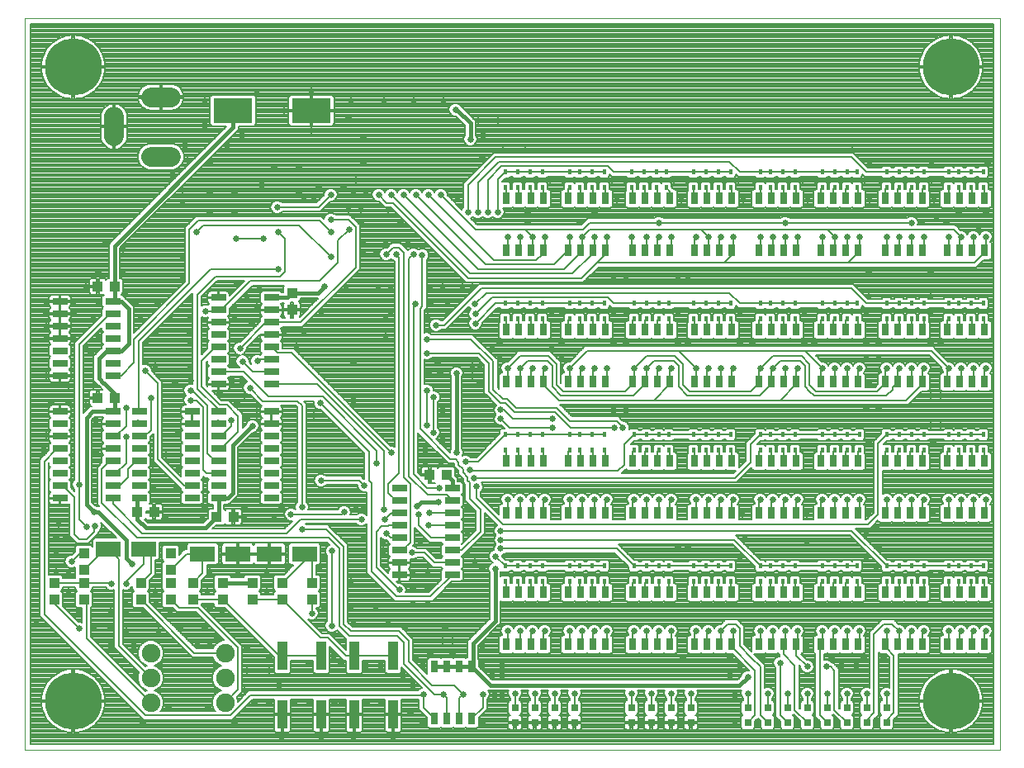
<source format=gtl>
G75*
%MOIN*%
%OFA0B0*%
%FSLAX25Y25*%
%IPPOS*%
%LPD*%
%AMOC8*
5,1,8,0,0,1.08239X$1,22.5*
%
%ADD10C,0.00000*%
%ADD11R,0.10236X0.06299*%
%ADD12R,0.04331X0.03937*%
%ADD13R,0.03937X0.04331*%
%ADD14R,0.15748X0.09843*%
%ADD15R,0.01654X0.02165*%
%ADD16R,0.06004X0.02559*%
%ADD17C,0.07874*%
%ADD18R,0.03150X0.03150*%
%ADD19R,0.02992X0.05000*%
%ADD20C,0.07500*%
%ADD21R,0.03937X0.11811*%
%ADD22C,0.23000*%
%ADD23C,0.02578*%
%ADD24C,0.00800*%
%ADD25C,0.01500*%
D10*
X0056249Y0048303D02*
X0056249Y0343579D01*
X0449950Y0343579D01*
X0449950Y0048303D01*
X0056249Y0048303D01*
D11*
X0128162Y0127303D03*
X0142335Y0127303D03*
X0155162Y0127303D03*
X0169335Y0127303D03*
X0104335Y0129303D03*
X0090162Y0129303D03*
D12*
X0080249Y0127650D03*
X0080249Y0120957D03*
X0080249Y0115650D03*
X0080249Y0108957D03*
X0068249Y0108957D03*
X0068249Y0115650D03*
X0103249Y0115650D03*
X0103249Y0108957D03*
X0115249Y0108957D03*
X0115249Y0115650D03*
X0115249Y0120957D03*
X0115249Y0127650D03*
X0124249Y0115650D03*
X0124249Y0108957D03*
X0136249Y0108957D03*
X0136249Y0115650D03*
X0148249Y0115650D03*
X0148249Y0108957D03*
X0160249Y0108957D03*
X0160249Y0115650D03*
X0172249Y0115650D03*
X0172249Y0108957D03*
X0140595Y0142303D03*
X0133902Y0142303D03*
X0108595Y0144303D03*
X0101902Y0144303D03*
X0092595Y0190303D03*
X0085902Y0190303D03*
X0085902Y0235303D03*
X0092595Y0235303D03*
X0219902Y0159303D03*
X0226595Y0159303D03*
D13*
X0164249Y0225957D03*
X0164249Y0232650D03*
D14*
X0171997Y0306303D03*
X0140501Y0306303D03*
D15*
X0250249Y0281453D03*
X0255249Y0281453D03*
X0260249Y0281453D03*
X0265249Y0281453D03*
X0265249Y0275154D03*
X0260249Y0275154D03*
X0255249Y0275154D03*
X0250249Y0275154D03*
X0276249Y0275154D03*
X0280249Y0275154D03*
X0285249Y0275154D03*
X0290249Y0275154D03*
X0290249Y0281453D03*
X0285249Y0281453D03*
X0280249Y0281453D03*
X0276249Y0281453D03*
X0301249Y0281453D03*
X0306249Y0281453D03*
X0311249Y0281453D03*
X0315249Y0281453D03*
X0315249Y0275154D03*
X0311249Y0275154D03*
X0306249Y0275154D03*
X0301249Y0275154D03*
X0326249Y0275154D03*
X0331249Y0275154D03*
X0336249Y0275154D03*
X0341249Y0275154D03*
X0341249Y0281453D03*
X0336249Y0281453D03*
X0331249Y0281453D03*
X0326249Y0281453D03*
X0353249Y0281453D03*
X0357249Y0281453D03*
X0362249Y0281453D03*
X0367249Y0281453D03*
X0367249Y0275154D03*
X0362249Y0275154D03*
X0357249Y0275154D03*
X0353249Y0275154D03*
X0378249Y0275154D03*
X0383249Y0275154D03*
X0388249Y0275154D03*
X0392249Y0275154D03*
X0392249Y0281453D03*
X0388249Y0281453D03*
X0383249Y0281453D03*
X0378249Y0281453D03*
X0404249Y0281453D03*
X0409249Y0281453D03*
X0414249Y0281453D03*
X0419249Y0281453D03*
X0419249Y0275154D03*
X0414249Y0275154D03*
X0409249Y0275154D03*
X0404249Y0275154D03*
X0429249Y0275154D03*
X0433249Y0275154D03*
X0438249Y0275154D03*
X0443249Y0275154D03*
X0443249Y0281453D03*
X0438249Y0281453D03*
X0433249Y0281453D03*
X0429249Y0281453D03*
X0429249Y0228453D03*
X0433249Y0228453D03*
X0438249Y0228453D03*
X0443249Y0228453D03*
X0443249Y0222154D03*
X0438249Y0222154D03*
X0433249Y0222154D03*
X0429249Y0222154D03*
X0419249Y0222154D03*
X0414249Y0222154D03*
X0409249Y0222154D03*
X0404249Y0222154D03*
X0404249Y0228453D03*
X0409249Y0228453D03*
X0414249Y0228453D03*
X0419249Y0228453D03*
X0392249Y0228453D03*
X0388249Y0228453D03*
X0383249Y0228453D03*
X0378249Y0228453D03*
X0378249Y0222154D03*
X0383249Y0222154D03*
X0388249Y0222154D03*
X0392249Y0222154D03*
X0367249Y0222154D03*
X0362249Y0222154D03*
X0357249Y0222154D03*
X0353249Y0222154D03*
X0353249Y0228453D03*
X0357249Y0228453D03*
X0362249Y0228453D03*
X0367249Y0228453D03*
X0341249Y0228453D03*
X0336249Y0228453D03*
X0331249Y0228453D03*
X0326249Y0228453D03*
X0326249Y0222154D03*
X0331249Y0222154D03*
X0336249Y0222154D03*
X0341249Y0222154D03*
X0316249Y0222154D03*
X0312249Y0222154D03*
X0307249Y0222154D03*
X0302249Y0222154D03*
X0302249Y0228453D03*
X0307249Y0228453D03*
X0312249Y0228453D03*
X0316249Y0228453D03*
X0290249Y0228453D03*
X0285249Y0228453D03*
X0280249Y0228453D03*
X0276249Y0228453D03*
X0276249Y0222154D03*
X0280249Y0222154D03*
X0285249Y0222154D03*
X0290249Y0222154D03*
X0265249Y0222154D03*
X0260249Y0222154D03*
X0255249Y0222154D03*
X0250249Y0222154D03*
X0250249Y0228453D03*
X0255249Y0228453D03*
X0260249Y0228453D03*
X0265249Y0228453D03*
X0265249Y0175453D03*
X0260249Y0175453D03*
X0255249Y0175453D03*
X0250249Y0175453D03*
X0250249Y0169154D03*
X0255249Y0169154D03*
X0260249Y0169154D03*
X0265249Y0169154D03*
X0276249Y0169154D03*
X0280249Y0169154D03*
X0285249Y0169154D03*
X0290249Y0169154D03*
X0290249Y0175453D03*
X0285249Y0175453D03*
X0280249Y0175453D03*
X0276249Y0175453D03*
X0302249Y0175453D03*
X0307249Y0175453D03*
X0312249Y0175453D03*
X0316249Y0175453D03*
X0316249Y0169154D03*
X0312249Y0169154D03*
X0307249Y0169154D03*
X0302249Y0169154D03*
X0326249Y0169154D03*
X0331249Y0169154D03*
X0336249Y0169154D03*
X0341249Y0169154D03*
X0341249Y0175453D03*
X0336249Y0175453D03*
X0331249Y0175453D03*
X0326249Y0175453D03*
X0353249Y0175453D03*
X0357249Y0175453D03*
X0362249Y0175453D03*
X0367249Y0175453D03*
X0367249Y0169154D03*
X0362249Y0169154D03*
X0357249Y0169154D03*
X0353249Y0169154D03*
X0378249Y0169154D03*
X0383249Y0169154D03*
X0388249Y0169154D03*
X0393249Y0169154D03*
X0393249Y0175453D03*
X0388249Y0175453D03*
X0383249Y0175453D03*
X0378249Y0175453D03*
X0404249Y0175453D03*
X0409249Y0175453D03*
X0414249Y0175453D03*
X0419249Y0175453D03*
X0419249Y0169154D03*
X0414249Y0169154D03*
X0409249Y0169154D03*
X0404249Y0169154D03*
X0429249Y0169154D03*
X0433249Y0169154D03*
X0438249Y0169154D03*
X0443249Y0169154D03*
X0443249Y0175453D03*
X0438249Y0175453D03*
X0433249Y0175453D03*
X0429249Y0175453D03*
X0429249Y0122453D03*
X0433249Y0122453D03*
X0438249Y0122453D03*
X0443249Y0122453D03*
X0443249Y0116154D03*
X0438249Y0116154D03*
X0433249Y0116154D03*
X0429249Y0116154D03*
X0419249Y0116154D03*
X0414249Y0116154D03*
X0409249Y0116154D03*
X0404249Y0116154D03*
X0404249Y0122453D03*
X0409249Y0122453D03*
X0414249Y0122453D03*
X0419249Y0122453D03*
X0392249Y0122453D03*
X0388249Y0122453D03*
X0383249Y0122453D03*
X0378249Y0122453D03*
X0378249Y0116154D03*
X0383249Y0116154D03*
X0388249Y0116154D03*
X0392249Y0116154D03*
X0367249Y0116154D03*
X0362249Y0116154D03*
X0357249Y0116154D03*
X0353249Y0116154D03*
X0353249Y0122453D03*
X0357249Y0122453D03*
X0362249Y0122453D03*
X0367249Y0122453D03*
X0341249Y0122453D03*
X0336249Y0122453D03*
X0331249Y0122453D03*
X0326249Y0122453D03*
X0326249Y0116154D03*
X0331249Y0116154D03*
X0336249Y0116154D03*
X0341249Y0116154D03*
X0316249Y0116154D03*
X0312249Y0116154D03*
X0307249Y0116154D03*
X0302249Y0116154D03*
X0302249Y0122453D03*
X0307249Y0122453D03*
X0312249Y0122453D03*
X0316249Y0122453D03*
X0290249Y0122453D03*
X0285249Y0122453D03*
X0280249Y0122453D03*
X0276249Y0122453D03*
X0276249Y0116154D03*
X0280249Y0116154D03*
X0285249Y0116154D03*
X0290249Y0116154D03*
X0265249Y0116154D03*
X0260249Y0116154D03*
X0255249Y0116154D03*
X0250249Y0116154D03*
X0250249Y0122453D03*
X0255249Y0122453D03*
X0260249Y0122453D03*
X0265249Y0122453D03*
D16*
X0228926Y0123803D03*
X0228926Y0118803D03*
X0228926Y0128803D03*
X0228926Y0133803D03*
X0228926Y0138803D03*
X0228926Y0143803D03*
X0228926Y0148803D03*
X0228926Y0153803D03*
X0207572Y0153803D03*
X0207572Y0148803D03*
X0207572Y0143803D03*
X0207572Y0138803D03*
X0207572Y0133803D03*
X0207572Y0128803D03*
X0207572Y0123803D03*
X0207572Y0118803D03*
X0155926Y0149803D03*
X0155926Y0154803D03*
X0155926Y0159803D03*
X0155926Y0164803D03*
X0155926Y0169803D03*
X0155926Y0174803D03*
X0155926Y0179803D03*
X0155926Y0184803D03*
X0155926Y0195803D03*
X0155926Y0200803D03*
X0155926Y0205803D03*
X0155926Y0210803D03*
X0155926Y0215803D03*
X0155926Y0220803D03*
X0155926Y0225803D03*
X0155926Y0230803D03*
X0134572Y0230803D03*
X0134572Y0225803D03*
X0134572Y0220803D03*
X0134572Y0215803D03*
X0134572Y0210803D03*
X0134572Y0205803D03*
X0134572Y0200803D03*
X0134572Y0195803D03*
X0134572Y0184803D03*
X0134572Y0179803D03*
X0134572Y0174803D03*
X0134572Y0169803D03*
X0134572Y0164803D03*
X0134572Y0159803D03*
X0134572Y0154803D03*
X0134572Y0149803D03*
X0123926Y0149803D03*
X0123926Y0154803D03*
X0123926Y0159803D03*
X0123926Y0164803D03*
X0123926Y0169803D03*
X0123926Y0174803D03*
X0123926Y0179803D03*
X0123926Y0184803D03*
X0102572Y0184803D03*
X0102572Y0179803D03*
X0102572Y0174803D03*
X0102572Y0169803D03*
X0102572Y0164803D03*
X0102572Y0159803D03*
X0102572Y0154803D03*
X0102572Y0149803D03*
X0091926Y0149803D03*
X0091926Y0154803D03*
X0091926Y0159803D03*
X0091926Y0164803D03*
X0091926Y0169803D03*
X0091926Y0174803D03*
X0091926Y0179803D03*
X0091926Y0184803D03*
X0091926Y0199303D03*
X0091926Y0204303D03*
X0091926Y0209303D03*
X0091926Y0214303D03*
X0091926Y0219303D03*
X0091926Y0224303D03*
X0091926Y0229303D03*
X0070572Y0229303D03*
X0070572Y0224303D03*
X0070572Y0219303D03*
X0070572Y0214303D03*
X0070572Y0209303D03*
X0070572Y0204303D03*
X0070572Y0199303D03*
X0070572Y0184803D03*
X0070572Y0179803D03*
X0070572Y0174803D03*
X0070572Y0169803D03*
X0070572Y0164803D03*
X0070572Y0159803D03*
X0070572Y0154803D03*
X0070572Y0149803D03*
D17*
X0107375Y0287673D02*
X0115249Y0287673D01*
X0092414Y0295941D02*
X0092414Y0303815D01*
X0107375Y0311689D02*
X0115249Y0311689D01*
D18*
X0254249Y0065256D03*
X0254249Y0059350D03*
X0262249Y0059350D03*
X0262249Y0065256D03*
X0270249Y0065256D03*
X0270249Y0059350D03*
X0278249Y0059350D03*
X0278249Y0065256D03*
X0301249Y0065256D03*
X0301249Y0059350D03*
X0309249Y0059350D03*
X0309249Y0065256D03*
X0317249Y0065256D03*
X0317249Y0059350D03*
X0325249Y0059350D03*
X0325249Y0065256D03*
X0348249Y0065256D03*
X0348249Y0059350D03*
X0356249Y0059350D03*
X0356249Y0065256D03*
X0364249Y0065256D03*
X0364249Y0059350D03*
X0372249Y0059350D03*
X0372249Y0065256D03*
X0380249Y0065256D03*
X0380249Y0059350D03*
X0388249Y0059350D03*
X0388249Y0065256D03*
X0396249Y0065256D03*
X0396249Y0059350D03*
X0404249Y0059350D03*
X0404249Y0065256D03*
D19*
X0403749Y0090811D03*
X0408749Y0090811D03*
X0413749Y0090811D03*
X0418749Y0090811D03*
X0428749Y0090811D03*
X0433749Y0090811D03*
X0438749Y0090811D03*
X0443749Y0090811D03*
X0443749Y0111795D03*
X0438749Y0111795D03*
X0433749Y0111795D03*
X0428749Y0111795D03*
X0418749Y0111795D03*
X0413749Y0111795D03*
X0408749Y0111795D03*
X0403749Y0111795D03*
X0392749Y0111795D03*
X0387749Y0111795D03*
X0382749Y0111795D03*
X0377749Y0111795D03*
X0367749Y0111795D03*
X0362749Y0111795D03*
X0357749Y0111795D03*
X0352749Y0111795D03*
X0341749Y0111795D03*
X0336749Y0111795D03*
X0331749Y0111795D03*
X0326749Y0111795D03*
X0316749Y0111795D03*
X0311749Y0111795D03*
X0306749Y0111795D03*
X0301749Y0111795D03*
X0290749Y0111795D03*
X0285749Y0111795D03*
X0280749Y0111795D03*
X0275749Y0111795D03*
X0265749Y0111795D03*
X0260749Y0111795D03*
X0255749Y0111795D03*
X0250749Y0111795D03*
X0250749Y0090811D03*
X0255749Y0090811D03*
X0260749Y0090811D03*
X0265749Y0090811D03*
X0275749Y0090811D03*
X0280749Y0090811D03*
X0285749Y0090811D03*
X0290749Y0090811D03*
X0301749Y0090811D03*
X0306749Y0090811D03*
X0311749Y0090811D03*
X0316749Y0090811D03*
X0326749Y0090811D03*
X0331749Y0090811D03*
X0336749Y0090811D03*
X0341749Y0090811D03*
X0352749Y0090811D03*
X0357749Y0090811D03*
X0362749Y0090811D03*
X0367749Y0090811D03*
X0377749Y0090811D03*
X0382749Y0090811D03*
X0387749Y0090811D03*
X0392749Y0090811D03*
X0392749Y0143811D03*
X0387749Y0143811D03*
X0382749Y0143811D03*
X0377749Y0143811D03*
X0367749Y0143811D03*
X0362749Y0143811D03*
X0357749Y0143811D03*
X0352749Y0143811D03*
X0341749Y0143811D03*
X0336749Y0143811D03*
X0331749Y0143811D03*
X0326749Y0143811D03*
X0316749Y0143811D03*
X0311749Y0143811D03*
X0306749Y0143811D03*
X0301749Y0143811D03*
X0290749Y0143811D03*
X0285749Y0143811D03*
X0280749Y0143811D03*
X0275749Y0143811D03*
X0265749Y0143811D03*
X0260749Y0143811D03*
X0255749Y0143811D03*
X0250749Y0143811D03*
X0250749Y0164795D03*
X0255749Y0164795D03*
X0260749Y0164795D03*
X0265749Y0164795D03*
X0275749Y0164795D03*
X0280749Y0164795D03*
X0285749Y0164795D03*
X0290749Y0164795D03*
X0301749Y0164795D03*
X0306749Y0164795D03*
X0311749Y0164795D03*
X0316749Y0164795D03*
X0326749Y0164795D03*
X0331749Y0164795D03*
X0336749Y0164795D03*
X0341749Y0164795D03*
X0352749Y0164795D03*
X0357749Y0164795D03*
X0362749Y0164795D03*
X0367749Y0164795D03*
X0377749Y0164795D03*
X0382749Y0164795D03*
X0387749Y0164795D03*
X0392749Y0164795D03*
X0403749Y0164795D03*
X0408749Y0164795D03*
X0413749Y0164795D03*
X0418749Y0164795D03*
X0428749Y0164795D03*
X0433749Y0164795D03*
X0438749Y0164795D03*
X0443749Y0164795D03*
X0443749Y0143811D03*
X0438749Y0143811D03*
X0433749Y0143811D03*
X0428749Y0143811D03*
X0418749Y0143811D03*
X0413749Y0143811D03*
X0408749Y0143811D03*
X0403749Y0143811D03*
X0403749Y0196811D03*
X0408749Y0196811D03*
X0413749Y0196811D03*
X0418749Y0196811D03*
X0428749Y0196811D03*
X0433749Y0196811D03*
X0438749Y0196811D03*
X0443749Y0196811D03*
X0443749Y0217795D03*
X0438749Y0217795D03*
X0433749Y0217795D03*
X0428749Y0217795D03*
X0418749Y0217795D03*
X0413749Y0217795D03*
X0408749Y0217795D03*
X0403749Y0217795D03*
X0392749Y0217795D03*
X0387749Y0217795D03*
X0382749Y0217795D03*
X0377749Y0217795D03*
X0367749Y0217795D03*
X0362749Y0217795D03*
X0357749Y0217795D03*
X0352749Y0217795D03*
X0341749Y0217795D03*
X0336749Y0217795D03*
X0331749Y0217795D03*
X0326749Y0217795D03*
X0316749Y0217795D03*
X0311749Y0217795D03*
X0306749Y0217795D03*
X0301749Y0217795D03*
X0290749Y0217795D03*
X0285749Y0217795D03*
X0280749Y0217795D03*
X0275749Y0217795D03*
X0265749Y0217795D03*
X0260749Y0217795D03*
X0255749Y0217795D03*
X0250749Y0217795D03*
X0250749Y0196811D03*
X0255749Y0196811D03*
X0260749Y0196811D03*
X0265749Y0196811D03*
X0275749Y0196811D03*
X0280749Y0196811D03*
X0285749Y0196811D03*
X0290749Y0196811D03*
X0301749Y0196811D03*
X0306749Y0196811D03*
X0311749Y0196811D03*
X0316749Y0196811D03*
X0326749Y0196811D03*
X0331749Y0196811D03*
X0336749Y0196811D03*
X0341749Y0196811D03*
X0352749Y0196811D03*
X0357749Y0196811D03*
X0362749Y0196811D03*
X0367749Y0196811D03*
X0377749Y0196811D03*
X0382749Y0196811D03*
X0387749Y0196811D03*
X0392749Y0196811D03*
X0392749Y0249811D03*
X0387749Y0249811D03*
X0382749Y0249811D03*
X0377749Y0249811D03*
X0367749Y0249811D03*
X0362749Y0249811D03*
X0357749Y0249811D03*
X0352749Y0249811D03*
X0341749Y0249811D03*
X0336749Y0249811D03*
X0331749Y0249811D03*
X0326749Y0249811D03*
X0316749Y0249811D03*
X0311749Y0249811D03*
X0306749Y0249811D03*
X0301749Y0249811D03*
X0290749Y0249811D03*
X0285749Y0249811D03*
X0280749Y0249811D03*
X0275749Y0249811D03*
X0265749Y0249811D03*
X0260749Y0249811D03*
X0255749Y0249811D03*
X0250749Y0249811D03*
X0250749Y0270795D03*
X0255749Y0270795D03*
X0260749Y0270795D03*
X0265749Y0270795D03*
X0275749Y0270795D03*
X0280749Y0270795D03*
X0285749Y0270795D03*
X0290749Y0270795D03*
X0301749Y0270795D03*
X0306749Y0270795D03*
X0311749Y0270795D03*
X0316749Y0270795D03*
X0326749Y0270795D03*
X0331749Y0270795D03*
X0336749Y0270795D03*
X0341749Y0270795D03*
X0352749Y0270795D03*
X0357749Y0270795D03*
X0362749Y0270795D03*
X0367749Y0270795D03*
X0377749Y0270795D03*
X0382749Y0270795D03*
X0387749Y0270795D03*
X0392749Y0270795D03*
X0403749Y0270795D03*
X0408749Y0270795D03*
X0413749Y0270795D03*
X0418749Y0270795D03*
X0428749Y0270795D03*
X0433749Y0270795D03*
X0438749Y0270795D03*
X0443749Y0270795D03*
X0443749Y0249811D03*
X0438749Y0249811D03*
X0433749Y0249811D03*
X0428749Y0249811D03*
X0418749Y0249811D03*
X0413749Y0249811D03*
X0408749Y0249811D03*
X0403749Y0249811D03*
X0236749Y0081795D03*
X0231749Y0081795D03*
X0226749Y0081795D03*
X0221749Y0081795D03*
X0221749Y0060811D03*
X0226749Y0060811D03*
X0231749Y0060811D03*
X0236749Y0060811D03*
D20*
X0137249Y0067303D03*
X0137249Y0077303D03*
X0137249Y0087303D03*
X0107249Y0087303D03*
X0107249Y0077303D03*
X0107249Y0067303D03*
D21*
X0160375Y0062492D03*
X0176123Y0062492D03*
X0189375Y0062492D03*
X0205123Y0062492D03*
X0205123Y0086114D03*
X0189375Y0086114D03*
X0176123Y0086114D03*
X0160375Y0086114D03*
D22*
X0075934Y0067988D03*
X0075934Y0323894D03*
X0430265Y0323894D03*
X0430265Y0067988D03*
D23*
X0446149Y0085303D03*
X0444249Y0096303D03*
X0439249Y0096303D03*
X0434249Y0096303D03*
X0429249Y0096303D03*
X0419249Y0096303D03*
X0414249Y0096303D03*
X0409249Y0096303D03*
X0404249Y0096303D03*
X0393249Y0096303D03*
X0388249Y0096303D03*
X0383249Y0096303D03*
X0378249Y0096303D03*
X0372149Y0090303D03*
X0368249Y0096303D03*
X0363249Y0096303D03*
X0358249Y0096303D03*
X0353249Y0096303D03*
X0348149Y0091303D03*
X0342249Y0096303D03*
X0337249Y0096303D03*
X0332249Y0096303D03*
X0327249Y0096303D03*
X0317249Y0096303D03*
X0312249Y0096303D03*
X0307249Y0096303D03*
X0302249Y0096303D03*
X0291249Y0096303D03*
X0286249Y0096303D03*
X0281249Y0096303D03*
X0276249Y0096303D03*
X0266249Y0096303D03*
X0261249Y0096303D03*
X0256249Y0096303D03*
X0251249Y0096303D03*
X0241149Y0090303D03*
X0241149Y0082303D03*
X0236749Y0081795D03*
X0245149Y0078303D03*
X0249149Y0078303D03*
X0249149Y0082303D03*
X0249149Y0070303D03*
X0246149Y0070303D03*
X0241249Y0070650D03*
X0233249Y0070650D03*
X0225249Y0070650D03*
X0217249Y0070650D03*
X0213149Y0074303D03*
X0209149Y0078303D03*
X0214149Y0085303D03*
X0217149Y0082303D03*
X0220149Y0087303D03*
X0225149Y0092303D03*
X0229149Y0092303D03*
X0229149Y0087303D03*
X0226149Y0097303D03*
X0219149Y0107303D03*
X0219149Y0113303D03*
X0213149Y0113303D03*
X0213149Y0107303D03*
X0207572Y0112803D03*
X0213149Y0119303D03*
X0219149Y0120303D03*
X0212863Y0127803D03*
X0216149Y0132303D03*
X0219249Y0138803D03*
X0219749Y0143803D03*
X0215249Y0143134D03*
X0214663Y0146712D03*
X0223249Y0148303D03*
X0223635Y0153813D03*
X0226595Y0159303D03*
X0224249Y0164303D03*
X0218149Y0164303D03*
X0218149Y0169303D03*
X0221249Y0176303D03*
X0218647Y0179303D03*
X0225149Y0173303D03*
X0230595Y0168303D03*
X0234249Y0164586D03*
X0236049Y0161326D03*
X0237849Y0158066D03*
X0238649Y0154488D03*
X0235149Y0146303D03*
X0235149Y0136303D03*
X0235149Y0127303D03*
X0238149Y0124303D03*
X0241149Y0121303D03*
X0246249Y0121303D03*
X0246324Y0126378D03*
X0248560Y0129458D03*
X0248560Y0133036D03*
X0248560Y0136614D03*
X0251249Y0149303D03*
X0256249Y0149303D03*
X0261249Y0149303D03*
X0266249Y0149303D03*
X0276249Y0149303D03*
X0281249Y0149303D03*
X0286249Y0149303D03*
X0291249Y0149303D03*
X0302249Y0149303D03*
X0307249Y0149303D03*
X0312249Y0149303D03*
X0317249Y0149303D03*
X0327249Y0149303D03*
X0332249Y0149303D03*
X0337249Y0149303D03*
X0342249Y0149303D03*
X0346149Y0143303D03*
X0353249Y0149303D03*
X0358249Y0149303D03*
X0363249Y0149303D03*
X0368249Y0149303D03*
X0372149Y0143303D03*
X0378249Y0149303D03*
X0383249Y0149303D03*
X0388249Y0149303D03*
X0393249Y0149303D03*
X0397149Y0144303D03*
X0400149Y0138303D03*
X0396149Y0135303D03*
X0401149Y0130303D03*
X0396149Y0126303D03*
X0400149Y0122303D03*
X0422149Y0119303D03*
X0426149Y0119303D03*
X0423149Y0144303D03*
X0419249Y0149303D03*
X0414249Y0149303D03*
X0409249Y0149303D03*
X0404249Y0149303D03*
X0397149Y0172303D03*
X0396149Y0186303D03*
X0401149Y0186303D03*
X0397149Y0196303D03*
X0393249Y0202303D03*
X0396149Y0206303D03*
X0401149Y0206303D03*
X0404249Y0202303D03*
X0409249Y0202303D03*
X0414249Y0202303D03*
X0419249Y0202303D03*
X0429249Y0202303D03*
X0434249Y0202303D03*
X0439249Y0202303D03*
X0444249Y0202303D03*
X0426149Y0212303D03*
X0422149Y0212303D03*
X0422149Y0225303D03*
X0422149Y0231303D03*
X0422149Y0241303D03*
X0419249Y0255303D03*
X0414249Y0255303D03*
X0409249Y0255303D03*
X0404249Y0255303D03*
X0393249Y0255303D03*
X0388249Y0255303D03*
X0383249Y0255303D03*
X0378249Y0255303D03*
X0368249Y0255303D03*
X0363249Y0255303D03*
X0358249Y0255303D03*
X0353249Y0255303D03*
X0363249Y0260992D03*
X0372349Y0270303D03*
X0370349Y0278303D03*
X0375349Y0278303D03*
X0390349Y0290303D03*
X0397349Y0284303D03*
X0395349Y0278303D03*
X0401349Y0278303D03*
X0397349Y0270303D03*
X0414249Y0260992D03*
X0418349Y0261303D03*
X0424349Y0263303D03*
X0428349Y0261303D03*
X0433349Y0265303D03*
X0441349Y0259303D03*
X0444349Y0265303D03*
X0444249Y0255303D03*
X0439249Y0255303D03*
X0434249Y0255303D03*
X0429249Y0255303D03*
X0423349Y0270303D03*
X0422349Y0278303D03*
X0426349Y0278303D03*
X0422349Y0284303D03*
X0445149Y0285303D03*
X0397149Y0241303D03*
X0397149Y0231303D03*
X0396149Y0225303D03*
X0396149Y0212303D03*
X0401149Y0212303D03*
X0388249Y0202303D03*
X0383249Y0202303D03*
X0378249Y0202303D03*
X0368249Y0202303D03*
X0363249Y0202303D03*
X0358249Y0202303D03*
X0353249Y0202303D03*
X0350149Y0212303D03*
X0345149Y0212303D03*
X0342249Y0202303D03*
X0337249Y0202303D03*
X0332249Y0202303D03*
X0327249Y0202303D03*
X0317249Y0202303D03*
X0312249Y0202303D03*
X0307249Y0202303D03*
X0302249Y0202303D03*
X0291249Y0202303D03*
X0286249Y0202303D03*
X0281249Y0202303D03*
X0276249Y0202303D03*
X0273149Y0206303D03*
X0269149Y0210303D03*
X0273149Y0212303D03*
X0266249Y0202303D03*
X0261249Y0202303D03*
X0256249Y0202303D03*
X0251249Y0202303D03*
X0248149Y0206303D03*
X0245149Y0210303D03*
X0248149Y0212303D03*
X0238249Y0220303D03*
X0238249Y0224214D03*
X0238160Y0228303D03*
X0237149Y0235303D03*
X0233149Y0235303D03*
X0225149Y0235303D03*
X0220149Y0234303D03*
X0220149Y0228303D03*
X0214158Y0228303D03*
X0219149Y0223303D03*
X0222417Y0219703D03*
X0218647Y0214064D03*
X0218647Y0208303D03*
X0223149Y0204303D03*
X0224149Y0200303D03*
X0219249Y0200303D03*
X0218647Y0193303D03*
X0221357Y0190614D03*
X0225149Y0185303D03*
X0230595Y0200303D03*
X0237149Y0199303D03*
X0237149Y0203303D03*
X0240149Y0203303D03*
X0240149Y0196303D03*
X0248560Y0185453D03*
X0248560Y0181875D03*
X0269249Y0181881D03*
X0269249Y0178303D03*
X0294249Y0178303D03*
X0297827Y0178303D03*
X0299149Y0185303D03*
X0294149Y0185303D03*
X0294149Y0212303D03*
X0299149Y0212303D03*
X0299149Y0225303D03*
X0294149Y0225303D03*
X0294149Y0238303D03*
X0299149Y0238303D03*
X0320149Y0238303D03*
X0324149Y0238303D03*
X0320149Y0225303D03*
X0320149Y0212303D03*
X0324149Y0212303D03*
X0345149Y0225303D03*
X0345149Y0237303D03*
X0342249Y0255303D03*
X0337249Y0255303D03*
X0332249Y0255303D03*
X0327249Y0255303D03*
X0317249Y0255303D03*
X0312249Y0255303D03*
X0307249Y0255303D03*
X0301249Y0255303D03*
X0291249Y0255303D03*
X0286249Y0255303D03*
X0281249Y0255303D03*
X0276249Y0255303D03*
X0280349Y0261303D03*
X0286349Y0265303D03*
X0295349Y0270303D03*
X0293349Y0278303D03*
X0298349Y0278303D03*
X0318349Y0278303D03*
X0323349Y0278303D03*
X0321349Y0270303D03*
X0312249Y0260992D03*
X0346349Y0270303D03*
X0344349Y0278303D03*
X0350349Y0278303D03*
X0371149Y0237303D03*
X0371149Y0225303D03*
X0371149Y0212303D03*
X0375149Y0212303D03*
X0422149Y0191303D03*
X0426149Y0191303D03*
X0426149Y0179303D03*
X0422149Y0179303D03*
X0423149Y0172303D03*
X0429249Y0149303D03*
X0434249Y0149303D03*
X0439249Y0149303D03*
X0444249Y0149303D03*
X0372149Y0132303D03*
X0347149Y0133303D03*
X0345149Y0126303D03*
X0324149Y0130303D03*
X0320149Y0130303D03*
X0322149Y0085303D03*
X0325249Y0070957D03*
X0317249Y0070957D03*
X0309249Y0070957D03*
X0301249Y0070957D03*
X0305149Y0059303D03*
X0313149Y0059303D03*
X0321149Y0059303D03*
X0343149Y0058303D03*
X0352149Y0058303D03*
X0360149Y0058303D03*
X0368149Y0058303D03*
X0376149Y0058303D03*
X0384149Y0058303D03*
X0392149Y0058303D03*
X0400149Y0058303D03*
X0396249Y0070957D03*
X0404249Y0070957D03*
X0392149Y0082303D03*
X0395149Y0085303D03*
X0403149Y0085303D03*
X0386149Y0082303D03*
X0382149Y0085303D03*
X0379963Y0081907D03*
X0372249Y0081907D03*
X0372249Y0070957D03*
X0380249Y0070957D03*
X0388249Y0070957D03*
X0364249Y0070957D03*
X0356249Y0070957D03*
X0348249Y0070957D03*
X0343149Y0070303D03*
X0341149Y0078303D03*
X0345149Y0082303D03*
X0341149Y0085303D03*
X0348249Y0077650D03*
X0354149Y0085303D03*
X0361249Y0083303D03*
X0278249Y0070957D03*
X0270249Y0070957D03*
X0262249Y0070957D03*
X0254249Y0070957D03*
X0258149Y0059303D03*
X0266149Y0059303D03*
X0274149Y0059303D03*
X0241149Y0059303D03*
X0217149Y0059303D03*
X0212149Y0063303D03*
X0200249Y0067303D03*
X0194249Y0067303D03*
X0184249Y0067303D03*
X0181249Y0067303D03*
X0171249Y0067303D03*
X0165149Y0067303D03*
X0159149Y0074303D03*
X0155149Y0080303D03*
X0155149Y0085303D03*
X0146149Y0089303D03*
X0146149Y0080303D03*
X0145149Y0072303D03*
X0149149Y0067303D03*
X0155149Y0067303D03*
X0141149Y0059303D03*
X0130249Y0065303D03*
X0133149Y0072303D03*
X0133249Y0082303D03*
X0131149Y0090303D03*
X0134149Y0093303D03*
X0129149Y0097303D03*
X0126149Y0090303D03*
X0119149Y0097303D03*
X0115149Y0103303D03*
X0109249Y0107303D03*
X0109149Y0112303D03*
X0115249Y0115650D03*
X0115249Y0127650D03*
X0120149Y0130303D03*
X0113249Y0141303D03*
X0108149Y0144303D03*
X0101902Y0144303D03*
X0108249Y0153303D03*
X0102572Y0159803D03*
X0108149Y0163303D03*
X0113249Y0167303D03*
X0118249Y0161303D03*
X0123926Y0159803D03*
X0123926Y0164803D03*
X0123926Y0169803D03*
X0123926Y0174803D03*
X0118249Y0176303D03*
X0134249Y0180303D03*
X0139863Y0181303D03*
X0146149Y0182303D03*
X0148249Y0178957D03*
X0150149Y0183303D03*
X0150149Y0187303D03*
X0145149Y0191303D03*
X0147249Y0194303D03*
X0144149Y0197303D03*
X0140149Y0197303D03*
X0140149Y0204303D03*
X0144249Y0205078D03*
X0143249Y0210292D03*
X0150249Y0205303D03*
X0161149Y0217303D03*
X0166149Y0211303D03*
X0169149Y0217303D03*
X0164149Y0226303D03*
X0176149Y0225303D03*
X0186149Y0234303D03*
X0177249Y0235303D03*
X0179926Y0247303D03*
X0179926Y0257303D03*
X0179926Y0262303D03*
X0187149Y0266303D03*
X0192149Y0266303D03*
X0194149Y0272303D03*
X0189149Y0272303D03*
X0185149Y0275303D03*
X0179926Y0272303D03*
X0175149Y0275303D03*
X0173149Y0270303D03*
X0169149Y0270303D03*
X0167149Y0273303D03*
X0167149Y0283303D03*
X0157149Y0283303D03*
X0152149Y0276303D03*
X0158249Y0267303D03*
X0158572Y0257303D03*
X0152741Y0254614D03*
X0141718Y0254614D03*
X0141149Y0265303D03*
X0131149Y0265303D03*
X0125572Y0257303D03*
X0120149Y0247303D03*
X0120149Y0238303D03*
X0123149Y0230303D03*
X0129249Y0225303D03*
X0123149Y0222303D03*
X0123149Y0216303D03*
X0123149Y0213303D03*
X0134572Y0215803D03*
X0141149Y0222303D03*
X0141149Y0227303D03*
X0146149Y0231303D03*
X0150149Y0227303D03*
X0151149Y0234303D03*
X0142149Y0236303D03*
X0158572Y0242303D03*
X0187249Y0258303D03*
X0192149Y0261303D03*
X0203149Y0266303D03*
X0204249Y0272303D03*
X0209249Y0272303D03*
X0214249Y0272303D03*
X0219249Y0272303D03*
X0224249Y0272303D03*
X0231149Y0271303D03*
X0235249Y0265303D03*
X0239249Y0265303D03*
X0243249Y0265303D03*
X0247249Y0265303D03*
X0251249Y0255303D03*
X0256249Y0255303D03*
X0261249Y0255303D03*
X0266249Y0255303D03*
X0259349Y0261303D03*
X0259349Y0265303D03*
X0268349Y0278303D03*
X0273349Y0278303D03*
X0258349Y0290303D03*
X0249349Y0290303D03*
X0241149Y0287303D03*
X0236249Y0294650D03*
X0241349Y0296303D03*
X0239349Y0302303D03*
X0247349Y0302303D03*
X0230249Y0306650D03*
X0225349Y0310303D03*
X0213349Y0310303D03*
X0201349Y0310303D03*
X0188149Y0310303D03*
X0187149Y0303303D03*
X0193149Y0295303D03*
X0193149Y0285303D03*
X0190149Y0278303D03*
X0199249Y0272303D03*
X0208149Y0261303D03*
X0211149Y0252303D03*
X0213249Y0248303D03*
X0216847Y0247902D03*
X0206249Y0248303D03*
X0202249Y0248303D03*
X0202149Y0252303D03*
X0198149Y0248303D03*
X0193149Y0248303D03*
X0193149Y0252303D03*
X0199149Y0234303D03*
X0204149Y0234303D03*
X0204149Y0225303D03*
X0202149Y0222303D03*
X0202149Y0215303D03*
X0189149Y0204303D03*
X0189149Y0189303D03*
X0175635Y0188114D03*
X0173149Y0183303D03*
X0155926Y0174803D03*
X0155926Y0169803D03*
X0155926Y0164803D03*
X0155926Y0159803D03*
X0155926Y0154803D03*
X0155926Y0149803D03*
X0160149Y0146303D03*
X0163883Y0143303D03*
X0168249Y0146235D03*
X0168249Y0137303D03*
X0180499Y0128553D03*
X0177149Y0126303D03*
X0175149Y0121303D03*
X0162249Y0122303D03*
X0158149Y0127303D03*
X0154149Y0120303D03*
X0154149Y0112303D03*
X0142249Y0119303D03*
X0136249Y0115650D03*
X0131149Y0120303D03*
X0130149Y0112303D03*
X0131149Y0105303D03*
X0136149Y0103303D03*
X0110249Y0096303D03*
X0104249Y0103303D03*
X0097249Y0103303D03*
X0091149Y0104303D03*
X0097149Y0107303D03*
X0097249Y0115303D03*
X0091249Y0115303D03*
X0099593Y0123303D03*
X0084827Y0138672D03*
X0081249Y0138303D03*
X0084249Y0144303D03*
X0078249Y0155303D03*
X0070572Y0159803D03*
X0070572Y0164803D03*
X0064149Y0169303D03*
X0065149Y0175303D03*
X0070572Y0179803D03*
X0067149Y0188303D03*
X0074149Y0188303D03*
X0081149Y0187303D03*
X0085149Y0181303D03*
X0097281Y0186303D03*
X0102149Y0180303D03*
X0097249Y0174492D03*
X0102572Y0169803D03*
X0085149Y0168303D03*
X0107249Y0190303D03*
X0117149Y0196303D03*
X0123249Y0197303D03*
X0123149Y0202303D03*
X0134572Y0205803D03*
X0135149Y0192303D03*
X0142149Y0188303D03*
X0123249Y0189303D03*
X0123249Y0193303D03*
X0109149Y0203303D03*
X0105249Y0205303D03*
X0104938Y0201303D03*
X0105149Y0212303D03*
X0109149Y0216303D03*
X0115149Y0222303D03*
X0110149Y0228303D03*
X0101149Y0228303D03*
X0097149Y0233303D03*
X0096149Y0240303D03*
X0086149Y0241303D03*
X0081149Y0235303D03*
X0086149Y0229303D03*
X0084149Y0222303D03*
X0086149Y0215303D03*
X0091926Y0214303D03*
X0091926Y0219303D03*
X0103149Y0222303D03*
X0083149Y0208303D03*
X0081149Y0210303D03*
X0076149Y0214303D03*
X0065149Y0214303D03*
X0065149Y0219303D03*
X0065149Y0224303D03*
X0065149Y0229303D03*
X0076149Y0229303D03*
X0076149Y0224303D03*
X0065149Y0199303D03*
X0074149Y0195303D03*
X0084149Y0195303D03*
X0117249Y0153303D03*
X0123926Y0154803D03*
X0123926Y0149803D03*
X0129149Y0146303D03*
X0128149Y0141303D03*
X0145149Y0141303D03*
X0145149Y0146303D03*
X0157149Y0141303D03*
X0142149Y0127303D03*
X0172249Y0103303D03*
X0177149Y0106303D03*
X0180249Y0098303D03*
X0189149Y0099303D03*
X0188149Y0106303D03*
X0198149Y0106303D03*
X0203149Y0099303D03*
X0210149Y0098303D03*
X0200149Y0082303D03*
X0194149Y0082303D03*
X0184149Y0083303D03*
X0181149Y0086303D03*
X0171149Y0083303D03*
X0176149Y0053303D03*
X0189149Y0053303D03*
X0205149Y0053303D03*
X0160149Y0053303D03*
X0114249Y0065303D03*
X0111149Y0072303D03*
X0101149Y0078303D03*
X0111149Y0082303D03*
X0100249Y0090303D03*
X0097249Y0096303D03*
X0091149Y0097303D03*
X0091149Y0090303D03*
X0084149Y0097303D03*
X0078249Y0097303D03*
X0078149Y0103303D03*
X0074149Y0112303D03*
X0074149Y0119303D03*
X0069149Y0120303D03*
X0075249Y0124303D03*
X0069149Y0128303D03*
X0069149Y0134303D03*
X0073149Y0134303D03*
X0070149Y0139303D03*
X0061149Y0099303D03*
X0104149Y0059303D03*
X0188149Y0116303D03*
X0201149Y0128303D03*
X0201149Y0131303D03*
X0202249Y0135614D03*
X0201863Y0141303D03*
X0201249Y0145303D03*
X0193149Y0145303D03*
X0190149Y0145303D03*
X0185249Y0144303D03*
X0192249Y0141303D03*
X0193149Y0133303D03*
X0193560Y0154803D03*
X0198560Y0163811D03*
X0204249Y0168303D03*
X0207572Y0153803D03*
X0175911Y0156966D03*
X0148149Y0220303D03*
X0096149Y0250303D03*
X0089149Y0253303D03*
X0120149Y0268303D03*
X0120149Y0274303D03*
X0116149Y0280303D03*
X0122149Y0286303D03*
X0121149Y0292303D03*
X0129149Y0300303D03*
X0138149Y0292303D03*
X0144149Y0296303D03*
X0140501Y0306303D03*
X0150149Y0313303D03*
X0161149Y0306303D03*
X0172149Y0298303D03*
X0172149Y0314303D03*
X0131149Y0285303D03*
X0131149Y0273303D03*
X0141149Y0273303D03*
X0129149Y0310303D03*
X0227149Y0229303D03*
X0227149Y0225303D03*
X0269149Y0225303D03*
X0273149Y0225303D03*
D24*
X0274441Y0226371D02*
X0267057Y0226371D01*
X0267338Y0226653D02*
X0274159Y0226653D01*
X0274842Y0225970D01*
X0277655Y0225970D01*
X0278249Y0226563D01*
X0278842Y0225970D01*
X0281655Y0225970D01*
X0282338Y0226653D01*
X0283159Y0226653D01*
X0283842Y0225970D01*
X0286655Y0225970D01*
X0287338Y0226653D01*
X0288159Y0226653D01*
X0288842Y0225970D01*
X0291655Y0225970D01*
X0292476Y0226790D01*
X0292476Y0227570D01*
X0293393Y0226653D01*
X0300159Y0226653D01*
X0300842Y0225970D01*
X0303655Y0225970D01*
X0304338Y0226653D01*
X0305159Y0226653D01*
X0305842Y0225970D01*
X0308655Y0225970D01*
X0309338Y0226653D01*
X0310159Y0226653D01*
X0310842Y0225970D01*
X0313655Y0225970D01*
X0314249Y0226563D01*
X0314842Y0225970D01*
X0317655Y0225970D01*
X0318338Y0226653D01*
X0324159Y0226653D01*
X0324842Y0225970D01*
X0327655Y0225970D01*
X0328338Y0226653D01*
X0329159Y0226653D01*
X0329842Y0225970D01*
X0332655Y0225970D01*
X0333338Y0226653D01*
X0334159Y0226653D01*
X0334842Y0225970D01*
X0337655Y0225970D01*
X0338338Y0226653D01*
X0339159Y0226653D01*
X0339842Y0225970D01*
X0342655Y0225970D01*
X0343476Y0226790D01*
X0343476Y0227570D01*
X0344393Y0226653D01*
X0351159Y0226653D01*
X0351842Y0225970D01*
X0354655Y0225970D01*
X0355249Y0226563D01*
X0355842Y0225970D01*
X0358655Y0225970D01*
X0359338Y0226653D01*
X0360159Y0226653D01*
X0360842Y0225970D01*
X0363655Y0225970D01*
X0364338Y0226653D01*
X0365159Y0226653D01*
X0365842Y0225970D01*
X0368655Y0225970D01*
X0369338Y0226653D01*
X0376159Y0226653D01*
X0376842Y0225970D01*
X0379655Y0225970D01*
X0380338Y0226653D01*
X0381159Y0226653D01*
X0381842Y0225970D01*
X0384655Y0225970D01*
X0385338Y0226653D01*
X0386159Y0226653D01*
X0386842Y0225970D01*
X0389655Y0225970D01*
X0390249Y0226563D01*
X0390842Y0225970D01*
X0393655Y0225970D01*
X0394476Y0226790D01*
X0394476Y0227570D01*
X0395393Y0226653D01*
X0402159Y0226653D01*
X0402842Y0225970D01*
X0405655Y0225970D01*
X0406338Y0226653D01*
X0407159Y0226653D01*
X0407842Y0225970D01*
X0410655Y0225970D01*
X0411338Y0226653D01*
X0412159Y0226653D01*
X0412842Y0225970D01*
X0415655Y0225970D01*
X0416338Y0226653D01*
X0417159Y0226653D01*
X0417842Y0225970D01*
X0420655Y0225970D01*
X0421338Y0226653D01*
X0427159Y0226653D01*
X0427842Y0225970D01*
X0430655Y0225970D01*
X0431249Y0226563D01*
X0431842Y0225970D01*
X0434655Y0225970D01*
X0435338Y0226653D01*
X0436159Y0226653D01*
X0436842Y0225970D01*
X0439655Y0225970D01*
X0440338Y0226653D01*
X0441159Y0226653D01*
X0441842Y0225970D01*
X0444655Y0225970D01*
X0445476Y0226790D01*
X0445476Y0230115D01*
X0444655Y0230935D01*
X0441842Y0230935D01*
X0441159Y0230253D01*
X0440338Y0230253D01*
X0439655Y0230935D01*
X0436842Y0230935D01*
X0436159Y0230253D01*
X0435338Y0230253D01*
X0434655Y0230935D01*
X0431842Y0230935D01*
X0431249Y0230342D01*
X0430655Y0230935D01*
X0427842Y0230935D01*
X0427159Y0230253D01*
X0421338Y0230253D01*
X0420655Y0230935D01*
X0417842Y0230935D01*
X0417159Y0230253D01*
X0416338Y0230253D01*
X0415655Y0230935D01*
X0412842Y0230935D01*
X0412159Y0230253D01*
X0411338Y0230253D01*
X0410655Y0230935D01*
X0407842Y0230935D01*
X0407159Y0230253D01*
X0406338Y0230253D01*
X0405655Y0230935D01*
X0402842Y0230935D01*
X0402159Y0230253D01*
X0396884Y0230253D01*
X0391855Y0235281D01*
X0390801Y0236335D01*
X0239844Y0236335D01*
X0238789Y0235281D01*
X0225011Y0221503D01*
X0224419Y0221503D01*
X0223940Y0221983D01*
X0222951Y0222392D01*
X0221882Y0222392D01*
X0220893Y0221983D01*
X0220137Y0221226D01*
X0219728Y0220238D01*
X0219728Y0219168D01*
X0220137Y0218180D01*
X0220893Y0217424D01*
X0221882Y0217014D01*
X0222951Y0217014D01*
X0223940Y0217424D01*
X0224419Y0217903D01*
X0226503Y0217903D01*
X0235734Y0227134D01*
X0235880Y0226780D01*
X0236446Y0226214D01*
X0235969Y0225737D01*
X0235560Y0224749D01*
X0235560Y0223679D01*
X0235969Y0222691D01*
X0236402Y0222259D01*
X0235969Y0221826D01*
X0235560Y0220838D01*
X0235560Y0219768D01*
X0235969Y0218780D01*
X0236726Y0218024D01*
X0237714Y0217614D01*
X0238784Y0217614D01*
X0239772Y0218024D01*
X0240528Y0218780D01*
X0240938Y0219768D01*
X0240938Y0220447D01*
X0247144Y0226653D01*
X0248159Y0226653D01*
X0248842Y0225970D01*
X0251655Y0225970D01*
X0252338Y0226653D01*
X0253159Y0226653D01*
X0253842Y0225970D01*
X0256655Y0225970D01*
X0257338Y0226653D01*
X0258159Y0226653D01*
X0258842Y0225970D01*
X0261655Y0225970D01*
X0262338Y0226653D01*
X0263159Y0226653D01*
X0263842Y0225970D01*
X0266655Y0225970D01*
X0267338Y0226653D01*
X0266655Y0224636D02*
X0263842Y0224636D01*
X0263022Y0223816D01*
X0263022Y0221498D01*
X0262825Y0221695D01*
X0262549Y0221695D01*
X0262549Y0222399D01*
X0262476Y0222472D01*
X0262476Y0223816D01*
X0261655Y0224636D01*
X0258842Y0224636D01*
X0258022Y0223816D01*
X0258022Y0221498D01*
X0257825Y0221695D01*
X0257549Y0221695D01*
X0257549Y0222399D01*
X0257476Y0222472D01*
X0257476Y0223816D01*
X0256655Y0224636D01*
X0253842Y0224636D01*
X0253022Y0223816D01*
X0253022Y0221498D01*
X0252825Y0221695D01*
X0252549Y0221695D01*
X0252549Y0222399D01*
X0252476Y0222472D01*
X0252476Y0223816D01*
X0251655Y0224636D01*
X0248842Y0224636D01*
X0248022Y0223816D01*
X0248022Y0221044D01*
X0247853Y0220875D01*
X0247853Y0214715D01*
X0248673Y0213895D01*
X0252825Y0213895D01*
X0253249Y0214319D01*
X0253673Y0213895D01*
X0257825Y0213895D01*
X0258249Y0214319D01*
X0258673Y0213895D01*
X0262825Y0213895D01*
X0263249Y0214319D01*
X0263673Y0213895D01*
X0267825Y0213895D01*
X0268645Y0214715D01*
X0268645Y0220875D01*
X0267825Y0221695D01*
X0267549Y0221695D01*
X0267549Y0222399D01*
X0267476Y0222472D01*
X0267476Y0223816D01*
X0266655Y0224636D01*
X0267316Y0223976D02*
X0274182Y0223976D01*
X0274022Y0223816D02*
X0274022Y0222472D01*
X0273949Y0222399D01*
X0273949Y0221695D01*
X0273673Y0221695D01*
X0272853Y0220875D01*
X0272853Y0214715D01*
X0273673Y0213895D01*
X0277825Y0213895D01*
X0278249Y0214319D01*
X0278673Y0213895D01*
X0282825Y0213895D01*
X0283249Y0214319D01*
X0283673Y0213895D01*
X0287825Y0213895D01*
X0288249Y0214319D01*
X0288673Y0213895D01*
X0292825Y0213895D01*
X0293645Y0214715D01*
X0293645Y0220875D01*
X0292825Y0221695D01*
X0292549Y0221695D01*
X0292549Y0222399D01*
X0292476Y0222472D01*
X0292476Y0223816D01*
X0291655Y0224636D01*
X0288842Y0224636D01*
X0288022Y0223816D01*
X0288022Y0221498D01*
X0287825Y0221695D01*
X0287549Y0221695D01*
X0287549Y0222399D01*
X0287476Y0222472D01*
X0287476Y0223816D01*
X0286655Y0224636D01*
X0283842Y0224636D01*
X0283022Y0223816D01*
X0283022Y0221498D01*
X0282825Y0221695D01*
X0282549Y0221695D01*
X0282549Y0222399D01*
X0282476Y0222472D01*
X0282476Y0223816D01*
X0281655Y0224636D01*
X0278842Y0224636D01*
X0278249Y0224043D01*
X0277655Y0224636D01*
X0274842Y0224636D01*
X0274022Y0223816D01*
X0274022Y0223177D02*
X0267476Y0223177D01*
X0267549Y0222379D02*
X0273949Y0222379D01*
X0273558Y0221580D02*
X0267940Y0221580D01*
X0268645Y0220782D02*
X0272853Y0220782D01*
X0272853Y0219983D02*
X0268645Y0219983D01*
X0268645Y0219185D02*
X0272853Y0219185D01*
X0272853Y0218386D02*
X0268645Y0218386D01*
X0268645Y0217588D02*
X0272853Y0217588D01*
X0272853Y0216789D02*
X0268645Y0216789D01*
X0268645Y0215991D02*
X0272853Y0215991D01*
X0272853Y0215192D02*
X0268645Y0215192D01*
X0268323Y0214394D02*
X0273175Y0214394D01*
X0275749Y0217795D02*
X0275749Y0221654D01*
X0276249Y0222154D01*
X0280249Y0222154D02*
X0280749Y0221654D01*
X0280749Y0217795D01*
X0285749Y0217795D02*
X0285749Y0221654D01*
X0285249Y0222154D01*
X0283022Y0222379D02*
X0282549Y0222379D01*
X0282476Y0223177D02*
X0283022Y0223177D01*
X0283182Y0223976D02*
X0282316Y0223976D01*
X0282057Y0226371D02*
X0283441Y0226371D01*
X0285249Y0228453D02*
X0280249Y0228453D01*
X0276249Y0228453D01*
X0278057Y0226371D02*
X0278441Y0226371D01*
X0280249Y0228453D02*
X0265249Y0228453D01*
X0260249Y0228453D01*
X0255249Y0228453D01*
X0250249Y0228453D01*
X0246398Y0228453D01*
X0238249Y0220303D01*
X0240135Y0218386D02*
X0247853Y0218386D01*
X0247853Y0217588D02*
X0224104Y0217588D01*
X0225757Y0219703D02*
X0240589Y0234535D01*
X0390055Y0234535D01*
X0396138Y0228453D01*
X0404249Y0228453D01*
X0409249Y0228453D01*
X0414249Y0228453D01*
X0419249Y0228453D01*
X0429249Y0228453D01*
X0433249Y0228453D01*
X0438249Y0228453D01*
X0443249Y0228453D01*
X0445476Y0228767D02*
X0447550Y0228767D01*
X0447550Y0229565D02*
X0445476Y0229565D01*
X0445227Y0230364D02*
X0447550Y0230364D01*
X0447550Y0231162D02*
X0395974Y0231162D01*
X0395176Y0231961D02*
X0447550Y0231961D01*
X0447550Y0232759D02*
X0394377Y0232759D01*
X0393579Y0233558D02*
X0447550Y0233558D01*
X0447550Y0234356D02*
X0392780Y0234356D01*
X0391982Y0235155D02*
X0447550Y0235155D01*
X0447550Y0235953D02*
X0391183Y0235953D01*
X0392249Y0228453D02*
X0388249Y0228453D01*
X0383249Y0228453D01*
X0378249Y0228453D01*
X0367249Y0228453D01*
X0362249Y0228453D01*
X0357249Y0228453D01*
X0353249Y0228453D01*
X0345138Y0228453D01*
X0340855Y0232735D01*
X0242592Y0232735D01*
X0238160Y0228303D01*
X0236289Y0226371D02*
X0234971Y0226371D01*
X0234172Y0225573D02*
X0235901Y0225573D01*
X0235570Y0224774D02*
X0233374Y0224774D01*
X0232575Y0223976D02*
X0235560Y0223976D01*
X0235768Y0223177D02*
X0231777Y0223177D01*
X0230978Y0222379D02*
X0236282Y0222379D01*
X0235867Y0221580D02*
X0230180Y0221580D01*
X0229381Y0220782D02*
X0235560Y0220782D01*
X0235560Y0219983D02*
X0228583Y0219983D01*
X0227784Y0219185D02*
X0235802Y0219185D01*
X0236363Y0218386D02*
X0226986Y0218386D01*
X0225757Y0219703D02*
X0222417Y0219703D01*
X0224342Y0221580D02*
X0225088Y0221580D01*
X0225887Y0222379D02*
X0222984Y0222379D01*
X0221849Y0222379D02*
X0217758Y0222379D01*
X0217758Y0223177D02*
X0226685Y0223177D01*
X0227484Y0223976D02*
X0217758Y0223976D01*
X0217758Y0224774D02*
X0228282Y0224774D01*
X0229081Y0225573D02*
X0217776Y0225573D01*
X0217758Y0225555D02*
X0218647Y0226444D01*
X0218647Y0245899D01*
X0219127Y0246379D01*
X0219536Y0247367D01*
X0219536Y0248437D01*
X0219127Y0249425D01*
X0218371Y0250181D01*
X0217382Y0250591D01*
X0216313Y0250591D01*
X0215324Y0250181D01*
X0215249Y0250106D01*
X0214772Y0250583D01*
X0213784Y0250992D01*
X0212714Y0250992D01*
X0211726Y0250583D01*
X0211022Y0249879D01*
X0208108Y0252792D01*
X0204389Y0252792D01*
X0202589Y0250992D01*
X0201714Y0250992D01*
X0200726Y0250583D01*
X0199969Y0249826D01*
X0199560Y0248838D01*
X0199560Y0247768D01*
X0199969Y0246780D01*
X0200726Y0246024D01*
X0201714Y0245614D01*
X0202784Y0245614D01*
X0203772Y0246024D01*
X0204249Y0246500D01*
X0204726Y0246024D01*
X0205714Y0245614D01*
X0205730Y0245614D01*
X0205730Y0170600D01*
X0204784Y0170992D01*
X0204197Y0170992D01*
X0164906Y0210283D01*
X0160328Y0210283D01*
X0160328Y0212663D01*
X0159661Y0213330D01*
X0159788Y0213403D01*
X0160048Y0213664D01*
X0160233Y0213983D01*
X0160328Y0214339D01*
X0160328Y0215563D01*
X0156166Y0215563D01*
X0156166Y0216043D01*
X0160328Y0216043D01*
X0160328Y0217267D01*
X0160233Y0217623D01*
X0160048Y0217942D01*
X0159788Y0218203D01*
X0159661Y0218276D01*
X0160328Y0218944D01*
X0160328Y0219003D01*
X0168494Y0219003D01*
X0190683Y0241192D01*
X0191738Y0242247D01*
X0191738Y0260163D01*
X0190683Y0261217D01*
X0189108Y0262792D01*
X0188994Y0262792D01*
X0188738Y0263049D01*
X0187683Y0264103D01*
X0181929Y0264103D01*
X0181449Y0264583D01*
X0180461Y0264992D01*
X0179391Y0264992D01*
X0178403Y0264583D01*
X0177646Y0263826D01*
X0177237Y0262838D01*
X0177237Y0262538D01*
X0176183Y0263592D01*
X0125512Y0263592D01*
X0124458Y0262538D01*
X0122137Y0260217D01*
X0121083Y0259163D01*
X0121083Y0237228D01*
X0100399Y0216544D01*
X0100399Y0227194D01*
X0096139Y0231453D01*
X0096037Y0231453D01*
X0095508Y0231983D01*
X0095389Y0231983D01*
X0096161Y0232755D01*
X0096161Y0237852D01*
X0095341Y0238672D01*
X0094745Y0238672D01*
X0094745Y0250759D01*
X0142651Y0298665D01*
X0142651Y0299982D01*
X0148955Y0299982D01*
X0149775Y0300802D01*
X0149775Y0311804D01*
X0148955Y0312624D01*
X0132047Y0312624D01*
X0131227Y0311804D01*
X0131227Y0300802D01*
X0132047Y0299982D01*
X0137887Y0299982D01*
X0090445Y0252540D01*
X0090445Y0238672D01*
X0089850Y0238672D01*
X0089233Y0238054D01*
X0089188Y0238131D01*
X0088927Y0238392D01*
X0088608Y0238576D01*
X0088252Y0238672D01*
X0086302Y0238672D01*
X0086302Y0235703D01*
X0085502Y0235703D01*
X0085502Y0234903D01*
X0082337Y0234903D01*
X0082337Y0233150D01*
X0082432Y0232794D01*
X0082617Y0232475D01*
X0082877Y0232214D01*
X0083197Y0232030D01*
X0083553Y0231935D01*
X0085502Y0231935D01*
X0085502Y0234903D01*
X0086302Y0234903D01*
X0086302Y0231935D01*
X0088252Y0231935D01*
X0088312Y0231951D01*
X0087524Y0231163D01*
X0087524Y0227444D01*
X0088165Y0226803D01*
X0087524Y0226163D01*
X0087524Y0223708D01*
X0077503Y0213687D01*
X0076449Y0212633D01*
X0076449Y0157306D01*
X0075969Y0156826D01*
X0075560Y0155838D01*
X0075560Y0154768D01*
X0075969Y0153780D01*
X0076449Y0153300D01*
X0076449Y0152733D01*
X0074974Y0154208D01*
X0074974Y0156663D01*
X0074333Y0157303D01*
X0074974Y0157944D01*
X0074974Y0161663D01*
X0074333Y0162303D01*
X0074974Y0162944D01*
X0074974Y0166663D01*
X0074333Y0167303D01*
X0074974Y0167944D01*
X0074974Y0171663D01*
X0074306Y0172330D01*
X0074433Y0172403D01*
X0074694Y0172664D01*
X0074878Y0172983D01*
X0074974Y0173339D01*
X0074974Y0174563D01*
X0070812Y0174563D01*
X0070812Y0175043D01*
X0074974Y0175043D01*
X0074974Y0176267D01*
X0074878Y0176623D01*
X0074694Y0176942D01*
X0074433Y0177203D01*
X0074306Y0177276D01*
X0074974Y0177944D01*
X0074974Y0181663D01*
X0074306Y0182330D01*
X0074433Y0182403D01*
X0074694Y0182664D01*
X0074878Y0182983D01*
X0074974Y0183339D01*
X0074974Y0184563D01*
X0070812Y0184563D01*
X0070812Y0185043D01*
X0074974Y0185043D01*
X0074974Y0186267D01*
X0074878Y0186623D01*
X0074694Y0186942D01*
X0074433Y0187203D01*
X0074114Y0187387D01*
X0073758Y0187483D01*
X0070811Y0187483D01*
X0070811Y0185043D01*
X0070332Y0185043D01*
X0070332Y0187483D01*
X0067385Y0187483D01*
X0067029Y0187387D01*
X0066710Y0187203D01*
X0066449Y0186942D01*
X0066265Y0186623D01*
X0066170Y0186267D01*
X0066170Y0185043D01*
X0070332Y0185043D01*
X0070332Y0184563D01*
X0066170Y0184563D01*
X0066170Y0183339D01*
X0066265Y0182983D01*
X0066449Y0182664D01*
X0066710Y0182403D01*
X0066837Y0182330D01*
X0066170Y0181663D01*
X0066170Y0177944D01*
X0066837Y0177276D01*
X0066710Y0177203D01*
X0066449Y0176942D01*
X0066265Y0176623D01*
X0066170Y0176267D01*
X0066170Y0175043D01*
X0070332Y0175043D01*
X0070332Y0174563D01*
X0066170Y0174563D01*
X0066170Y0173339D01*
X0066265Y0172983D01*
X0066449Y0172664D01*
X0066710Y0172403D01*
X0066837Y0172330D01*
X0066170Y0171663D01*
X0066170Y0169208D01*
X0062449Y0165487D01*
X0062449Y0102274D01*
X0063503Y0101220D01*
X0103316Y0061408D01*
X0104370Y0060353D01*
X0140128Y0060353D01*
X0141182Y0061408D01*
X0148278Y0068503D01*
X0157006Y0068503D01*
X0157006Y0062892D01*
X0159975Y0062892D01*
X0159975Y0062092D01*
X0160775Y0062092D01*
X0160775Y0062892D01*
X0163743Y0062892D01*
X0163743Y0068503D01*
X0172754Y0068503D01*
X0172754Y0062892D01*
X0175723Y0062892D01*
X0175723Y0062092D01*
X0176523Y0062092D01*
X0176523Y0062892D01*
X0179491Y0062892D01*
X0179491Y0068503D01*
X0186006Y0068503D01*
X0186006Y0062892D01*
X0188975Y0062892D01*
X0188975Y0062092D01*
X0189775Y0062092D01*
X0189775Y0062892D01*
X0192743Y0062892D01*
X0192743Y0068503D01*
X0201754Y0068503D01*
X0201754Y0062892D01*
X0204723Y0062892D01*
X0204723Y0062092D01*
X0205523Y0062092D01*
X0205523Y0062892D01*
X0208491Y0062892D01*
X0208491Y0068503D01*
X0215449Y0068503D01*
X0215449Y0064565D01*
X0216503Y0063511D01*
X0218853Y0061161D01*
X0218853Y0057731D01*
X0219673Y0056911D01*
X0223825Y0056911D01*
X0224249Y0057335D01*
X0224673Y0056911D01*
X0228825Y0056911D01*
X0229249Y0057335D01*
X0229673Y0056911D01*
X0233825Y0056911D01*
X0234249Y0057335D01*
X0234673Y0056911D01*
X0238825Y0056911D01*
X0239645Y0057731D01*
X0239645Y0061162D01*
X0241994Y0063511D01*
X0241994Y0063511D01*
X0243049Y0064565D01*
X0243049Y0068647D01*
X0243528Y0069126D01*
X0243938Y0070115D01*
X0243938Y0071184D01*
X0243537Y0072153D01*
X0251834Y0072153D01*
X0251560Y0071492D01*
X0251560Y0070422D01*
X0251969Y0069434D01*
X0252449Y0068954D01*
X0252449Y0068231D01*
X0252094Y0068231D01*
X0251274Y0067411D01*
X0251274Y0063101D01*
X0252094Y0062281D01*
X0252325Y0062281D01*
X0252134Y0062230D01*
X0251814Y0062045D01*
X0251554Y0061785D01*
X0251369Y0061466D01*
X0251274Y0061110D01*
X0251274Y0059738D01*
X0253861Y0059738D01*
X0253861Y0058963D01*
X0251274Y0058963D01*
X0251274Y0057591D01*
X0251369Y0057235D01*
X0251554Y0056916D01*
X0251814Y0056655D01*
X0252134Y0056471D01*
X0252490Y0056376D01*
X0253861Y0056376D01*
X0253861Y0058963D01*
X0254636Y0058963D01*
X0254636Y0056376D01*
X0256008Y0056376D01*
X0256364Y0056471D01*
X0256683Y0056655D01*
X0256944Y0056916D01*
X0257128Y0057235D01*
X0257224Y0057591D01*
X0257224Y0058963D01*
X0254636Y0058963D01*
X0254636Y0059738D01*
X0257224Y0059738D01*
X0257224Y0061110D01*
X0257128Y0061466D01*
X0256944Y0061785D01*
X0256683Y0062045D01*
X0256364Y0062230D01*
X0256172Y0062281D01*
X0256404Y0062281D01*
X0257224Y0063101D01*
X0257224Y0067411D01*
X0256404Y0068231D01*
X0256049Y0068231D01*
X0256049Y0068954D01*
X0256528Y0069434D01*
X0256938Y0070422D01*
X0256938Y0071492D01*
X0256664Y0072153D01*
X0259834Y0072153D01*
X0259560Y0071492D01*
X0259560Y0070422D01*
X0259969Y0069434D01*
X0260449Y0068954D01*
X0260449Y0068231D01*
X0260094Y0068231D01*
X0259274Y0067411D01*
X0259274Y0063101D01*
X0260094Y0062281D01*
X0260325Y0062281D01*
X0260134Y0062230D01*
X0259814Y0062045D01*
X0259554Y0061785D01*
X0259369Y0061466D01*
X0259274Y0061110D01*
X0259274Y0059738D01*
X0261861Y0059738D01*
X0261861Y0058963D01*
X0259274Y0058963D01*
X0259274Y0057591D01*
X0259369Y0057235D01*
X0259554Y0056916D01*
X0259814Y0056655D01*
X0260134Y0056471D01*
X0260490Y0056376D01*
X0261861Y0056376D01*
X0261861Y0058963D01*
X0262636Y0058963D01*
X0262636Y0056376D01*
X0264008Y0056376D01*
X0264364Y0056471D01*
X0264683Y0056655D01*
X0264944Y0056916D01*
X0265128Y0057235D01*
X0265224Y0057591D01*
X0265224Y0058963D01*
X0262636Y0058963D01*
X0262636Y0059738D01*
X0265224Y0059738D01*
X0265224Y0061110D01*
X0265128Y0061466D01*
X0264944Y0061785D01*
X0264683Y0062045D01*
X0264364Y0062230D01*
X0264172Y0062281D01*
X0264404Y0062281D01*
X0265224Y0063101D01*
X0265224Y0067411D01*
X0264404Y0068231D01*
X0264049Y0068231D01*
X0264049Y0068954D01*
X0264528Y0069434D01*
X0264938Y0070422D01*
X0264938Y0071492D01*
X0264664Y0072153D01*
X0267834Y0072153D01*
X0267560Y0071492D01*
X0267560Y0070422D01*
X0267969Y0069434D01*
X0268449Y0068954D01*
X0268449Y0068231D01*
X0268094Y0068231D01*
X0267274Y0067411D01*
X0267274Y0063101D01*
X0268094Y0062281D01*
X0268325Y0062281D01*
X0268134Y0062230D01*
X0267814Y0062045D01*
X0267554Y0061785D01*
X0267369Y0061466D01*
X0267274Y0061110D01*
X0267274Y0059738D01*
X0269861Y0059738D01*
X0269861Y0058963D01*
X0267274Y0058963D01*
X0267274Y0057591D01*
X0267369Y0057235D01*
X0267554Y0056916D01*
X0267814Y0056655D01*
X0268134Y0056471D01*
X0268490Y0056376D01*
X0269861Y0056376D01*
X0269861Y0058963D01*
X0270636Y0058963D01*
X0270636Y0056376D01*
X0272008Y0056376D01*
X0272364Y0056471D01*
X0272683Y0056655D01*
X0272944Y0056916D01*
X0273128Y0057235D01*
X0273224Y0057591D01*
X0273224Y0058963D01*
X0270636Y0058963D01*
X0270636Y0059738D01*
X0273224Y0059738D01*
X0273224Y0061110D01*
X0273128Y0061466D01*
X0272944Y0061785D01*
X0272683Y0062045D01*
X0272364Y0062230D01*
X0272172Y0062281D01*
X0272404Y0062281D01*
X0273224Y0063101D01*
X0273224Y0067411D01*
X0272404Y0068231D01*
X0272049Y0068231D01*
X0272049Y0068954D01*
X0272528Y0069434D01*
X0272938Y0070422D01*
X0272938Y0071492D01*
X0272664Y0072153D01*
X0275834Y0072153D01*
X0275560Y0071492D01*
X0275560Y0070422D01*
X0275969Y0069434D01*
X0276449Y0068954D01*
X0276449Y0068231D01*
X0276094Y0068231D01*
X0275274Y0067411D01*
X0275274Y0063101D01*
X0276094Y0062281D01*
X0276325Y0062281D01*
X0276134Y0062230D01*
X0275814Y0062045D01*
X0275554Y0061785D01*
X0275369Y0061466D01*
X0275274Y0061110D01*
X0275274Y0059738D01*
X0277861Y0059738D01*
X0277861Y0058963D01*
X0275274Y0058963D01*
X0275274Y0057591D01*
X0275369Y0057235D01*
X0275554Y0056916D01*
X0275814Y0056655D01*
X0276134Y0056471D01*
X0276490Y0056376D01*
X0277861Y0056376D01*
X0277861Y0058963D01*
X0278636Y0058963D01*
X0278636Y0056376D01*
X0280008Y0056376D01*
X0280364Y0056471D01*
X0280683Y0056655D01*
X0280944Y0056916D01*
X0281128Y0057235D01*
X0281224Y0057591D01*
X0281224Y0058963D01*
X0278636Y0058963D01*
X0278636Y0059738D01*
X0281224Y0059738D01*
X0281224Y0061110D01*
X0281128Y0061466D01*
X0280944Y0061785D01*
X0280683Y0062045D01*
X0280364Y0062230D01*
X0280172Y0062281D01*
X0280404Y0062281D01*
X0281224Y0063101D01*
X0281224Y0067411D01*
X0280404Y0068231D01*
X0280049Y0068231D01*
X0280049Y0068954D01*
X0280528Y0069434D01*
X0280938Y0070422D01*
X0280938Y0071492D01*
X0280664Y0072153D01*
X0298834Y0072153D01*
X0298560Y0071492D01*
X0298560Y0070422D01*
X0298969Y0069434D01*
X0299449Y0068954D01*
X0299449Y0068231D01*
X0299094Y0068231D01*
X0298274Y0067411D01*
X0298274Y0063101D01*
X0299094Y0062281D01*
X0299325Y0062281D01*
X0299134Y0062230D01*
X0298814Y0062045D01*
X0298554Y0061785D01*
X0298369Y0061466D01*
X0298274Y0061110D01*
X0298274Y0059738D01*
X0300861Y0059738D01*
X0300861Y0058963D01*
X0298274Y0058963D01*
X0298274Y0057591D01*
X0298369Y0057235D01*
X0298554Y0056916D01*
X0298814Y0056655D01*
X0299134Y0056471D01*
X0299490Y0056376D01*
X0300861Y0056376D01*
X0300861Y0058963D01*
X0301636Y0058963D01*
X0301636Y0056376D01*
X0303008Y0056376D01*
X0303364Y0056471D01*
X0303683Y0056655D01*
X0303944Y0056916D01*
X0304128Y0057235D01*
X0304224Y0057591D01*
X0304224Y0058963D01*
X0301636Y0058963D01*
X0301636Y0059738D01*
X0304224Y0059738D01*
X0304224Y0061110D01*
X0304128Y0061466D01*
X0303944Y0061785D01*
X0303683Y0062045D01*
X0303364Y0062230D01*
X0303172Y0062281D01*
X0303404Y0062281D01*
X0304224Y0063101D01*
X0304224Y0067411D01*
X0303404Y0068231D01*
X0303049Y0068231D01*
X0303049Y0068954D01*
X0303528Y0069434D01*
X0303938Y0070422D01*
X0303938Y0071492D01*
X0303664Y0072153D01*
X0306834Y0072153D01*
X0306560Y0071492D01*
X0306560Y0070422D01*
X0306969Y0069434D01*
X0307449Y0068954D01*
X0307449Y0068231D01*
X0307094Y0068231D01*
X0306274Y0067411D01*
X0306274Y0063101D01*
X0307094Y0062281D01*
X0307325Y0062281D01*
X0307134Y0062230D01*
X0306814Y0062045D01*
X0306554Y0061785D01*
X0306369Y0061466D01*
X0306274Y0061110D01*
X0306274Y0059738D01*
X0308861Y0059738D01*
X0308861Y0058963D01*
X0306274Y0058963D01*
X0306274Y0057591D01*
X0306369Y0057235D01*
X0306554Y0056916D01*
X0306814Y0056655D01*
X0307134Y0056471D01*
X0307490Y0056376D01*
X0308861Y0056376D01*
X0308861Y0058963D01*
X0309636Y0058963D01*
X0309636Y0056376D01*
X0311008Y0056376D01*
X0311364Y0056471D01*
X0311683Y0056655D01*
X0311944Y0056916D01*
X0312128Y0057235D01*
X0312224Y0057591D01*
X0312224Y0058963D01*
X0309636Y0058963D01*
X0309636Y0059738D01*
X0312224Y0059738D01*
X0312224Y0061110D01*
X0312128Y0061466D01*
X0311944Y0061785D01*
X0311683Y0062045D01*
X0311364Y0062230D01*
X0311172Y0062281D01*
X0311404Y0062281D01*
X0312224Y0063101D01*
X0312224Y0067411D01*
X0311404Y0068231D01*
X0311049Y0068231D01*
X0311049Y0068954D01*
X0311528Y0069434D01*
X0311938Y0070422D01*
X0311938Y0071492D01*
X0311664Y0072153D01*
X0314834Y0072153D01*
X0314560Y0071492D01*
X0314560Y0070422D01*
X0314969Y0069434D01*
X0315449Y0068954D01*
X0315449Y0068231D01*
X0315094Y0068231D01*
X0314274Y0067411D01*
X0314274Y0063101D01*
X0315094Y0062281D01*
X0315325Y0062281D01*
X0315134Y0062230D01*
X0314814Y0062045D01*
X0314554Y0061785D01*
X0314369Y0061466D01*
X0314274Y0061110D01*
X0314274Y0059738D01*
X0316861Y0059738D01*
X0316861Y0058963D01*
X0314274Y0058963D01*
X0314274Y0057591D01*
X0314369Y0057235D01*
X0314554Y0056916D01*
X0314814Y0056655D01*
X0315134Y0056471D01*
X0315490Y0056376D01*
X0316861Y0056376D01*
X0316861Y0058963D01*
X0317636Y0058963D01*
X0317636Y0056376D01*
X0319008Y0056376D01*
X0319364Y0056471D01*
X0319683Y0056655D01*
X0319944Y0056916D01*
X0320128Y0057235D01*
X0320224Y0057591D01*
X0320224Y0058963D01*
X0317636Y0058963D01*
X0317636Y0059738D01*
X0320224Y0059738D01*
X0320224Y0061110D01*
X0320128Y0061466D01*
X0319944Y0061785D01*
X0319683Y0062045D01*
X0319364Y0062230D01*
X0319172Y0062281D01*
X0319404Y0062281D01*
X0320224Y0063101D01*
X0320224Y0067411D01*
X0319404Y0068231D01*
X0319049Y0068231D01*
X0319049Y0068954D01*
X0319528Y0069434D01*
X0319938Y0070422D01*
X0319938Y0071492D01*
X0319664Y0072153D01*
X0322834Y0072153D01*
X0322560Y0071492D01*
X0322560Y0070422D01*
X0322969Y0069434D01*
X0323449Y0068954D01*
X0323449Y0068231D01*
X0323094Y0068231D01*
X0322274Y0067411D01*
X0322274Y0063101D01*
X0323094Y0062281D01*
X0323325Y0062281D01*
X0323134Y0062230D01*
X0322814Y0062045D01*
X0322554Y0061785D01*
X0322369Y0061466D01*
X0322274Y0061110D01*
X0322274Y0059738D01*
X0324861Y0059738D01*
X0324861Y0058963D01*
X0322274Y0058963D01*
X0322274Y0057591D01*
X0322369Y0057235D01*
X0322554Y0056916D01*
X0322814Y0056655D01*
X0323134Y0056471D01*
X0323490Y0056376D01*
X0324861Y0056376D01*
X0324861Y0058963D01*
X0325636Y0058963D01*
X0325636Y0056376D01*
X0327008Y0056376D01*
X0327364Y0056471D01*
X0327683Y0056655D01*
X0327944Y0056916D01*
X0328128Y0057235D01*
X0328224Y0057591D01*
X0328224Y0058963D01*
X0325636Y0058963D01*
X0325636Y0059738D01*
X0328224Y0059738D01*
X0328224Y0061110D01*
X0328128Y0061466D01*
X0327944Y0061785D01*
X0327683Y0062045D01*
X0327364Y0062230D01*
X0327172Y0062281D01*
X0327404Y0062281D01*
X0328224Y0063101D01*
X0328224Y0067411D01*
X0327404Y0068231D01*
X0327049Y0068231D01*
X0327049Y0068954D01*
X0327528Y0069434D01*
X0327938Y0070422D01*
X0327938Y0071492D01*
X0327664Y0072153D01*
X0345793Y0072153D01*
X0345863Y0072223D01*
X0345560Y0071492D01*
X0345560Y0070422D01*
X0345969Y0069434D01*
X0346449Y0068954D01*
X0346449Y0068231D01*
X0346094Y0068231D01*
X0345274Y0067411D01*
X0345274Y0063101D01*
X0346072Y0062303D01*
X0345274Y0061505D01*
X0345274Y0057196D01*
X0346094Y0056376D01*
X0350404Y0056376D01*
X0351224Y0057196D01*
X0351224Y0059780D01*
X0351969Y0060525D01*
X0352249Y0060805D01*
X0353274Y0059780D01*
X0353274Y0057196D01*
X0354094Y0056376D01*
X0358404Y0056376D01*
X0359224Y0057196D01*
X0359224Y0061505D01*
X0358426Y0062303D01*
X0359224Y0063101D01*
X0359224Y0067411D01*
X0358404Y0068231D01*
X0358049Y0068231D01*
X0358049Y0068954D01*
X0358528Y0069434D01*
X0358938Y0070422D01*
X0358938Y0071492D01*
X0358528Y0072480D01*
X0357772Y0073236D01*
X0356784Y0073646D01*
X0355714Y0073646D01*
X0355049Y0073370D01*
X0355049Y0082602D01*
X0353994Y0083657D01*
X0351653Y0085998D01*
X0351653Y0086049D01*
X0350790Y0086911D01*
X0354825Y0086911D01*
X0355249Y0087335D01*
X0355673Y0086911D01*
X0359825Y0086911D01*
X0360249Y0087335D01*
X0360673Y0086911D01*
X0360949Y0086911D01*
X0360949Y0086032D01*
X0360989Y0085992D01*
X0360714Y0085992D01*
X0359726Y0085583D01*
X0358969Y0084826D01*
X0358560Y0083838D01*
X0358560Y0082768D01*
X0358969Y0081780D01*
X0359449Y0081300D01*
X0359449Y0061605D01*
X0360503Y0060550D01*
X0361274Y0059780D01*
X0361274Y0057196D01*
X0362094Y0056376D01*
X0366404Y0056376D01*
X0367224Y0057196D01*
X0367224Y0061505D01*
X0366426Y0062303D01*
X0366588Y0062466D01*
X0369274Y0059780D01*
X0369274Y0057196D01*
X0370094Y0056376D01*
X0374404Y0056376D01*
X0375224Y0057196D01*
X0375224Y0061505D01*
X0374426Y0062303D01*
X0375224Y0063101D01*
X0375224Y0067411D01*
X0374404Y0068231D01*
X0374049Y0068231D01*
X0374049Y0068954D01*
X0374528Y0069434D01*
X0374938Y0070422D01*
X0374938Y0071492D01*
X0374528Y0072480D01*
X0373772Y0073236D01*
X0372784Y0073646D01*
X0371714Y0073646D01*
X0370726Y0073236D01*
X0369969Y0072480D01*
X0369560Y0071492D01*
X0369560Y0070422D01*
X0369969Y0069434D01*
X0370449Y0068954D01*
X0370449Y0068231D01*
X0370094Y0068231D01*
X0369274Y0067411D01*
X0369274Y0064871D01*
X0369024Y0065121D01*
X0369024Y0082587D01*
X0369560Y0082050D01*
X0369560Y0081372D01*
X0369969Y0080384D01*
X0370726Y0079627D01*
X0371714Y0079218D01*
X0372784Y0079218D01*
X0373772Y0079627D01*
X0374528Y0080384D01*
X0374938Y0081372D01*
X0374938Y0082442D01*
X0374528Y0083430D01*
X0373772Y0084187D01*
X0372784Y0084596D01*
X0372105Y0084596D01*
X0369790Y0086911D01*
X0369825Y0086911D01*
X0370645Y0087731D01*
X0370645Y0093891D01*
X0370142Y0094394D01*
X0370528Y0094780D01*
X0370938Y0095768D01*
X0370938Y0096838D01*
X0370528Y0097826D01*
X0369772Y0098583D01*
X0368784Y0098992D01*
X0367714Y0098992D01*
X0366726Y0098583D01*
X0365969Y0097826D01*
X0365749Y0097294D01*
X0365528Y0097826D01*
X0364772Y0098583D01*
X0363784Y0098992D01*
X0362714Y0098992D01*
X0361726Y0098583D01*
X0360969Y0097826D01*
X0360749Y0097294D01*
X0360528Y0097826D01*
X0359772Y0098583D01*
X0358784Y0098992D01*
X0357714Y0098992D01*
X0356726Y0098583D01*
X0355969Y0097826D01*
X0355749Y0097294D01*
X0355528Y0097826D01*
X0354772Y0098583D01*
X0353784Y0098992D01*
X0352714Y0098992D01*
X0351726Y0098583D01*
X0350969Y0097826D01*
X0350560Y0096838D01*
X0350560Y0095768D01*
X0350969Y0094780D01*
X0351038Y0094711D01*
X0350673Y0094711D01*
X0349853Y0093891D01*
X0349853Y0087849D01*
X0346738Y0090964D01*
X0346738Y0098163D01*
X0344108Y0100792D01*
X0339192Y0100792D01*
X0337392Y0098992D01*
X0336714Y0098992D01*
X0335726Y0098583D01*
X0334969Y0097826D01*
X0334749Y0097294D01*
X0334528Y0097826D01*
X0333772Y0098583D01*
X0332784Y0098992D01*
X0331714Y0098992D01*
X0330726Y0098583D01*
X0329969Y0097826D01*
X0329749Y0097294D01*
X0329528Y0097826D01*
X0328772Y0098583D01*
X0327784Y0098992D01*
X0326714Y0098992D01*
X0325726Y0098583D01*
X0324969Y0097826D01*
X0324560Y0096838D01*
X0324560Y0095768D01*
X0324949Y0094829D01*
X0324949Y0094711D01*
X0324673Y0094711D01*
X0323853Y0093891D01*
X0323853Y0087731D01*
X0324673Y0086911D01*
X0328825Y0086911D01*
X0329249Y0087335D01*
X0329673Y0086911D01*
X0333825Y0086911D01*
X0334249Y0087335D01*
X0334673Y0086911D01*
X0338825Y0086911D01*
X0339249Y0087335D01*
X0339673Y0086911D01*
X0342070Y0086911D01*
X0348643Y0080339D01*
X0347714Y0080339D01*
X0346726Y0079929D01*
X0345969Y0079173D01*
X0345560Y0078184D01*
X0345560Y0078001D01*
X0344012Y0076453D01*
X0245132Y0076453D01*
X0239645Y0081940D01*
X0239645Y0084875D01*
X0239399Y0085121D01*
X0239399Y0090413D01*
X0247139Y0098153D01*
X0248399Y0099413D01*
X0248399Y0108169D01*
X0248673Y0107895D01*
X0252825Y0107895D01*
X0253249Y0108319D01*
X0253673Y0107895D01*
X0257825Y0107895D01*
X0258249Y0108319D01*
X0258673Y0107895D01*
X0262825Y0107895D01*
X0263249Y0108319D01*
X0263673Y0107895D01*
X0267825Y0107895D01*
X0268645Y0108715D01*
X0268645Y0114875D01*
X0267825Y0115695D01*
X0267549Y0115695D01*
X0267549Y0116399D01*
X0267476Y0116472D01*
X0267476Y0117816D01*
X0266655Y0118636D01*
X0263842Y0118636D01*
X0263022Y0117816D01*
X0263022Y0115498D01*
X0262825Y0115695D01*
X0262549Y0115695D01*
X0262549Y0116399D01*
X0262476Y0116472D01*
X0262476Y0117816D01*
X0261655Y0118636D01*
X0258842Y0118636D01*
X0258022Y0117816D01*
X0258022Y0115498D01*
X0257825Y0115695D01*
X0257549Y0115695D01*
X0257549Y0116399D01*
X0257476Y0116472D01*
X0257476Y0117816D01*
X0256655Y0118636D01*
X0253842Y0118636D01*
X0253022Y0117816D01*
X0253022Y0115498D01*
X0252825Y0115695D01*
X0252549Y0115695D01*
X0252549Y0116399D01*
X0252476Y0116472D01*
X0252476Y0117816D01*
X0251655Y0118636D01*
X0248842Y0118636D01*
X0248399Y0118193D01*
X0248399Y0119650D01*
X0248528Y0119780D01*
X0248676Y0120136D01*
X0248842Y0119970D01*
X0251655Y0119970D01*
X0252338Y0120653D01*
X0253159Y0120653D01*
X0253842Y0119970D01*
X0256655Y0119970D01*
X0257338Y0120653D01*
X0258159Y0120653D01*
X0258842Y0119970D01*
X0261655Y0119970D01*
X0262338Y0120653D01*
X0263159Y0120653D01*
X0263842Y0119970D01*
X0266655Y0119970D01*
X0267338Y0120653D01*
X0274159Y0120653D01*
X0274842Y0119970D01*
X0277655Y0119970D01*
X0278249Y0120563D01*
X0278842Y0119970D01*
X0281655Y0119970D01*
X0282338Y0120653D01*
X0283159Y0120653D01*
X0283842Y0119970D01*
X0286655Y0119970D01*
X0287338Y0120653D01*
X0288159Y0120653D01*
X0288842Y0119970D01*
X0291655Y0119970D01*
X0292476Y0120790D01*
X0292476Y0124115D01*
X0291655Y0124935D01*
X0288842Y0124935D01*
X0288159Y0124253D01*
X0287338Y0124253D01*
X0286655Y0124935D01*
X0283842Y0124935D01*
X0283159Y0124253D01*
X0282338Y0124253D01*
X0281655Y0124935D01*
X0278842Y0124935D01*
X0278249Y0124342D01*
X0277655Y0124935D01*
X0274842Y0124935D01*
X0274159Y0124253D01*
X0267338Y0124253D01*
X0266655Y0124935D01*
X0263842Y0124935D01*
X0263159Y0124253D01*
X0262338Y0124253D01*
X0261655Y0124935D01*
X0258842Y0124935D01*
X0258159Y0124253D01*
X0257338Y0124253D01*
X0256655Y0124935D01*
X0253842Y0124935D01*
X0253159Y0124253D01*
X0252338Y0124253D01*
X0251655Y0124935D01*
X0250312Y0124935D01*
X0249013Y0126235D01*
X0249013Y0126769D01*
X0249095Y0126769D01*
X0250083Y0127179D01*
X0250563Y0127658D01*
X0294498Y0127658D01*
X0300022Y0122134D01*
X0300022Y0120790D01*
X0300842Y0119970D01*
X0303655Y0119970D01*
X0304338Y0120653D01*
X0305159Y0120653D01*
X0305842Y0119970D01*
X0308655Y0119970D01*
X0309338Y0120653D01*
X0310159Y0120653D01*
X0310842Y0119970D01*
X0313655Y0119970D01*
X0314249Y0120563D01*
X0314842Y0119970D01*
X0317655Y0119970D01*
X0318338Y0120653D01*
X0324159Y0120653D01*
X0324842Y0119970D01*
X0327655Y0119970D01*
X0328338Y0120653D01*
X0329159Y0120653D01*
X0329842Y0119970D01*
X0332655Y0119970D01*
X0333338Y0120653D01*
X0334159Y0120653D01*
X0334842Y0119970D01*
X0337655Y0119970D01*
X0338338Y0120653D01*
X0339159Y0120653D01*
X0339842Y0119970D01*
X0342655Y0119970D01*
X0343476Y0120790D01*
X0343476Y0124115D01*
X0342655Y0124935D01*
X0339842Y0124935D01*
X0339159Y0124253D01*
X0338338Y0124253D01*
X0337655Y0124935D01*
X0334842Y0124935D01*
X0334159Y0124253D01*
X0333338Y0124253D01*
X0332655Y0124935D01*
X0329842Y0124935D01*
X0329159Y0124253D01*
X0328338Y0124253D01*
X0327655Y0124935D01*
X0324842Y0124935D01*
X0324159Y0124253D01*
X0318338Y0124253D01*
X0317655Y0124935D01*
X0314842Y0124935D01*
X0314249Y0124342D01*
X0313655Y0124935D01*
X0310842Y0124935D01*
X0310159Y0124253D01*
X0309338Y0124253D01*
X0308655Y0124935D01*
X0305842Y0124935D01*
X0305159Y0124253D01*
X0304338Y0124253D01*
X0303655Y0124935D01*
X0302312Y0124935D01*
X0296011Y0131236D01*
X0341920Y0131236D01*
X0351022Y0122134D01*
X0351022Y0120790D01*
X0351842Y0119970D01*
X0354655Y0119970D01*
X0355249Y0120563D01*
X0355842Y0119970D01*
X0358655Y0119970D01*
X0359338Y0120653D01*
X0360159Y0120653D01*
X0360842Y0119970D01*
X0363655Y0119970D01*
X0364338Y0120653D01*
X0365159Y0120653D01*
X0365842Y0119970D01*
X0368655Y0119970D01*
X0369338Y0120653D01*
X0376159Y0120653D01*
X0376842Y0119970D01*
X0379655Y0119970D01*
X0380338Y0120653D01*
X0381159Y0120653D01*
X0381842Y0119970D01*
X0384655Y0119970D01*
X0385338Y0120653D01*
X0386159Y0120653D01*
X0386842Y0119970D01*
X0389655Y0119970D01*
X0390249Y0120563D01*
X0390842Y0119970D01*
X0393655Y0119970D01*
X0394476Y0120790D01*
X0394476Y0124115D01*
X0393655Y0124935D01*
X0390842Y0124935D01*
X0390249Y0124342D01*
X0389655Y0124935D01*
X0386842Y0124935D01*
X0386159Y0124253D01*
X0385338Y0124253D01*
X0384655Y0124935D01*
X0381842Y0124935D01*
X0381159Y0124253D01*
X0380338Y0124253D01*
X0379655Y0124935D01*
X0376842Y0124935D01*
X0376159Y0124253D01*
X0369338Y0124253D01*
X0368655Y0124935D01*
X0365842Y0124935D01*
X0365159Y0124253D01*
X0364338Y0124253D01*
X0363655Y0124935D01*
X0360842Y0124935D01*
X0360159Y0124253D01*
X0359338Y0124253D01*
X0358655Y0124935D01*
X0355842Y0124935D01*
X0355249Y0124342D01*
X0354655Y0124935D01*
X0353312Y0124935D01*
X0343433Y0134814D01*
X0389342Y0134814D01*
X0402022Y0122134D01*
X0402022Y0120790D01*
X0402842Y0119970D01*
X0405655Y0119970D01*
X0406338Y0120653D01*
X0407159Y0120653D01*
X0407842Y0119970D01*
X0410655Y0119970D01*
X0411338Y0120653D01*
X0412159Y0120653D01*
X0412842Y0119970D01*
X0415655Y0119970D01*
X0416338Y0120653D01*
X0417159Y0120653D01*
X0417842Y0119970D01*
X0420655Y0119970D01*
X0421338Y0120653D01*
X0427159Y0120653D01*
X0427842Y0119970D01*
X0430655Y0119970D01*
X0431249Y0120563D01*
X0431842Y0119970D01*
X0434655Y0119970D01*
X0435338Y0120653D01*
X0436159Y0120653D01*
X0436842Y0119970D01*
X0439655Y0119970D01*
X0440338Y0120653D01*
X0441159Y0120653D01*
X0441842Y0119970D01*
X0444655Y0119970D01*
X0445476Y0120790D01*
X0445476Y0124115D01*
X0444655Y0124935D01*
X0441842Y0124935D01*
X0441159Y0124253D01*
X0440338Y0124253D01*
X0439655Y0124935D01*
X0436842Y0124935D01*
X0436159Y0124253D01*
X0435338Y0124253D01*
X0434655Y0124935D01*
X0431842Y0124935D01*
X0431249Y0124342D01*
X0430655Y0124935D01*
X0427842Y0124935D01*
X0427159Y0124253D01*
X0421338Y0124253D01*
X0420655Y0124935D01*
X0417842Y0124935D01*
X0417159Y0124253D01*
X0416338Y0124253D01*
X0415655Y0124935D01*
X0412842Y0124935D01*
X0412159Y0124253D01*
X0411338Y0124253D01*
X0410655Y0124935D01*
X0407842Y0124935D01*
X0407159Y0124253D01*
X0406338Y0124253D01*
X0405655Y0124935D01*
X0404312Y0124935D01*
X0391744Y0137503D01*
X0397598Y0137503D01*
X0398653Y0138558D01*
X0400853Y0140758D01*
X0400853Y0140731D01*
X0401673Y0139911D01*
X0405825Y0139911D01*
X0406249Y0140335D01*
X0406673Y0139911D01*
X0410825Y0139911D01*
X0411249Y0140335D01*
X0411673Y0139911D01*
X0415825Y0139911D01*
X0416249Y0140335D01*
X0416673Y0139911D01*
X0420825Y0139911D01*
X0421645Y0140731D01*
X0421645Y0146891D01*
X0421142Y0147394D01*
X0421528Y0147780D01*
X0421938Y0148768D01*
X0421938Y0149838D01*
X0421528Y0150826D01*
X0420772Y0151583D01*
X0419784Y0151992D01*
X0418714Y0151992D01*
X0417726Y0151583D01*
X0416969Y0150826D01*
X0416749Y0150294D01*
X0416528Y0150826D01*
X0415772Y0151583D01*
X0414784Y0151992D01*
X0413714Y0151992D01*
X0412726Y0151583D01*
X0411969Y0150826D01*
X0411749Y0150294D01*
X0411528Y0150826D01*
X0410772Y0151583D01*
X0409784Y0151992D01*
X0408714Y0151992D01*
X0407726Y0151583D01*
X0406969Y0150826D01*
X0406749Y0150294D01*
X0406528Y0150826D01*
X0405772Y0151583D01*
X0404784Y0151992D01*
X0403714Y0151992D01*
X0402726Y0151583D01*
X0402653Y0151510D01*
X0402653Y0160895D01*
X0405825Y0160895D01*
X0406249Y0161319D01*
X0406673Y0160895D01*
X0410825Y0160895D01*
X0411249Y0161319D01*
X0411673Y0160895D01*
X0415825Y0160895D01*
X0416249Y0161319D01*
X0416673Y0160895D01*
X0420825Y0160895D01*
X0421645Y0161715D01*
X0421645Y0167875D01*
X0421476Y0168044D01*
X0421476Y0170816D01*
X0420655Y0171636D01*
X0417842Y0171636D01*
X0417022Y0170816D01*
X0417022Y0169472D01*
X0416949Y0169399D01*
X0416949Y0168695D01*
X0416673Y0168695D01*
X0416476Y0168498D01*
X0416476Y0170816D01*
X0415655Y0171636D01*
X0412842Y0171636D01*
X0412022Y0170816D01*
X0412022Y0169472D01*
X0411949Y0169399D01*
X0411949Y0168695D01*
X0411673Y0168695D01*
X0411476Y0168498D01*
X0411476Y0170816D01*
X0410655Y0171636D01*
X0407842Y0171636D01*
X0407022Y0170816D01*
X0407022Y0169472D01*
X0406949Y0169399D01*
X0406949Y0168695D01*
X0406673Y0168695D01*
X0406476Y0168498D01*
X0406476Y0170816D01*
X0405655Y0171636D01*
X0402978Y0171636D01*
X0404312Y0172970D01*
X0405655Y0172970D01*
X0406338Y0173653D01*
X0407159Y0173653D01*
X0407842Y0172970D01*
X0410655Y0172970D01*
X0411338Y0173653D01*
X0412159Y0173653D01*
X0412842Y0172970D01*
X0415655Y0172970D01*
X0416338Y0173653D01*
X0417159Y0173653D01*
X0417842Y0172970D01*
X0420655Y0172970D01*
X0421338Y0173653D01*
X0427159Y0173653D01*
X0427842Y0172970D01*
X0430655Y0172970D01*
X0431249Y0173563D01*
X0431842Y0172970D01*
X0434655Y0172970D01*
X0435338Y0173653D01*
X0436159Y0173653D01*
X0436842Y0172970D01*
X0439655Y0172970D01*
X0440338Y0173653D01*
X0441159Y0173653D01*
X0441842Y0172970D01*
X0444655Y0172970D01*
X0445476Y0173790D01*
X0445476Y0177115D01*
X0444655Y0177935D01*
X0441842Y0177935D01*
X0441159Y0177253D01*
X0440338Y0177253D01*
X0439655Y0177935D01*
X0436842Y0177935D01*
X0436159Y0177253D01*
X0435338Y0177253D01*
X0434655Y0177935D01*
X0431842Y0177935D01*
X0431249Y0177342D01*
X0430655Y0177935D01*
X0427842Y0177935D01*
X0427159Y0177253D01*
X0421338Y0177253D01*
X0420655Y0177935D01*
X0417842Y0177935D01*
X0417159Y0177253D01*
X0416338Y0177253D01*
X0415655Y0177935D01*
X0412842Y0177935D01*
X0412159Y0177253D01*
X0411338Y0177253D01*
X0410655Y0177935D01*
X0407842Y0177935D01*
X0407159Y0177253D01*
X0406338Y0177253D01*
X0405655Y0177935D01*
X0402842Y0177935D01*
X0402022Y0177115D01*
X0402022Y0175772D01*
X0399053Y0172802D01*
X0399053Y0144049D01*
X0396107Y0141103D01*
X0395645Y0141103D01*
X0395645Y0146891D01*
X0395142Y0147394D01*
X0395528Y0147780D01*
X0395938Y0148768D01*
X0395938Y0149838D01*
X0395528Y0150826D01*
X0394772Y0151583D01*
X0393784Y0151992D01*
X0392714Y0151992D01*
X0391726Y0151583D01*
X0390969Y0150826D01*
X0390749Y0150294D01*
X0390528Y0150826D01*
X0389772Y0151583D01*
X0388784Y0151992D01*
X0387714Y0151992D01*
X0386726Y0151583D01*
X0385969Y0150826D01*
X0385749Y0150294D01*
X0385528Y0150826D01*
X0384772Y0151583D01*
X0383784Y0151992D01*
X0382714Y0151992D01*
X0381726Y0151583D01*
X0380969Y0150826D01*
X0380749Y0150294D01*
X0380528Y0150826D01*
X0379772Y0151583D01*
X0378784Y0151992D01*
X0377714Y0151992D01*
X0376726Y0151583D01*
X0375969Y0150826D01*
X0375560Y0149838D01*
X0375560Y0148768D01*
X0375949Y0147829D01*
X0375949Y0147711D01*
X0375673Y0147711D01*
X0374853Y0146891D01*
X0374853Y0141103D01*
X0370645Y0141103D01*
X0370645Y0146891D01*
X0370142Y0147394D01*
X0370528Y0147780D01*
X0370938Y0148768D01*
X0370938Y0149838D01*
X0370528Y0150826D01*
X0369772Y0151583D01*
X0368784Y0151992D01*
X0367714Y0151992D01*
X0366726Y0151583D01*
X0365969Y0150826D01*
X0365749Y0150294D01*
X0365528Y0150826D01*
X0364772Y0151583D01*
X0363784Y0151992D01*
X0362714Y0151992D01*
X0361726Y0151583D01*
X0360969Y0150826D01*
X0360749Y0150294D01*
X0360528Y0150826D01*
X0359772Y0151583D01*
X0358784Y0151992D01*
X0357714Y0151992D01*
X0356726Y0151583D01*
X0355969Y0150826D01*
X0355749Y0150294D01*
X0355528Y0150826D01*
X0354772Y0151583D01*
X0353784Y0151992D01*
X0352714Y0151992D01*
X0351726Y0151583D01*
X0350969Y0150826D01*
X0350560Y0149838D01*
X0350560Y0148768D01*
X0350949Y0147829D01*
X0350949Y0147711D01*
X0350673Y0147711D01*
X0349853Y0146891D01*
X0349853Y0141103D01*
X0344645Y0141103D01*
X0344645Y0146891D01*
X0344142Y0147394D01*
X0344528Y0147780D01*
X0344938Y0148768D01*
X0344938Y0149838D01*
X0344528Y0150826D01*
X0343772Y0151583D01*
X0342784Y0151992D01*
X0341714Y0151992D01*
X0340726Y0151583D01*
X0339969Y0150826D01*
X0339749Y0150294D01*
X0339528Y0150826D01*
X0338772Y0151583D01*
X0337784Y0151992D01*
X0336714Y0151992D01*
X0335726Y0151583D01*
X0334969Y0150826D01*
X0334749Y0150294D01*
X0334528Y0150826D01*
X0333772Y0151583D01*
X0332784Y0151992D01*
X0331714Y0151992D01*
X0330726Y0151583D01*
X0329969Y0150826D01*
X0329749Y0150294D01*
X0329528Y0150826D01*
X0328772Y0151583D01*
X0327784Y0151992D01*
X0326714Y0151992D01*
X0325726Y0151583D01*
X0324969Y0150826D01*
X0324560Y0149838D01*
X0324560Y0148768D01*
X0324969Y0147780D01*
X0325038Y0147711D01*
X0324673Y0147711D01*
X0323853Y0146891D01*
X0323853Y0141103D01*
X0319645Y0141103D01*
X0319645Y0146891D01*
X0319142Y0147394D01*
X0319528Y0147780D01*
X0319938Y0148768D01*
X0319938Y0149838D01*
X0319528Y0150826D01*
X0318772Y0151583D01*
X0317784Y0151992D01*
X0316714Y0151992D01*
X0315726Y0151583D01*
X0314969Y0150826D01*
X0314749Y0150294D01*
X0314528Y0150826D01*
X0313772Y0151583D01*
X0312784Y0151992D01*
X0311714Y0151992D01*
X0310726Y0151583D01*
X0309969Y0150826D01*
X0309749Y0150294D01*
X0309528Y0150826D01*
X0308772Y0151583D01*
X0307784Y0151992D01*
X0306714Y0151992D01*
X0305726Y0151583D01*
X0304969Y0150826D01*
X0304749Y0150294D01*
X0304528Y0150826D01*
X0303772Y0151583D01*
X0302784Y0151992D01*
X0301714Y0151992D01*
X0300726Y0151583D01*
X0299969Y0150826D01*
X0299560Y0149838D01*
X0299560Y0148768D01*
X0299949Y0147829D01*
X0299949Y0147711D01*
X0299673Y0147711D01*
X0298853Y0146891D01*
X0298853Y0141103D01*
X0293645Y0141103D01*
X0293645Y0146891D01*
X0293142Y0147394D01*
X0293528Y0147780D01*
X0293938Y0148768D01*
X0293938Y0149838D01*
X0293528Y0150826D01*
X0292772Y0151583D01*
X0291784Y0151992D01*
X0290714Y0151992D01*
X0289726Y0151583D01*
X0288969Y0150826D01*
X0288749Y0150294D01*
X0288528Y0150826D01*
X0287772Y0151583D01*
X0286784Y0151992D01*
X0285714Y0151992D01*
X0284726Y0151583D01*
X0283969Y0150826D01*
X0283749Y0150294D01*
X0283528Y0150826D01*
X0282772Y0151583D01*
X0281784Y0151992D01*
X0280714Y0151992D01*
X0279726Y0151583D01*
X0278969Y0150826D01*
X0278749Y0150294D01*
X0278528Y0150826D01*
X0277772Y0151583D01*
X0276784Y0151992D01*
X0275714Y0151992D01*
X0274726Y0151583D01*
X0273969Y0150826D01*
X0273560Y0149838D01*
X0273560Y0148768D01*
X0273969Y0147780D01*
X0274038Y0147711D01*
X0273673Y0147711D01*
X0272853Y0146891D01*
X0272853Y0141103D01*
X0268645Y0141103D01*
X0268645Y0146891D01*
X0268142Y0147394D01*
X0268528Y0147780D01*
X0268938Y0148768D01*
X0268938Y0149838D01*
X0268528Y0150826D01*
X0267772Y0151583D01*
X0266784Y0151992D01*
X0265714Y0151992D01*
X0264726Y0151583D01*
X0263969Y0150826D01*
X0263749Y0150294D01*
X0263528Y0150826D01*
X0262772Y0151583D01*
X0261784Y0151992D01*
X0260714Y0151992D01*
X0259726Y0151583D01*
X0258969Y0150826D01*
X0258749Y0150294D01*
X0258528Y0150826D01*
X0257772Y0151583D01*
X0256784Y0151992D01*
X0255714Y0151992D01*
X0254726Y0151583D01*
X0253969Y0150826D01*
X0253749Y0150294D01*
X0253528Y0150826D01*
X0252772Y0151583D01*
X0251784Y0151992D01*
X0250714Y0151992D01*
X0249726Y0151583D01*
X0248969Y0150826D01*
X0248560Y0149838D01*
X0248560Y0148768D01*
X0248969Y0147780D01*
X0249038Y0147711D01*
X0248673Y0147711D01*
X0247853Y0146891D01*
X0247853Y0143277D01*
X0240449Y0150681D01*
X0240449Y0152485D01*
X0240928Y0152965D01*
X0241338Y0153953D01*
X0241338Y0155023D01*
X0240928Y0156011D01*
X0240674Y0156266D01*
X0343757Y0156266D01*
X0349853Y0162362D01*
X0349853Y0161715D01*
X0350673Y0160895D01*
X0354825Y0160895D01*
X0355249Y0161319D01*
X0355673Y0160895D01*
X0359825Y0160895D01*
X0360249Y0161319D01*
X0360673Y0160895D01*
X0364825Y0160895D01*
X0365249Y0161319D01*
X0365673Y0160895D01*
X0369825Y0160895D01*
X0370645Y0161715D01*
X0370645Y0167875D01*
X0369825Y0168695D01*
X0369549Y0168695D01*
X0369549Y0169399D01*
X0369476Y0169472D01*
X0369476Y0170816D01*
X0368655Y0171636D01*
X0365842Y0171636D01*
X0365022Y0170816D01*
X0365022Y0168498D01*
X0364825Y0168695D01*
X0364549Y0168695D01*
X0364549Y0169399D01*
X0364476Y0169472D01*
X0364476Y0170816D01*
X0363655Y0171636D01*
X0360842Y0171636D01*
X0360022Y0170816D01*
X0360022Y0168498D01*
X0359825Y0168695D01*
X0359549Y0168695D01*
X0359549Y0169399D01*
X0359476Y0169472D01*
X0359476Y0170816D01*
X0358655Y0171636D01*
X0355842Y0171636D01*
X0355249Y0171043D01*
X0354655Y0171636D01*
X0351978Y0171636D01*
X0353312Y0172970D01*
X0354655Y0172970D01*
X0355249Y0173563D01*
X0355842Y0172970D01*
X0358655Y0172970D01*
X0359338Y0173653D01*
X0360159Y0173653D01*
X0360842Y0172970D01*
X0363655Y0172970D01*
X0364338Y0173653D01*
X0365159Y0173653D01*
X0365842Y0172970D01*
X0368655Y0172970D01*
X0369338Y0173653D01*
X0376159Y0173653D01*
X0376842Y0172970D01*
X0379655Y0172970D01*
X0380338Y0173653D01*
X0381159Y0173653D01*
X0381842Y0172970D01*
X0384655Y0172970D01*
X0385338Y0173653D01*
X0386159Y0173653D01*
X0386842Y0172970D01*
X0389655Y0172970D01*
X0390338Y0173653D01*
X0391159Y0173653D01*
X0391842Y0172970D01*
X0394655Y0172970D01*
X0395476Y0173790D01*
X0395476Y0177115D01*
X0394655Y0177935D01*
X0391842Y0177935D01*
X0391159Y0177253D01*
X0390338Y0177253D01*
X0389655Y0177935D01*
X0386842Y0177935D01*
X0386159Y0177253D01*
X0385338Y0177253D01*
X0384655Y0177935D01*
X0381842Y0177935D01*
X0381159Y0177253D01*
X0380338Y0177253D01*
X0379655Y0177935D01*
X0376842Y0177935D01*
X0376159Y0177253D01*
X0369338Y0177253D01*
X0368655Y0177935D01*
X0365842Y0177935D01*
X0365159Y0177253D01*
X0364338Y0177253D01*
X0363655Y0177935D01*
X0360842Y0177935D01*
X0360159Y0177253D01*
X0359338Y0177253D01*
X0358655Y0177935D01*
X0355842Y0177935D01*
X0355249Y0177342D01*
X0354655Y0177935D01*
X0351842Y0177935D01*
X0351022Y0177115D01*
X0351022Y0175772D01*
X0348503Y0173253D01*
X0347449Y0172198D01*
X0347449Y0165049D01*
X0344645Y0162245D01*
X0344645Y0167875D01*
X0343825Y0168695D01*
X0343549Y0168695D01*
X0343549Y0169399D01*
X0343476Y0169472D01*
X0343476Y0170816D01*
X0342655Y0171636D01*
X0339842Y0171636D01*
X0339022Y0170816D01*
X0339022Y0168498D01*
X0338825Y0168695D01*
X0338549Y0168695D01*
X0338549Y0169399D01*
X0338476Y0169472D01*
X0338476Y0170816D01*
X0337655Y0171636D01*
X0334842Y0171636D01*
X0334022Y0170816D01*
X0334022Y0168498D01*
X0333825Y0168695D01*
X0333549Y0168695D01*
X0333549Y0169399D01*
X0333476Y0169472D01*
X0333476Y0170816D01*
X0332655Y0171636D01*
X0329842Y0171636D01*
X0329022Y0170816D01*
X0329022Y0168498D01*
X0328825Y0168695D01*
X0328549Y0168695D01*
X0328549Y0169399D01*
X0328476Y0169472D01*
X0328476Y0170816D01*
X0327655Y0171636D01*
X0324842Y0171636D01*
X0324022Y0170816D01*
X0324022Y0168044D01*
X0323853Y0167875D01*
X0323853Y0161715D01*
X0324673Y0160895D01*
X0328825Y0160895D01*
X0329249Y0161319D01*
X0329673Y0160895D01*
X0333825Y0160895D01*
X0334249Y0161319D01*
X0334673Y0160895D01*
X0338825Y0160895D01*
X0339249Y0161319D01*
X0339673Y0160895D01*
X0343295Y0160895D01*
X0342266Y0159866D01*
X0297357Y0159866D01*
X0297641Y0160150D01*
X0299030Y0161538D01*
X0299673Y0160895D01*
X0303825Y0160895D01*
X0304249Y0161319D01*
X0304673Y0160895D01*
X0308825Y0160895D01*
X0309249Y0161319D01*
X0309673Y0160895D01*
X0313825Y0160895D01*
X0314249Y0161319D01*
X0314673Y0160895D01*
X0318825Y0160895D01*
X0319645Y0161715D01*
X0319645Y0167875D01*
X0318825Y0168695D01*
X0318549Y0168695D01*
X0318549Y0169399D01*
X0318476Y0169472D01*
X0318476Y0170816D01*
X0317655Y0171636D01*
X0314842Y0171636D01*
X0314249Y0171043D01*
X0313655Y0171636D01*
X0310842Y0171636D01*
X0310022Y0170816D01*
X0310022Y0169472D01*
X0309949Y0169399D01*
X0309949Y0168695D01*
X0309673Y0168695D01*
X0309476Y0168498D01*
X0309476Y0170816D01*
X0308655Y0171636D01*
X0305842Y0171636D01*
X0305022Y0170816D01*
X0305022Y0169472D01*
X0304949Y0169399D01*
X0304949Y0168695D01*
X0304673Y0168695D01*
X0304476Y0168498D01*
X0304476Y0170816D01*
X0303655Y0171636D01*
X0300978Y0171636D01*
X0302312Y0172970D01*
X0303655Y0172970D01*
X0304338Y0173653D01*
X0305159Y0173653D01*
X0305842Y0172970D01*
X0308655Y0172970D01*
X0309338Y0173653D01*
X0310159Y0173653D01*
X0310842Y0172970D01*
X0313655Y0172970D01*
X0314249Y0173563D01*
X0314842Y0172970D01*
X0317655Y0172970D01*
X0318338Y0173653D01*
X0324159Y0173653D01*
X0324842Y0172970D01*
X0327655Y0172970D01*
X0328338Y0173653D01*
X0329159Y0173653D01*
X0329842Y0172970D01*
X0332655Y0172970D01*
X0333338Y0173653D01*
X0334159Y0173653D01*
X0334842Y0172970D01*
X0337655Y0172970D01*
X0338338Y0173653D01*
X0339159Y0173653D01*
X0339842Y0172970D01*
X0342655Y0172970D01*
X0343476Y0173790D01*
X0343476Y0177115D01*
X0342655Y0177935D01*
X0339842Y0177935D01*
X0339159Y0177253D01*
X0338338Y0177253D01*
X0337655Y0177935D01*
X0334842Y0177935D01*
X0334159Y0177253D01*
X0333338Y0177253D01*
X0332655Y0177935D01*
X0329842Y0177935D01*
X0329159Y0177253D01*
X0328338Y0177253D01*
X0327655Y0177935D01*
X0324842Y0177935D01*
X0324159Y0177253D01*
X0318338Y0177253D01*
X0317655Y0177935D01*
X0314842Y0177935D01*
X0314249Y0177342D01*
X0313655Y0177935D01*
X0310842Y0177935D01*
X0310159Y0177253D01*
X0309338Y0177253D01*
X0308655Y0177935D01*
X0305842Y0177935D01*
X0305159Y0177253D01*
X0304338Y0177253D01*
X0303655Y0177935D01*
X0300842Y0177935D01*
X0300403Y0177496D01*
X0300516Y0177768D01*
X0300516Y0178838D01*
X0300106Y0179826D01*
X0299350Y0180583D01*
X0298362Y0180992D01*
X0297908Y0180992D01*
X0297163Y0181738D01*
X0296108Y0182792D01*
X0277259Y0182792D01*
X0272935Y0187116D01*
X0272540Y0187511D01*
X0412970Y0187511D01*
X0414025Y0188565D01*
X0418370Y0192911D01*
X0420825Y0192911D01*
X0421645Y0193731D01*
X0421645Y0199891D01*
X0421142Y0200394D01*
X0421528Y0200780D01*
X0421938Y0201768D01*
X0421938Y0202838D01*
X0421528Y0203826D01*
X0420772Y0204583D01*
X0419784Y0204992D01*
X0418714Y0204992D01*
X0417726Y0204583D01*
X0416969Y0203826D01*
X0416749Y0203294D01*
X0416528Y0203826D01*
X0415772Y0204583D01*
X0414784Y0204992D01*
X0413714Y0204992D01*
X0412726Y0204583D01*
X0411969Y0203826D01*
X0411749Y0203294D01*
X0411528Y0203826D01*
X0410772Y0204583D01*
X0409784Y0204992D01*
X0408714Y0204992D01*
X0407726Y0204583D01*
X0406969Y0203826D01*
X0406749Y0203294D01*
X0406528Y0203826D01*
X0405772Y0204583D01*
X0404784Y0204992D01*
X0403714Y0204992D01*
X0402726Y0204583D01*
X0401969Y0203826D01*
X0401560Y0202838D01*
X0401560Y0201768D01*
X0401949Y0200829D01*
X0401949Y0200711D01*
X0401673Y0200711D01*
X0400853Y0199891D01*
X0400853Y0195953D01*
X0399611Y0194711D01*
X0395645Y0194711D01*
X0395645Y0199891D01*
X0395142Y0200394D01*
X0395528Y0200780D01*
X0395938Y0201768D01*
X0395938Y0202838D01*
X0395528Y0203826D01*
X0394772Y0204583D01*
X0393784Y0204992D01*
X0392714Y0204992D01*
X0391726Y0204583D01*
X0390969Y0203826D01*
X0390749Y0203294D01*
X0390528Y0203826D01*
X0389772Y0204583D01*
X0388784Y0204992D01*
X0387714Y0204992D01*
X0386726Y0204583D01*
X0385969Y0203826D01*
X0385749Y0203294D01*
X0385528Y0203826D01*
X0384772Y0204583D01*
X0383784Y0204992D01*
X0382714Y0204992D01*
X0381726Y0204583D01*
X0380969Y0203826D01*
X0380749Y0203294D01*
X0380528Y0203826D01*
X0379772Y0204583D01*
X0378784Y0204992D01*
X0378105Y0204992D01*
X0375594Y0207503D01*
X0421503Y0207503D01*
X0426560Y0202447D01*
X0426560Y0201768D01*
X0426949Y0200829D01*
X0426949Y0200711D01*
X0426673Y0200711D01*
X0425853Y0199891D01*
X0425853Y0193731D01*
X0426673Y0192911D01*
X0430825Y0192911D01*
X0431249Y0193335D01*
X0431673Y0192911D01*
X0435825Y0192911D01*
X0436249Y0193335D01*
X0436673Y0192911D01*
X0440825Y0192911D01*
X0441249Y0193335D01*
X0441673Y0192911D01*
X0445825Y0192911D01*
X0446645Y0193731D01*
X0446645Y0199891D01*
X0446142Y0200394D01*
X0446528Y0200780D01*
X0446938Y0201768D01*
X0446938Y0202838D01*
X0446528Y0203826D01*
X0445772Y0204583D01*
X0444784Y0204992D01*
X0443714Y0204992D01*
X0442726Y0204583D01*
X0441969Y0203826D01*
X0441749Y0203294D01*
X0441528Y0203826D01*
X0440772Y0204583D01*
X0439784Y0204992D01*
X0438714Y0204992D01*
X0437726Y0204583D01*
X0436969Y0203826D01*
X0436749Y0203294D01*
X0436528Y0203826D01*
X0435772Y0204583D01*
X0434784Y0204992D01*
X0433714Y0204992D01*
X0432726Y0204583D01*
X0431969Y0203826D01*
X0431749Y0203294D01*
X0431528Y0203826D01*
X0430772Y0204583D01*
X0429784Y0204992D01*
X0429105Y0204992D01*
X0424049Y0210049D01*
X0422994Y0211103D01*
X0282503Y0211103D01*
X0276392Y0204992D01*
X0275714Y0204992D01*
X0274726Y0204583D01*
X0273969Y0203826D01*
X0273560Y0202838D01*
X0273560Y0201768D01*
X0273969Y0200780D01*
X0274038Y0200711D01*
X0273673Y0200711D01*
X0272853Y0199891D01*
X0272853Y0196245D01*
X0272849Y0196249D01*
X0272849Y0204794D01*
X0268540Y0209103D01*
X0255503Y0209103D01*
X0254449Y0208049D01*
X0251392Y0204992D01*
X0250714Y0204992D01*
X0249726Y0204583D01*
X0248969Y0203826D01*
X0248560Y0202838D01*
X0248560Y0201768D01*
X0248969Y0200780D01*
X0249038Y0200711D01*
X0248673Y0200711D01*
X0247853Y0199891D01*
X0247853Y0193883D01*
X0247260Y0194476D01*
X0247260Y0205838D01*
X0246205Y0206892D01*
X0237233Y0215864D01*
X0220650Y0215864D01*
X0220171Y0216344D01*
X0219182Y0216753D01*
X0218113Y0216753D01*
X0217758Y0216606D01*
X0217758Y0225555D01*
X0218575Y0226371D02*
X0229879Y0226371D01*
X0230678Y0227170D02*
X0218647Y0227170D01*
X0218647Y0227968D02*
X0231477Y0227968D01*
X0232275Y0228767D02*
X0218647Y0228767D01*
X0218647Y0229565D02*
X0233074Y0229565D01*
X0233872Y0230364D02*
X0218647Y0230364D01*
X0218647Y0231162D02*
X0234671Y0231162D01*
X0235469Y0231961D02*
X0218647Y0231961D01*
X0218647Y0232759D02*
X0236268Y0232759D01*
X0237066Y0233558D02*
X0218647Y0233558D01*
X0218647Y0234356D02*
X0237865Y0234356D01*
X0238663Y0235155D02*
X0218647Y0235155D01*
X0218647Y0235953D02*
X0239462Y0235953D01*
X0235295Y0238711D02*
X0280841Y0238711D01*
X0280999Y0238553D01*
X0287249Y0244803D01*
X0338749Y0244803D01*
X0388717Y0244803D01*
X0392749Y0248835D01*
X0392749Y0249811D01*
X0393249Y0250311D01*
X0393249Y0255303D01*
X0388249Y0255303D02*
X0388249Y0250311D01*
X0387749Y0249811D01*
X0383249Y0250311D02*
X0383249Y0255303D01*
X0380249Y0258303D01*
X0431249Y0258303D01*
X0434249Y0255303D01*
X0433749Y0254803D01*
X0433749Y0249811D01*
X0429249Y0250311D02*
X0429249Y0255303D01*
X0429249Y0250311D02*
X0428749Y0249811D01*
X0419249Y0250311D02*
X0418749Y0249811D01*
X0419249Y0250311D02*
X0419249Y0255303D01*
X0414249Y0255303D02*
X0414249Y0250311D01*
X0413749Y0249811D01*
X0409249Y0250311D02*
X0409249Y0255303D01*
X0409249Y0250311D02*
X0408749Y0249811D01*
X0404249Y0250311D02*
X0404249Y0255303D01*
X0404249Y0250311D02*
X0403749Y0249811D01*
X0414249Y0260992D02*
X0363249Y0260992D01*
X0312249Y0260992D01*
X0284392Y0260992D01*
X0281703Y0258303D01*
X0258249Y0258303D01*
X0238249Y0258303D01*
X0224249Y0272303D01*
X0221749Y0273294D02*
X0221528Y0273826D01*
X0220772Y0274583D01*
X0219784Y0274992D01*
X0218714Y0274992D01*
X0217726Y0274583D01*
X0216969Y0273826D01*
X0216749Y0273294D01*
X0216528Y0273826D01*
X0215772Y0274583D01*
X0214784Y0274992D01*
X0213714Y0274992D01*
X0212726Y0274583D01*
X0211969Y0273826D01*
X0211749Y0273294D01*
X0211528Y0273826D01*
X0210772Y0274583D01*
X0209784Y0274992D01*
X0208714Y0274992D01*
X0207726Y0274583D01*
X0206969Y0273826D01*
X0206749Y0273294D01*
X0206528Y0273826D01*
X0205772Y0274583D01*
X0204784Y0274992D01*
X0203714Y0274992D01*
X0202726Y0274583D01*
X0201969Y0273826D01*
X0201749Y0273294D01*
X0201528Y0273826D01*
X0200772Y0274583D01*
X0199784Y0274992D01*
X0198714Y0274992D01*
X0197726Y0274583D01*
X0196969Y0273826D01*
X0196560Y0272838D01*
X0196560Y0271768D01*
X0196969Y0270780D01*
X0197726Y0270024D01*
X0198714Y0269614D01*
X0199392Y0269614D01*
X0201776Y0267230D01*
X0204230Y0267230D01*
X0233495Y0237965D01*
X0234550Y0236911D01*
X0280095Y0236911D01*
X0280253Y0236753D01*
X0281744Y0236753D01*
X0282799Y0237808D01*
X0287994Y0243003D01*
X0440462Y0243003D01*
X0443370Y0245911D01*
X0445825Y0245911D01*
X0446645Y0246731D01*
X0446645Y0252891D01*
X0446142Y0253394D01*
X0446528Y0253780D01*
X0446938Y0254768D01*
X0446938Y0255838D01*
X0446528Y0256826D01*
X0445772Y0257583D01*
X0444784Y0257992D01*
X0443714Y0257992D01*
X0442726Y0257583D01*
X0441969Y0256826D01*
X0441749Y0256294D01*
X0441528Y0256826D01*
X0440772Y0257583D01*
X0439784Y0257992D01*
X0438714Y0257992D01*
X0437726Y0257583D01*
X0436969Y0256826D01*
X0436749Y0256294D01*
X0436528Y0256826D01*
X0435772Y0257583D01*
X0434784Y0257992D01*
X0434105Y0257992D01*
X0431994Y0260103D01*
X0416791Y0260103D01*
X0416938Y0260457D01*
X0416938Y0261527D01*
X0416528Y0262515D01*
X0415772Y0263272D01*
X0414784Y0263681D01*
X0413714Y0263681D01*
X0412726Y0263272D01*
X0412246Y0262792D01*
X0365252Y0262792D01*
X0364772Y0263272D01*
X0363784Y0263681D01*
X0362714Y0263681D01*
X0361726Y0263272D01*
X0361246Y0262792D01*
X0314252Y0262792D01*
X0313772Y0263272D01*
X0312784Y0263681D01*
X0311714Y0263681D01*
X0310726Y0263272D01*
X0310246Y0262792D01*
X0283647Y0262792D01*
X0280958Y0260103D01*
X0238994Y0260103D01*
X0236278Y0262819D01*
X0236772Y0263024D01*
X0237249Y0263500D01*
X0237726Y0263024D01*
X0238714Y0262614D01*
X0239784Y0262614D01*
X0240772Y0263024D01*
X0241249Y0263500D01*
X0241726Y0263024D01*
X0242714Y0262614D01*
X0243784Y0262614D01*
X0244772Y0263024D01*
X0245249Y0263500D01*
X0245726Y0263024D01*
X0246714Y0262614D01*
X0247784Y0262614D01*
X0248772Y0263024D01*
X0249528Y0263780D01*
X0249938Y0264768D01*
X0249938Y0265838D01*
X0249528Y0266826D01*
X0249459Y0266895D01*
X0252825Y0266895D01*
X0253249Y0267319D01*
X0253673Y0266895D01*
X0257825Y0266895D01*
X0258249Y0267319D01*
X0258673Y0266895D01*
X0262825Y0266895D01*
X0263249Y0267319D01*
X0263673Y0266895D01*
X0267825Y0266895D01*
X0268645Y0267715D01*
X0268645Y0273875D01*
X0267825Y0274695D01*
X0267549Y0274695D01*
X0267549Y0275399D01*
X0267476Y0275472D01*
X0267476Y0276816D01*
X0266655Y0277636D01*
X0263842Y0277636D01*
X0263022Y0276816D01*
X0263022Y0274498D01*
X0262825Y0274695D01*
X0262549Y0274695D01*
X0262549Y0275399D01*
X0262476Y0275472D01*
X0262476Y0276816D01*
X0261655Y0277636D01*
X0258842Y0277636D01*
X0258022Y0276816D01*
X0258022Y0274498D01*
X0257825Y0274695D01*
X0257549Y0274695D01*
X0257549Y0275399D01*
X0257476Y0275472D01*
X0257476Y0276816D01*
X0256655Y0277636D01*
X0253842Y0277636D01*
X0253022Y0276816D01*
X0253022Y0274498D01*
X0252825Y0274695D01*
X0252549Y0274695D01*
X0252549Y0275399D01*
X0252476Y0275472D01*
X0252476Y0276816D01*
X0251655Y0277636D01*
X0249049Y0277636D01*
X0249049Y0277707D01*
X0250312Y0278970D01*
X0251655Y0278970D01*
X0252338Y0279653D01*
X0253159Y0279653D01*
X0253842Y0278970D01*
X0256655Y0278970D01*
X0257338Y0279653D01*
X0258159Y0279653D01*
X0258842Y0278970D01*
X0261655Y0278970D01*
X0262338Y0279653D01*
X0263159Y0279653D01*
X0263842Y0278970D01*
X0266655Y0278970D01*
X0267338Y0279653D01*
X0274159Y0279653D01*
X0274842Y0278970D01*
X0277655Y0278970D01*
X0278249Y0279563D01*
X0278842Y0278970D01*
X0281655Y0278970D01*
X0282338Y0279653D01*
X0283159Y0279653D01*
X0283842Y0278970D01*
X0286655Y0278970D01*
X0287338Y0279653D01*
X0288159Y0279653D01*
X0288842Y0278970D01*
X0291655Y0278970D01*
X0292476Y0279790D01*
X0292476Y0280570D01*
X0293393Y0279653D01*
X0299159Y0279653D01*
X0299842Y0278970D01*
X0302655Y0278970D01*
X0303338Y0279653D01*
X0304159Y0279653D01*
X0304842Y0278970D01*
X0307655Y0278970D01*
X0308338Y0279653D01*
X0309159Y0279653D01*
X0309842Y0278970D01*
X0312655Y0278970D01*
X0313249Y0279563D01*
X0313842Y0278970D01*
X0316655Y0278970D01*
X0317338Y0279653D01*
X0324159Y0279653D01*
X0324842Y0278970D01*
X0327655Y0278970D01*
X0328338Y0279653D01*
X0329159Y0279653D01*
X0329842Y0278970D01*
X0332655Y0278970D01*
X0333338Y0279653D01*
X0334159Y0279653D01*
X0334842Y0278970D01*
X0337655Y0278970D01*
X0338338Y0279653D01*
X0339159Y0279653D01*
X0339842Y0278970D01*
X0342655Y0278970D01*
X0343476Y0279790D01*
X0343476Y0280570D01*
X0344393Y0279653D01*
X0351159Y0279653D01*
X0351842Y0278970D01*
X0354655Y0278970D01*
X0355249Y0279563D01*
X0355842Y0278970D01*
X0358655Y0278970D01*
X0359338Y0279653D01*
X0360159Y0279653D01*
X0360842Y0278970D01*
X0363655Y0278970D01*
X0364338Y0279653D01*
X0365159Y0279653D01*
X0365842Y0278970D01*
X0368655Y0278970D01*
X0369338Y0279653D01*
X0376159Y0279653D01*
X0376842Y0278970D01*
X0379655Y0278970D01*
X0380338Y0279653D01*
X0381159Y0279653D01*
X0381842Y0278970D01*
X0384655Y0278970D01*
X0385338Y0279653D01*
X0386159Y0279653D01*
X0386842Y0278970D01*
X0389655Y0278970D01*
X0390249Y0279563D01*
X0390842Y0278970D01*
X0393655Y0278970D01*
X0394476Y0279790D01*
X0394476Y0280570D01*
X0395393Y0279653D01*
X0402159Y0279653D01*
X0402842Y0278970D01*
X0405655Y0278970D01*
X0406338Y0279653D01*
X0407159Y0279653D01*
X0407842Y0278970D01*
X0410655Y0278970D01*
X0411338Y0279653D01*
X0412159Y0279653D01*
X0412842Y0278970D01*
X0415655Y0278970D01*
X0416338Y0279653D01*
X0417159Y0279653D01*
X0417842Y0278970D01*
X0420655Y0278970D01*
X0421338Y0279653D01*
X0427159Y0279653D01*
X0427842Y0278970D01*
X0430655Y0278970D01*
X0431249Y0279563D01*
X0431842Y0278970D01*
X0434655Y0278970D01*
X0435338Y0279653D01*
X0436159Y0279653D01*
X0436842Y0278970D01*
X0439655Y0278970D01*
X0440338Y0279653D01*
X0441159Y0279653D01*
X0441842Y0278970D01*
X0444655Y0278970D01*
X0445476Y0279790D01*
X0445476Y0283115D01*
X0444655Y0283935D01*
X0441842Y0283935D01*
X0441159Y0283253D01*
X0440338Y0283253D01*
X0439655Y0283935D01*
X0436842Y0283935D01*
X0436159Y0283253D01*
X0435338Y0283253D01*
X0434655Y0283935D01*
X0431842Y0283935D01*
X0431249Y0283342D01*
X0430655Y0283935D01*
X0427842Y0283935D01*
X0427159Y0283253D01*
X0421338Y0283253D01*
X0420655Y0283935D01*
X0417842Y0283935D01*
X0417159Y0283253D01*
X0416338Y0283253D01*
X0415655Y0283935D01*
X0412842Y0283935D01*
X0412159Y0283253D01*
X0411338Y0283253D01*
X0410655Y0283935D01*
X0407842Y0283935D01*
X0407159Y0283253D01*
X0406338Y0283253D01*
X0405655Y0283935D01*
X0402842Y0283935D01*
X0402159Y0283253D01*
X0396884Y0283253D01*
X0391855Y0288281D01*
X0390801Y0289335D01*
X0245736Y0289335D01*
X0233449Y0277049D01*
X0233449Y0267306D01*
X0232969Y0266826D01*
X0232765Y0266333D01*
X0226938Y0272160D01*
X0226938Y0272838D01*
X0226528Y0273826D01*
X0225772Y0274583D01*
X0224784Y0274992D01*
X0223714Y0274992D01*
X0222726Y0274583D01*
X0221969Y0273826D01*
X0221749Y0273294D01*
X0221670Y0273483D02*
X0221827Y0273483D01*
X0222425Y0274282D02*
X0221073Y0274282D01*
X0219249Y0272303D02*
X0245641Y0245911D01*
X0262857Y0245911D01*
X0265249Y0248303D01*
X0265249Y0249311D01*
X0265749Y0249811D01*
X0266249Y0250311D01*
X0266249Y0255303D01*
X0261249Y0255303D02*
X0261249Y0250303D01*
X0260753Y0249807D01*
X0260749Y0249811D01*
X0256249Y0250311D02*
X0256249Y0255303D01*
X0258249Y0258303D02*
X0261249Y0255303D01*
X0256249Y0250311D02*
X0255749Y0249811D01*
X0251249Y0250311D02*
X0251249Y0255303D01*
X0251249Y0250311D02*
X0250749Y0249811D01*
X0242441Y0244111D02*
X0214249Y0272303D01*
X0216073Y0274282D02*
X0217425Y0274282D01*
X0216827Y0273483D02*
X0216670Y0273483D01*
X0212425Y0274282D02*
X0211073Y0274282D01*
X0211670Y0273483D02*
X0211827Y0273483D01*
X0209249Y0272303D02*
X0239241Y0242311D01*
X0274225Y0242311D01*
X0279749Y0247835D01*
X0279749Y0248811D01*
X0280749Y0249811D01*
X0281249Y0250311D01*
X0281249Y0255303D01*
X0284249Y0258303D01*
X0329249Y0258303D01*
X0380249Y0258303D01*
X0378249Y0255303D02*
X0378249Y0250311D01*
X0377749Y0249811D01*
X0382749Y0249811D02*
X0383249Y0250311D01*
X0388717Y0244803D02*
X0439717Y0244803D01*
X0443749Y0248835D01*
X0443749Y0249811D01*
X0444249Y0250311D01*
X0444249Y0255303D01*
X0446752Y0254319D02*
X0447550Y0254319D01*
X0447550Y0253521D02*
X0446269Y0253521D01*
X0446645Y0252722D02*
X0447550Y0252722D01*
X0447550Y0251924D02*
X0446645Y0251924D01*
X0446645Y0251125D02*
X0447550Y0251125D01*
X0447550Y0250327D02*
X0446645Y0250327D01*
X0446645Y0249528D02*
X0447550Y0249528D01*
X0447550Y0248729D02*
X0446645Y0248729D01*
X0446645Y0247931D02*
X0447550Y0247931D01*
X0447550Y0247132D02*
X0446645Y0247132D01*
X0446248Y0246334D02*
X0447550Y0246334D01*
X0447550Y0245535D02*
X0442995Y0245535D01*
X0442196Y0244737D02*
X0447550Y0244737D01*
X0447550Y0243938D02*
X0441398Y0243938D01*
X0440599Y0243140D02*
X0447550Y0243140D01*
X0447550Y0242341D02*
X0287333Y0242341D01*
X0286534Y0241543D02*
X0447550Y0241543D01*
X0447550Y0240744D02*
X0285736Y0240744D01*
X0284937Y0239946D02*
X0447550Y0239946D01*
X0447550Y0239147D02*
X0284139Y0239147D01*
X0283340Y0238349D02*
X0447550Y0238349D01*
X0447550Y0237550D02*
X0282542Y0237550D01*
X0277457Y0240511D02*
X0236041Y0240511D01*
X0204249Y0272303D01*
X0206073Y0274282D02*
X0207425Y0274282D01*
X0206827Y0273483D02*
X0206670Y0273483D01*
X0202425Y0274282D02*
X0201073Y0274282D01*
X0201670Y0273483D02*
X0201827Y0273483D01*
X0199249Y0272303D02*
X0202522Y0269030D01*
X0204976Y0269030D01*
X0235295Y0238711D01*
X0233910Y0237550D02*
X0218647Y0237550D01*
X0218647Y0236752D02*
X0447550Y0236752D01*
X0441270Y0230364D02*
X0440227Y0230364D01*
X0436270Y0230364D02*
X0435227Y0230364D01*
X0431270Y0230364D02*
X0431227Y0230364D01*
X0427270Y0230364D02*
X0421227Y0230364D01*
X0417270Y0230364D02*
X0416227Y0230364D01*
X0412270Y0230364D02*
X0411227Y0230364D01*
X0407270Y0230364D02*
X0406227Y0230364D01*
X0402270Y0230364D02*
X0396773Y0230364D01*
X0394876Y0227170D02*
X0394476Y0227170D01*
X0394057Y0226371D02*
X0402441Y0226371D01*
X0402842Y0224636D02*
X0402022Y0223816D01*
X0402022Y0221695D01*
X0401673Y0221695D01*
X0400853Y0220875D01*
X0400853Y0214715D01*
X0401673Y0213895D01*
X0405825Y0213895D01*
X0406249Y0214319D01*
X0406673Y0213895D01*
X0410825Y0213895D01*
X0411249Y0214319D01*
X0411673Y0213895D01*
X0415825Y0213895D01*
X0416249Y0214319D01*
X0416673Y0213895D01*
X0420825Y0213895D01*
X0421645Y0214715D01*
X0421645Y0220875D01*
X0421476Y0221044D01*
X0421476Y0223816D01*
X0420655Y0224636D01*
X0417842Y0224636D01*
X0417022Y0223816D01*
X0417022Y0221695D01*
X0416673Y0221695D01*
X0416476Y0221498D01*
X0416476Y0223816D01*
X0415655Y0224636D01*
X0412842Y0224636D01*
X0412022Y0223816D01*
X0412022Y0221695D01*
X0411673Y0221695D01*
X0411476Y0221498D01*
X0411476Y0223816D01*
X0410655Y0224636D01*
X0407842Y0224636D01*
X0407022Y0223816D01*
X0407022Y0221695D01*
X0406673Y0221695D01*
X0406476Y0221498D01*
X0406476Y0223816D01*
X0405655Y0224636D01*
X0402842Y0224636D01*
X0402182Y0223976D02*
X0394316Y0223976D01*
X0394476Y0223816D02*
X0393655Y0224636D01*
X0390842Y0224636D01*
X0390249Y0224043D01*
X0389655Y0224636D01*
X0386842Y0224636D01*
X0386022Y0223816D01*
X0386022Y0222472D01*
X0385949Y0222399D01*
X0385949Y0221695D01*
X0385673Y0221695D01*
X0385476Y0221498D01*
X0385476Y0223816D01*
X0384655Y0224636D01*
X0381842Y0224636D01*
X0381022Y0223816D01*
X0381022Y0222472D01*
X0380949Y0222399D01*
X0380949Y0221695D01*
X0380673Y0221695D01*
X0380476Y0221498D01*
X0380476Y0223816D01*
X0379655Y0224636D01*
X0376842Y0224636D01*
X0376022Y0223816D01*
X0376022Y0222472D01*
X0375949Y0222399D01*
X0375949Y0221695D01*
X0375673Y0221695D01*
X0374853Y0220875D01*
X0374853Y0214715D01*
X0375673Y0213895D01*
X0379825Y0213895D01*
X0380249Y0214319D01*
X0380673Y0213895D01*
X0384825Y0213895D01*
X0385249Y0214319D01*
X0385673Y0213895D01*
X0389825Y0213895D01*
X0390249Y0214319D01*
X0390673Y0213895D01*
X0394825Y0213895D01*
X0395645Y0214715D01*
X0395645Y0220875D01*
X0394825Y0221695D01*
X0394549Y0221695D01*
X0394549Y0222399D01*
X0394476Y0222472D01*
X0394476Y0223816D01*
X0394476Y0223177D02*
X0402022Y0223177D01*
X0402022Y0222379D02*
X0394549Y0222379D01*
X0394940Y0221580D02*
X0401558Y0221580D01*
X0400853Y0220782D02*
X0395645Y0220782D01*
X0395645Y0219983D02*
X0400853Y0219983D01*
X0400853Y0219185D02*
X0395645Y0219185D01*
X0395645Y0218386D02*
X0400853Y0218386D01*
X0400853Y0217588D02*
X0395645Y0217588D01*
X0395645Y0216789D02*
X0400853Y0216789D01*
X0400853Y0215991D02*
X0395645Y0215991D01*
X0395645Y0215192D02*
X0400853Y0215192D01*
X0401175Y0214394D02*
X0395323Y0214394D01*
X0392749Y0217795D02*
X0392749Y0221654D01*
X0392249Y0222154D01*
X0388249Y0222154D02*
X0387749Y0221654D01*
X0387749Y0217795D01*
X0382749Y0217795D02*
X0382749Y0221654D01*
X0383249Y0222154D01*
X0385476Y0222379D02*
X0385949Y0222379D01*
X0386022Y0223177D02*
X0385476Y0223177D01*
X0385316Y0223976D02*
X0386182Y0223976D01*
X0386441Y0226371D02*
X0385057Y0226371D01*
X0381441Y0226371D02*
X0380057Y0226371D01*
X0380316Y0223976D02*
X0381182Y0223976D01*
X0381022Y0223177D02*
X0380476Y0223177D01*
X0380476Y0222379D02*
X0380949Y0222379D01*
X0380558Y0221580D02*
X0380476Y0221580D01*
X0378249Y0222154D02*
X0377749Y0221654D01*
X0377749Y0217795D01*
X0374853Y0217588D02*
X0370645Y0217588D01*
X0370645Y0218386D02*
X0374853Y0218386D01*
X0374853Y0219185D02*
X0370645Y0219185D01*
X0370645Y0219983D02*
X0374853Y0219983D01*
X0374853Y0220782D02*
X0370645Y0220782D01*
X0370645Y0220875D02*
X0369825Y0221695D01*
X0369549Y0221695D01*
X0369549Y0222399D01*
X0369476Y0222472D01*
X0369476Y0223816D01*
X0368655Y0224636D01*
X0365842Y0224636D01*
X0365022Y0223816D01*
X0365022Y0221498D01*
X0364825Y0221695D01*
X0364549Y0221695D01*
X0364549Y0222399D01*
X0364476Y0222472D01*
X0364476Y0223816D01*
X0363655Y0224636D01*
X0360842Y0224636D01*
X0360022Y0223816D01*
X0360022Y0221498D01*
X0359825Y0221695D01*
X0359549Y0221695D01*
X0359549Y0222399D01*
X0359476Y0222472D01*
X0359476Y0223816D01*
X0358655Y0224636D01*
X0355842Y0224636D01*
X0355249Y0224043D01*
X0354655Y0224636D01*
X0351842Y0224636D01*
X0351022Y0223816D01*
X0351022Y0222472D01*
X0350949Y0222399D01*
X0350949Y0221695D01*
X0350673Y0221695D01*
X0349853Y0220875D01*
X0349853Y0214715D01*
X0350673Y0213895D01*
X0354825Y0213895D01*
X0355249Y0214319D01*
X0355673Y0213895D01*
X0359825Y0213895D01*
X0360249Y0214319D01*
X0360673Y0213895D01*
X0364825Y0213895D01*
X0365249Y0214319D01*
X0365673Y0213895D01*
X0369825Y0213895D01*
X0370645Y0214715D01*
X0370645Y0220875D01*
X0369940Y0221580D02*
X0375558Y0221580D01*
X0375949Y0222379D02*
X0369549Y0222379D01*
X0369476Y0223177D02*
X0376022Y0223177D01*
X0376182Y0223976D02*
X0369316Y0223976D01*
X0369057Y0226371D02*
X0376441Y0226371D01*
X0367749Y0221654D02*
X0367249Y0222154D01*
X0367749Y0221654D02*
X0367749Y0217795D01*
X0370645Y0216789D02*
X0374853Y0216789D01*
X0374853Y0215991D02*
X0370645Y0215991D01*
X0370645Y0215192D02*
X0374853Y0215192D01*
X0375175Y0214394D02*
X0370323Y0214394D01*
X0362749Y0217795D02*
X0362749Y0221654D01*
X0362249Y0222154D01*
X0360022Y0222379D02*
X0359549Y0222379D01*
X0359476Y0223177D02*
X0360022Y0223177D01*
X0360182Y0223976D02*
X0359316Y0223976D01*
X0359057Y0226371D02*
X0360441Y0226371D01*
X0364057Y0226371D02*
X0365441Y0226371D01*
X0365182Y0223976D02*
X0364316Y0223976D01*
X0364476Y0223177D02*
X0365022Y0223177D01*
X0365022Y0222379D02*
X0364549Y0222379D01*
X0364940Y0221580D02*
X0365022Y0221580D01*
X0360022Y0221580D02*
X0359940Y0221580D01*
X0357749Y0221654D02*
X0357249Y0222154D01*
X0357749Y0221654D02*
X0357749Y0217795D01*
X0352749Y0217795D02*
X0352749Y0221654D01*
X0353249Y0222154D01*
X0350949Y0222379D02*
X0343549Y0222379D01*
X0343549Y0222399D02*
X0343476Y0222472D01*
X0343476Y0223816D01*
X0342655Y0224636D01*
X0339842Y0224636D01*
X0339022Y0223816D01*
X0339022Y0221498D01*
X0338825Y0221695D01*
X0338549Y0221695D01*
X0338549Y0222399D01*
X0338476Y0222472D01*
X0338476Y0223816D01*
X0337655Y0224636D01*
X0334842Y0224636D01*
X0334022Y0223816D01*
X0334022Y0221498D01*
X0333825Y0221695D01*
X0333549Y0221695D01*
X0333549Y0222399D01*
X0333476Y0222472D01*
X0333476Y0223816D01*
X0332655Y0224636D01*
X0329842Y0224636D01*
X0329022Y0223816D01*
X0329022Y0221498D01*
X0328825Y0221695D01*
X0328549Y0221695D01*
X0328549Y0222399D01*
X0328476Y0222472D01*
X0328476Y0223816D01*
X0327655Y0224636D01*
X0324842Y0224636D01*
X0324022Y0223816D01*
X0324022Y0221044D01*
X0323853Y0220875D01*
X0323853Y0214715D01*
X0324673Y0213895D01*
X0328825Y0213895D01*
X0329249Y0214319D01*
X0329673Y0213895D01*
X0333825Y0213895D01*
X0334249Y0214319D01*
X0334673Y0213895D01*
X0338825Y0213895D01*
X0339249Y0214319D01*
X0339673Y0213895D01*
X0343825Y0213895D01*
X0344645Y0214715D01*
X0344645Y0220875D01*
X0343825Y0221695D01*
X0343549Y0221695D01*
X0343549Y0222399D01*
X0343476Y0223177D02*
X0351022Y0223177D01*
X0351182Y0223976D02*
X0343316Y0223976D01*
X0343057Y0226371D02*
X0351441Y0226371D01*
X0355057Y0226371D02*
X0355441Y0226371D01*
X0350558Y0221580D02*
X0343940Y0221580D01*
X0344645Y0220782D02*
X0349853Y0220782D01*
X0349853Y0219983D02*
X0344645Y0219983D01*
X0344645Y0219185D02*
X0349853Y0219185D01*
X0349853Y0218386D02*
X0344645Y0218386D01*
X0344645Y0217588D02*
X0349853Y0217588D01*
X0349853Y0216789D02*
X0344645Y0216789D01*
X0344645Y0215991D02*
X0349853Y0215991D01*
X0349853Y0215192D02*
X0344645Y0215192D01*
X0344323Y0214394D02*
X0350175Y0214394D01*
X0341749Y0217795D02*
X0341749Y0221654D01*
X0341249Y0222154D01*
X0339022Y0222379D02*
X0338549Y0222379D01*
X0338476Y0223177D02*
X0339022Y0223177D01*
X0339182Y0223976D02*
X0338316Y0223976D01*
X0338057Y0226371D02*
X0339441Y0226371D01*
X0341249Y0228453D02*
X0336249Y0228453D01*
X0331249Y0228453D01*
X0326249Y0228453D01*
X0316249Y0228453D01*
X0312249Y0228453D01*
X0307249Y0228453D01*
X0302249Y0228453D01*
X0294138Y0228453D01*
X0291655Y0230935D01*
X0244970Y0230935D01*
X0238249Y0224214D01*
X0241273Y0220782D02*
X0247853Y0220782D01*
X0247853Y0219983D02*
X0240938Y0219983D01*
X0240696Y0219185D02*
X0247853Y0219185D01*
X0247853Y0216789D02*
X0217758Y0216789D01*
X0217758Y0217588D02*
X0220729Y0217588D01*
X0220052Y0218386D02*
X0217758Y0218386D01*
X0217758Y0219185D02*
X0219728Y0219185D01*
X0219728Y0219983D02*
X0217758Y0219983D01*
X0217758Y0220782D02*
X0219953Y0220782D01*
X0220491Y0221580D02*
X0217758Y0221580D01*
X0215958Y0226300D02*
X0215958Y0177791D01*
X0228135Y0165614D01*
X0230249Y0165614D01*
X0231560Y0164303D01*
X0231560Y0163303D01*
X0233360Y0161503D01*
X0233360Y0160212D01*
X0235160Y0158412D01*
X0235160Y0156952D01*
X0235960Y0156152D01*
X0235960Y0149592D01*
X0240249Y0145303D01*
X0240249Y0136303D01*
X0232749Y0128803D01*
X0228926Y0128803D01*
X0224524Y0128953D02*
X0219145Y0128953D01*
X0219549Y0128549D02*
X0218494Y0129603D01*
X0214865Y0129603D01*
X0214386Y0130083D01*
X0213397Y0130492D01*
X0213068Y0130492D01*
X0213774Y0131198D01*
X0213774Y0137930D01*
X0214503Y0137200D01*
X0218646Y0133058D01*
X0219700Y0132003D01*
X0224524Y0132003D01*
X0224524Y0131944D01*
X0225165Y0131303D01*
X0224524Y0130663D01*
X0224524Y0126944D01*
X0225165Y0126303D01*
X0224524Y0125663D01*
X0224524Y0125603D01*
X0222494Y0125603D01*
X0219549Y0128549D01*
X0219943Y0128154D02*
X0224524Y0128154D01*
X0224524Y0127356D02*
X0220742Y0127356D01*
X0221540Y0126557D02*
X0224910Y0126557D01*
X0224620Y0125759D02*
X0222339Y0125759D01*
X0221749Y0123803D02*
X0228926Y0123803D01*
X0233328Y0124162D02*
X0244737Y0124162D01*
X0244800Y0124098D02*
X0245385Y0123856D01*
X0244726Y0123583D01*
X0243969Y0122826D01*
X0243560Y0121838D01*
X0243560Y0120768D01*
X0243969Y0119780D01*
X0244099Y0119650D01*
X0244099Y0101194D01*
X0235099Y0092194D01*
X0235099Y0085695D01*
X0234673Y0085695D01*
X0234249Y0085271D01*
X0233825Y0085695D01*
X0229673Y0085695D01*
X0229249Y0085271D01*
X0228825Y0085695D01*
X0224673Y0085695D01*
X0224249Y0085271D01*
X0223825Y0085695D01*
X0219673Y0085695D01*
X0218853Y0084875D01*
X0218853Y0078790D01*
X0213118Y0084525D01*
X0213118Y0093064D01*
X0208279Y0097903D01*
X0188740Y0097903D01*
X0186849Y0099794D01*
X0186849Y0131097D01*
X0179897Y0138049D01*
X0178843Y0139103D01*
X0170252Y0139103D01*
X0169852Y0139503D01*
X0190246Y0139503D01*
X0190726Y0139024D01*
X0191714Y0138614D01*
X0192784Y0138614D01*
X0193772Y0139024D01*
X0194449Y0139700D01*
X0194449Y0119578D01*
X0204658Y0109369D01*
X0204658Y0109369D01*
X0205712Y0108314D01*
X0220983Y0108314D01*
X0222037Y0109369D01*
X0228792Y0116124D01*
X0232508Y0116124D01*
X0233328Y0116944D01*
X0233328Y0120663D01*
X0232687Y0121303D01*
X0233328Y0121944D01*
X0233328Y0125663D01*
X0232687Y0126303D01*
X0233328Y0126944D01*
X0233328Y0127003D01*
X0233494Y0127003D01*
X0240994Y0134503D01*
X0242049Y0135558D01*
X0242049Y0143989D01*
X0247113Y0138925D01*
X0247037Y0138894D01*
X0246280Y0138137D01*
X0245871Y0137149D01*
X0245871Y0136079D01*
X0246280Y0135091D01*
X0246546Y0134825D01*
X0246280Y0134559D01*
X0245871Y0133571D01*
X0245871Y0132501D01*
X0246280Y0131513D01*
X0246546Y0131247D01*
X0246280Y0130981D01*
X0245871Y0129993D01*
X0245871Y0129067D01*
X0245789Y0129067D01*
X0244800Y0128658D01*
X0244044Y0127901D01*
X0243635Y0126913D01*
X0243635Y0125843D01*
X0244044Y0124855D01*
X0244800Y0124098D01*
X0244506Y0123363D02*
X0233328Y0123363D01*
X0233328Y0122565D02*
X0243861Y0122565D01*
X0243560Y0121766D02*
X0233150Y0121766D01*
X0233023Y0120968D02*
X0243560Y0120968D01*
X0243808Y0120169D02*
X0233328Y0120169D01*
X0233328Y0119371D02*
X0244099Y0119371D01*
X0244099Y0118572D02*
X0233328Y0118572D01*
X0233328Y0117774D02*
X0244099Y0117774D01*
X0244099Y0116975D02*
X0233328Y0116975D01*
X0232561Y0116177D02*
X0244099Y0116177D01*
X0244099Y0115378D02*
X0228047Y0115378D01*
X0227248Y0114580D02*
X0244099Y0114580D01*
X0244099Y0113781D02*
X0226449Y0113781D01*
X0225651Y0112983D02*
X0244099Y0112983D01*
X0244099Y0112184D02*
X0224852Y0112184D01*
X0224054Y0111386D02*
X0244099Y0111386D01*
X0244099Y0110587D02*
X0223255Y0110587D01*
X0222457Y0109789D02*
X0244099Y0109789D01*
X0244099Y0108990D02*
X0221658Y0108990D01*
X0222037Y0109369D02*
X0222037Y0109369D01*
X0220237Y0110114D02*
X0228926Y0118803D01*
X0224524Y0118572D02*
X0207812Y0118572D01*
X0207812Y0118563D02*
X0207812Y0119043D01*
X0211974Y0119043D01*
X0211974Y0120267D01*
X0211878Y0120623D01*
X0211694Y0120942D01*
X0211433Y0121203D01*
X0211260Y0121303D01*
X0211433Y0121403D01*
X0211694Y0121664D01*
X0211878Y0121983D01*
X0211974Y0122339D01*
X0211974Y0123563D01*
X0207812Y0123563D01*
X0207812Y0124043D01*
X0211974Y0124043D01*
X0211974Y0125261D01*
X0212328Y0125114D01*
X0213397Y0125114D01*
X0214386Y0125524D01*
X0214865Y0126003D01*
X0217003Y0126003D01*
X0219949Y0123058D01*
X0221003Y0122003D01*
X0224524Y0122003D01*
X0224524Y0121944D01*
X0225165Y0121303D01*
X0224524Y0120663D01*
X0224524Y0116947D01*
X0219491Y0111914D01*
X0210114Y0111914D01*
X0210261Y0112268D01*
X0210261Y0113338D01*
X0209851Y0114326D01*
X0209095Y0115083D01*
X0208107Y0115492D01*
X0207167Y0115492D01*
X0206535Y0116124D01*
X0207332Y0116124D01*
X0207332Y0118563D01*
X0207811Y0118563D01*
X0207811Y0116124D01*
X0210758Y0116124D01*
X0211114Y0116219D01*
X0211433Y0116403D01*
X0211694Y0116664D01*
X0211878Y0116983D01*
X0211974Y0117339D01*
X0211974Y0118563D01*
X0207812Y0118563D01*
X0207811Y0119043D02*
X0207332Y0119043D01*
X0207332Y0121483D01*
X0207332Y0123563D01*
X0207811Y0123563D01*
X0207811Y0119043D01*
X0207811Y0119371D02*
X0207332Y0119371D01*
X0207332Y0120169D02*
X0207811Y0120169D01*
X0207811Y0120968D02*
X0207332Y0120968D01*
X0207332Y0121766D02*
X0207811Y0121766D01*
X0207811Y0122565D02*
X0207332Y0122565D01*
X0207332Y0123363D02*
X0207811Y0123363D01*
X0207332Y0123563D02*
X0203170Y0123563D01*
X0203170Y0122339D01*
X0203265Y0121983D01*
X0203449Y0121664D01*
X0203710Y0121403D01*
X0203884Y0121303D01*
X0203710Y0121203D01*
X0203449Y0120942D01*
X0203265Y0120623D01*
X0203170Y0120267D01*
X0203170Y0119489D01*
X0200049Y0122610D01*
X0200049Y0134011D01*
X0200726Y0133335D01*
X0201714Y0132925D01*
X0202392Y0132925D01*
X0203170Y0132148D01*
X0203170Y0131944D01*
X0203810Y0131303D01*
X0203170Y0130663D01*
X0203170Y0126944D01*
X0203837Y0126276D01*
X0203710Y0126203D01*
X0203449Y0125942D01*
X0203265Y0125623D01*
X0203170Y0125267D01*
X0203170Y0124043D01*
X0207332Y0124043D01*
X0207332Y0123563D01*
X0203170Y0123363D02*
X0200049Y0123363D01*
X0200049Y0124162D02*
X0203170Y0124162D01*
X0203170Y0124960D02*
X0200049Y0124960D01*
X0200049Y0125759D02*
X0203343Y0125759D01*
X0203556Y0126557D02*
X0200049Y0126557D01*
X0200049Y0127356D02*
X0203170Y0127356D01*
X0203170Y0128154D02*
X0200049Y0128154D01*
X0200049Y0128953D02*
X0203170Y0128953D01*
X0203170Y0129751D02*
X0200049Y0129751D01*
X0200049Y0130550D02*
X0203170Y0130550D01*
X0203765Y0131348D02*
X0200049Y0131348D01*
X0200049Y0132147D02*
X0203170Y0132147D01*
X0201665Y0132945D02*
X0200049Y0132945D01*
X0200049Y0133744D02*
X0200316Y0133744D01*
X0202249Y0135614D02*
X0204060Y0133803D01*
X0207572Y0133803D01*
X0211974Y0131944D02*
X0208833Y0128803D01*
X0207572Y0128803D01*
X0211974Y0131944D02*
X0211974Y0155663D01*
X0209372Y0158265D01*
X0209372Y0245426D01*
X0209330Y0245468D01*
X0209330Y0249025D01*
X0207363Y0250992D01*
X0205135Y0250992D01*
X0202446Y0248303D01*
X0202249Y0248303D01*
X0204082Y0246334D02*
X0204415Y0246334D01*
X0205730Y0245535D02*
X0191738Y0245535D01*
X0191738Y0244737D02*
X0205730Y0244737D01*
X0205730Y0243938D02*
X0191738Y0243938D01*
X0191738Y0243140D02*
X0205730Y0243140D01*
X0205730Y0242341D02*
X0191738Y0242341D01*
X0191034Y0241543D02*
X0205730Y0241543D01*
X0205730Y0240744D02*
X0190236Y0240744D01*
X0189437Y0239946D02*
X0205730Y0239946D01*
X0205730Y0239147D02*
X0188639Y0239147D01*
X0187840Y0238349D02*
X0205730Y0238349D01*
X0205730Y0237550D02*
X0187042Y0237550D01*
X0186243Y0236752D02*
X0205730Y0236752D01*
X0205730Y0235953D02*
X0185445Y0235953D01*
X0184646Y0235155D02*
X0205730Y0235155D01*
X0205730Y0234356D02*
X0183848Y0234356D01*
X0183049Y0233558D02*
X0205730Y0233558D01*
X0205730Y0232759D02*
X0182251Y0232759D01*
X0181452Y0231961D02*
X0205730Y0231961D01*
X0205730Y0231162D02*
X0180654Y0231162D01*
X0179855Y0230364D02*
X0205730Y0230364D01*
X0205730Y0229565D02*
X0179056Y0229565D01*
X0178258Y0228767D02*
X0205730Y0228767D01*
X0205730Y0227968D02*
X0177459Y0227968D01*
X0176661Y0227170D02*
X0205730Y0227170D01*
X0205730Y0226371D02*
X0175862Y0226371D01*
X0175064Y0225573D02*
X0205730Y0225573D01*
X0205730Y0224774D02*
X0174265Y0224774D01*
X0173467Y0223976D02*
X0205730Y0223976D01*
X0205730Y0223177D02*
X0172668Y0223177D01*
X0171870Y0222379D02*
X0205730Y0222379D01*
X0205730Y0221580D02*
X0171071Y0221580D01*
X0170273Y0220782D02*
X0205730Y0220782D01*
X0205730Y0219983D02*
X0169474Y0219983D01*
X0168676Y0219185D02*
X0205730Y0219185D01*
X0205730Y0218386D02*
X0159770Y0218386D01*
X0160242Y0217588D02*
X0205730Y0217588D01*
X0205730Y0216789D02*
X0160328Y0216789D01*
X0160328Y0215192D02*
X0205730Y0215192D01*
X0205730Y0214394D02*
X0160328Y0214394D01*
X0159979Y0213595D02*
X0205730Y0213595D01*
X0205730Y0212796D02*
X0160194Y0212796D01*
X0160328Y0211998D02*
X0205730Y0211998D01*
X0205730Y0211199D02*
X0160328Y0211199D01*
X0160328Y0210401D02*
X0205730Y0210401D01*
X0205730Y0209602D02*
X0165586Y0209602D01*
X0166385Y0208804D02*
X0205730Y0208804D01*
X0205730Y0208005D02*
X0167183Y0208005D01*
X0167982Y0207207D02*
X0205730Y0207207D01*
X0205730Y0206408D02*
X0168780Y0206408D01*
X0169579Y0205610D02*
X0205730Y0205610D01*
X0205730Y0204811D02*
X0170377Y0204811D01*
X0171176Y0204013D02*
X0205730Y0204013D01*
X0205730Y0203214D02*
X0171974Y0203214D01*
X0172773Y0202416D02*
X0205730Y0202416D01*
X0205730Y0201617D02*
X0173571Y0201617D01*
X0174370Y0200819D02*
X0205730Y0200819D01*
X0205730Y0200020D02*
X0175168Y0200020D01*
X0175967Y0199222D02*
X0205730Y0199222D01*
X0205730Y0198423D02*
X0176765Y0198423D01*
X0177564Y0197625D02*
X0205730Y0197625D01*
X0205730Y0196826D02*
X0178362Y0196826D01*
X0179161Y0196028D02*
X0205730Y0196028D01*
X0205730Y0195229D02*
X0179960Y0195229D01*
X0180758Y0194431D02*
X0205730Y0194431D01*
X0205730Y0193632D02*
X0181557Y0193632D01*
X0182355Y0192834D02*
X0205730Y0192834D01*
X0205730Y0192035D02*
X0183154Y0192035D01*
X0183952Y0191237D02*
X0205730Y0191237D01*
X0205730Y0190438D02*
X0184751Y0190438D01*
X0185549Y0189640D02*
X0205730Y0189640D01*
X0205730Y0188841D02*
X0186348Y0188841D01*
X0187146Y0188043D02*
X0205730Y0188043D01*
X0205730Y0187244D02*
X0187945Y0187244D01*
X0188743Y0186446D02*
X0205730Y0186446D01*
X0205730Y0185647D02*
X0189542Y0185647D01*
X0190340Y0184849D02*
X0205730Y0184849D01*
X0205730Y0184050D02*
X0191139Y0184050D01*
X0191937Y0183252D02*
X0205730Y0183252D01*
X0205730Y0182453D02*
X0192736Y0182453D01*
X0193534Y0181655D02*
X0205730Y0181655D01*
X0205730Y0180856D02*
X0194333Y0180856D01*
X0195131Y0180058D02*
X0205730Y0180058D01*
X0205730Y0179259D02*
X0195930Y0179259D01*
X0196728Y0178460D02*
X0205730Y0178460D01*
X0205730Y0177662D02*
X0197527Y0177662D01*
X0198325Y0176863D02*
X0205730Y0176863D01*
X0205730Y0176065D02*
X0199124Y0176065D01*
X0199922Y0175266D02*
X0205730Y0175266D01*
X0205730Y0174468D02*
X0200721Y0174468D01*
X0201519Y0173669D02*
X0205730Y0173669D01*
X0205730Y0172871D02*
X0202318Y0172871D01*
X0203116Y0172072D02*
X0205730Y0172072D01*
X0205730Y0171274D02*
X0203915Y0171274D01*
X0203049Y0169594D02*
X0164160Y0208483D01*
X0158246Y0208483D01*
X0155926Y0210803D01*
X0151524Y0211199D02*
X0146691Y0211199D01*
X0145938Y0210447D02*
X0151534Y0216043D01*
X0155686Y0216043D01*
X0155686Y0215563D01*
X0151524Y0215563D01*
X0151524Y0214339D01*
X0151619Y0213983D01*
X0151804Y0213664D01*
X0152064Y0213403D01*
X0152191Y0213330D01*
X0151524Y0212663D01*
X0151524Y0208944D01*
X0152165Y0208303D01*
X0151540Y0207679D01*
X0150784Y0207992D01*
X0149714Y0207992D01*
X0148726Y0207583D01*
X0147969Y0206826D01*
X0147560Y0205838D01*
X0147560Y0204768D01*
X0147882Y0203991D01*
X0146938Y0204935D01*
X0146938Y0205613D01*
X0146528Y0206601D01*
X0145772Y0207358D01*
X0144784Y0207767D01*
X0144180Y0207767D01*
X0144772Y0208013D01*
X0145528Y0208769D01*
X0145938Y0209757D01*
X0145938Y0210447D01*
X0145938Y0210401D02*
X0151524Y0210401D01*
X0151524Y0209602D02*
X0145874Y0209602D01*
X0145543Y0208804D02*
X0151664Y0208804D01*
X0151867Y0208005D02*
X0144755Y0208005D01*
X0145923Y0207207D02*
X0148350Y0207207D01*
X0147796Y0206408D02*
X0146608Y0206408D01*
X0146938Y0205610D02*
X0147560Y0205610D01*
X0147560Y0204811D02*
X0147061Y0204811D01*
X0147860Y0204013D02*
X0147873Y0204013D01*
X0150249Y0205303D02*
X0150749Y0205803D01*
X0155926Y0205803D01*
X0155926Y0200803D02*
X0148524Y0200803D01*
X0144249Y0205078D01*
X0143198Y0202603D02*
X0138974Y0202603D01*
X0138974Y0202663D01*
X0138333Y0203303D01*
X0138974Y0203944D01*
X0138974Y0207663D01*
X0138333Y0208303D01*
X0138974Y0208944D01*
X0138974Y0212663D01*
X0138333Y0213303D01*
X0138974Y0213944D01*
X0138974Y0217663D01*
X0138306Y0218330D01*
X0138433Y0218403D01*
X0138694Y0218664D01*
X0138878Y0218983D01*
X0138974Y0219339D01*
X0138974Y0220563D01*
X0134812Y0220563D01*
X0134812Y0221043D01*
X0138974Y0221043D01*
X0138974Y0222267D01*
X0138878Y0222623D01*
X0138694Y0222942D01*
X0138433Y0223203D01*
X0138306Y0223276D01*
X0138974Y0223944D01*
X0138974Y0226398D01*
X0148279Y0235703D01*
X0161189Y0235703D01*
X0160880Y0235395D01*
X0160880Y0232953D01*
X0160037Y0232953D01*
X0159508Y0233483D01*
X0152344Y0233483D01*
X0151524Y0232663D01*
X0151524Y0228944D01*
X0152191Y0228276D01*
X0152064Y0228203D01*
X0151804Y0227942D01*
X0151619Y0227623D01*
X0151524Y0227267D01*
X0151524Y0226043D01*
X0155686Y0226043D01*
X0155686Y0225563D01*
X0151524Y0225563D01*
X0151524Y0224339D01*
X0151619Y0223983D01*
X0151804Y0223664D01*
X0152064Y0223403D01*
X0152191Y0223330D01*
X0151524Y0222663D01*
X0151524Y0221124D01*
X0143381Y0212981D01*
X0142714Y0212981D01*
X0141726Y0212572D01*
X0140969Y0211815D01*
X0140560Y0210827D01*
X0140560Y0209757D01*
X0140969Y0208769D01*
X0141726Y0208013D01*
X0142714Y0207603D01*
X0143318Y0207603D01*
X0142726Y0207358D01*
X0141969Y0206601D01*
X0141560Y0205613D01*
X0141560Y0204543D01*
X0141969Y0203555D01*
X0142726Y0202799D01*
X0143198Y0202603D01*
X0142310Y0203214D02*
X0138422Y0203214D01*
X0138974Y0204013D02*
X0141780Y0204013D01*
X0141560Y0204811D02*
X0138974Y0204811D01*
X0138974Y0205610D02*
X0141560Y0205610D01*
X0141889Y0206408D02*
X0138974Y0206408D01*
X0138974Y0207207D02*
X0142575Y0207207D01*
X0141743Y0208005D02*
X0138631Y0208005D01*
X0138834Y0208804D02*
X0140955Y0208804D01*
X0140624Y0209602D02*
X0138974Y0209602D01*
X0138974Y0210401D02*
X0140560Y0210401D01*
X0140714Y0211199D02*
X0138974Y0211199D01*
X0138974Y0211998D02*
X0141152Y0211998D01*
X0142268Y0212796D02*
X0138840Y0212796D01*
X0138625Y0213595D02*
X0143995Y0213595D01*
X0144794Y0214394D02*
X0138974Y0214394D01*
X0138974Y0215192D02*
X0145592Y0215192D01*
X0146391Y0215991D02*
X0138974Y0215991D01*
X0138974Y0216789D02*
X0147189Y0216789D01*
X0147988Y0217588D02*
X0138974Y0217588D01*
X0138403Y0218386D02*
X0148786Y0218386D01*
X0149585Y0219185D02*
X0138932Y0219185D01*
X0138974Y0219983D02*
X0150383Y0219983D01*
X0151182Y0220782D02*
X0134812Y0220782D01*
X0134332Y0220782D02*
X0127814Y0220782D01*
X0127814Y0221580D02*
X0130170Y0221580D01*
X0130170Y0221043D02*
X0130170Y0222267D01*
X0130265Y0222623D01*
X0130410Y0222873D01*
X0129784Y0222614D01*
X0128714Y0222614D01*
X0127814Y0222987D01*
X0127814Y0207852D01*
X0130170Y0210208D01*
X0130170Y0212663D01*
X0130810Y0213303D01*
X0130170Y0213944D01*
X0130170Y0217663D01*
X0130837Y0218330D01*
X0130710Y0218403D01*
X0130449Y0218664D01*
X0130265Y0218983D01*
X0130170Y0219339D01*
X0130170Y0220563D01*
X0134332Y0220563D01*
X0134332Y0221043D01*
X0130170Y0221043D01*
X0130170Y0219983D02*
X0127814Y0219983D01*
X0127814Y0219185D02*
X0130211Y0219185D01*
X0130740Y0218386D02*
X0127814Y0218386D01*
X0127814Y0217588D02*
X0130170Y0217588D01*
X0130170Y0216789D02*
X0127814Y0216789D01*
X0127814Y0215991D02*
X0130170Y0215991D01*
X0130170Y0215192D02*
X0127814Y0215192D01*
X0127814Y0214394D02*
X0130170Y0214394D01*
X0130518Y0213595D02*
X0127814Y0213595D01*
X0127814Y0212796D02*
X0130304Y0212796D01*
X0130170Y0211998D02*
X0127814Y0211998D01*
X0127814Y0211199D02*
X0130170Y0211199D01*
X0130170Y0210401D02*
X0127814Y0210401D01*
X0127814Y0209602D02*
X0129564Y0209602D01*
X0128765Y0208804D02*
X0127814Y0208804D01*
X0127814Y0208005D02*
X0127967Y0208005D01*
X0127814Y0205307D02*
X0127814Y0194814D01*
X0135044Y0187584D01*
X0138052Y0187584D01*
X0142552Y0183085D01*
X0142552Y0176522D01*
X0135833Y0169803D01*
X0134572Y0169803D01*
X0130128Y0167985D02*
X0130128Y0187408D01*
X0124233Y0193303D01*
X0123249Y0193303D01*
X0121372Y0195229D02*
X0111893Y0195229D01*
X0111893Y0194431D02*
X0120805Y0194431D01*
X0120969Y0194826D02*
X0120560Y0193838D01*
X0120560Y0192768D01*
X0120969Y0191780D01*
X0121446Y0191303D01*
X0120969Y0190826D01*
X0120560Y0189838D01*
X0120560Y0188768D01*
X0120969Y0187780D01*
X0121267Y0187483D01*
X0120740Y0187483D01*
X0120384Y0187387D01*
X0120064Y0187203D01*
X0119804Y0186942D01*
X0119619Y0186623D01*
X0119524Y0186267D01*
X0119524Y0185043D01*
X0123686Y0185043D01*
X0123686Y0184563D01*
X0124166Y0184563D01*
X0124166Y0182483D01*
X0124166Y0180043D01*
X0123686Y0180043D01*
X0123686Y0179563D01*
X0119524Y0179563D01*
X0119524Y0178339D01*
X0119619Y0177983D01*
X0119804Y0177664D01*
X0120064Y0177403D01*
X0120191Y0177330D01*
X0119524Y0176663D01*
X0119524Y0172944D01*
X0120165Y0172303D01*
X0119524Y0171663D01*
X0119524Y0167944D01*
X0120165Y0167303D01*
X0119524Y0166663D01*
X0119524Y0162944D01*
X0120165Y0162303D01*
X0119524Y0161663D01*
X0119524Y0158574D01*
X0111893Y0166204D01*
X0111893Y0196893D01*
X0110839Y0197948D01*
X0107627Y0201160D01*
X0107627Y0201838D01*
X0107217Y0202826D01*
X0106461Y0203583D01*
X0105473Y0203992D01*
X0104403Y0203992D01*
X0104049Y0203845D01*
X0104049Y0212558D01*
X0124214Y0232722D01*
X0124214Y0195814D01*
X0123784Y0195992D01*
X0122714Y0195992D01*
X0121726Y0195583D01*
X0120969Y0194826D01*
X0120560Y0193632D02*
X0111893Y0193632D01*
X0111893Y0192834D02*
X0120560Y0192834D01*
X0120864Y0192035D02*
X0111893Y0192035D01*
X0111893Y0191237D02*
X0121380Y0191237D01*
X0120808Y0190438D02*
X0111893Y0190438D01*
X0111893Y0189640D02*
X0120560Y0189640D01*
X0120560Y0188841D02*
X0111893Y0188841D01*
X0111893Y0188043D02*
X0120860Y0188043D01*
X0120136Y0187244D02*
X0111893Y0187244D01*
X0111893Y0186446D02*
X0119572Y0186446D01*
X0119524Y0185647D02*
X0111893Y0185647D01*
X0111893Y0184849D02*
X0123686Y0184849D01*
X0123686Y0184563D02*
X0119524Y0184563D01*
X0119524Y0183339D01*
X0119619Y0182983D01*
X0119804Y0182664D01*
X0120064Y0182403D01*
X0120238Y0182303D01*
X0120064Y0182203D01*
X0119804Y0181942D01*
X0119619Y0181623D01*
X0119524Y0181267D01*
X0119524Y0180043D01*
X0123686Y0180043D01*
X0123686Y0184563D01*
X0123686Y0184050D02*
X0124166Y0184050D01*
X0124166Y0183252D02*
X0123686Y0183252D01*
X0123686Y0182453D02*
X0124166Y0182453D01*
X0124166Y0181655D02*
X0123686Y0181655D01*
X0123686Y0180856D02*
X0124166Y0180856D01*
X0124166Y0180058D02*
X0123686Y0180058D01*
X0119524Y0180058D02*
X0111893Y0180058D01*
X0111893Y0180856D02*
X0119524Y0180856D01*
X0119638Y0181655D02*
X0111893Y0181655D01*
X0111893Y0182453D02*
X0120015Y0182453D01*
X0119548Y0183252D02*
X0111893Y0183252D01*
X0111893Y0184050D02*
X0119524Y0184050D01*
X0123249Y0189303D02*
X0125687Y0189303D01*
X0128328Y0186663D01*
X0128328Y0161224D01*
X0129749Y0159803D01*
X0134572Y0159803D01*
X0130810Y0157303D02*
X0130170Y0156663D01*
X0130170Y0152944D01*
X0130810Y0152303D01*
X0130170Y0151663D01*
X0130170Y0147944D01*
X0130990Y0147124D01*
X0132422Y0147124D01*
X0132422Y0145672D01*
X0131157Y0145672D01*
X0130337Y0144852D01*
X0130337Y0141778D01*
X0128511Y0139953D01*
X0106139Y0139953D01*
X0104903Y0141190D01*
X0105265Y0141552D01*
X0105310Y0141475D01*
X0105570Y0141214D01*
X0105890Y0141030D01*
X0106246Y0140935D01*
X0108195Y0140935D01*
X0108195Y0143903D01*
X0105468Y0143903D01*
X0105468Y0144703D01*
X0108195Y0144703D01*
X0108195Y0143903D01*
X0108995Y0143903D01*
X0108995Y0140935D01*
X0110945Y0140935D01*
X0111301Y0141030D01*
X0111620Y0141214D01*
X0111881Y0141475D01*
X0112065Y0141794D01*
X0112161Y0142150D01*
X0112161Y0143903D01*
X0108995Y0143903D01*
X0108995Y0144703D01*
X0108195Y0144703D01*
X0108195Y0147672D01*
X0106702Y0147672D01*
X0106974Y0147944D01*
X0106974Y0151663D01*
X0106333Y0152303D01*
X0106974Y0152944D01*
X0106974Y0156663D01*
X0106333Y0157303D01*
X0106974Y0157944D01*
X0106974Y0161663D01*
X0106333Y0162303D01*
X0106974Y0162944D01*
X0106974Y0166663D01*
X0106333Y0167303D01*
X0106974Y0167944D01*
X0106974Y0171663D01*
X0106333Y0172303D01*
X0106974Y0172944D01*
X0106974Y0174482D01*
X0107994Y0175503D01*
X0108293Y0175802D01*
X0108293Y0164713D01*
X0119524Y0153482D01*
X0119524Y0152944D01*
X0120165Y0152303D01*
X0119524Y0151663D01*
X0119524Y0147944D01*
X0120344Y0147124D01*
X0123368Y0147124D01*
X0123391Y0147114D01*
X0124461Y0147114D01*
X0124484Y0147124D01*
X0127508Y0147124D01*
X0128328Y0147944D01*
X0128328Y0151663D01*
X0127687Y0152303D01*
X0128328Y0152944D01*
X0128328Y0156663D01*
X0127687Y0157303D01*
X0128328Y0157944D01*
X0128328Y0158678D01*
X0129003Y0158003D01*
X0130170Y0158003D01*
X0130170Y0157944D01*
X0130810Y0157303D01*
X0130414Y0157699D02*
X0128083Y0157699D01*
X0128090Y0156901D02*
X0130408Y0156901D01*
X0130170Y0156102D02*
X0128328Y0156102D01*
X0128328Y0155304D02*
X0130170Y0155304D01*
X0130170Y0154505D02*
X0128328Y0154505D01*
X0128328Y0153707D02*
X0130170Y0153707D01*
X0130205Y0152908D02*
X0128292Y0152908D01*
X0127881Y0152110D02*
X0130617Y0152110D01*
X0130170Y0151311D02*
X0128328Y0151311D01*
X0128328Y0150513D02*
X0130170Y0150513D01*
X0130170Y0149714D02*
X0128328Y0149714D01*
X0128328Y0148916D02*
X0130170Y0148916D01*
X0130170Y0148117D02*
X0128328Y0148117D01*
X0127703Y0147319D02*
X0130795Y0147319D01*
X0132422Y0146520D02*
X0112143Y0146520D01*
X0112161Y0146456D02*
X0112065Y0146812D01*
X0111881Y0147131D01*
X0111620Y0147392D01*
X0111301Y0147576D01*
X0110945Y0147672D01*
X0108995Y0147672D01*
X0108995Y0144703D01*
X0112161Y0144703D01*
X0112161Y0146456D01*
X0112161Y0145722D02*
X0132422Y0145722D01*
X0130408Y0144923D02*
X0112161Y0144923D01*
X0112161Y0143326D02*
X0130337Y0143326D01*
X0130337Y0144125D02*
X0108995Y0144125D01*
X0108995Y0144923D02*
X0108195Y0144923D01*
X0108195Y0144125D02*
X0105468Y0144125D01*
X0108195Y0143326D02*
X0108995Y0143326D01*
X0108995Y0142527D02*
X0108195Y0142527D01*
X0108195Y0141729D02*
X0108995Y0141729D01*
X0112028Y0141729D02*
X0130288Y0141729D01*
X0130337Y0142527D02*
X0112161Y0142527D01*
X0108995Y0145722D02*
X0108195Y0145722D01*
X0108195Y0146520D02*
X0108995Y0146520D01*
X0108995Y0147319D02*
X0108195Y0147319D01*
X0106974Y0148117D02*
X0119524Y0148117D01*
X0119524Y0148916D02*
X0106974Y0148916D01*
X0106974Y0149714D02*
X0119524Y0149714D01*
X0119524Y0150513D02*
X0106974Y0150513D01*
X0106974Y0151311D02*
X0119524Y0151311D01*
X0119971Y0152110D02*
X0106527Y0152110D01*
X0106938Y0152908D02*
X0119560Y0152908D01*
X0119300Y0153707D02*
X0106974Y0153707D01*
X0106974Y0154505D02*
X0118501Y0154505D01*
X0117703Y0155304D02*
X0106974Y0155304D01*
X0106974Y0156102D02*
X0116904Y0156102D01*
X0116106Y0156901D02*
X0106736Y0156901D01*
X0106729Y0157699D02*
X0115307Y0157699D01*
X0114509Y0158498D02*
X0106974Y0158498D01*
X0106974Y0159296D02*
X0113710Y0159296D01*
X0112912Y0160095D02*
X0106974Y0160095D01*
X0106974Y0160893D02*
X0112113Y0160893D01*
X0111315Y0161692D02*
X0106944Y0161692D01*
X0106520Y0162490D02*
X0110516Y0162490D01*
X0109718Y0163289D02*
X0106974Y0163289D01*
X0106974Y0164087D02*
X0108919Y0164087D01*
X0108293Y0164886D02*
X0106974Y0164886D01*
X0106974Y0165684D02*
X0108293Y0165684D01*
X0108293Y0166483D02*
X0106974Y0166483D01*
X0106355Y0167281D02*
X0108293Y0167281D01*
X0108293Y0168080D02*
X0106974Y0168080D01*
X0106974Y0168878D02*
X0108293Y0168878D01*
X0108293Y0169677D02*
X0106974Y0169677D01*
X0106974Y0170475D02*
X0108293Y0170475D01*
X0108293Y0171274D02*
X0106974Y0171274D01*
X0106564Y0172072D02*
X0108293Y0172072D01*
X0108293Y0172871D02*
X0106901Y0172871D01*
X0106974Y0173669D02*
X0108293Y0173669D01*
X0108293Y0174468D02*
X0106974Y0174468D01*
X0107758Y0175266D02*
X0108293Y0175266D01*
X0107249Y0177303D02*
X0104749Y0174803D01*
X0102572Y0174803D01*
X0107249Y0177303D02*
X0107249Y0190303D01*
X0110093Y0196148D02*
X0110093Y0165459D01*
X0120749Y0154803D01*
X0123926Y0154803D01*
X0128328Y0158498D02*
X0128509Y0158498D01*
X0133310Y0164803D02*
X0130128Y0167985D01*
X0133310Y0164803D02*
X0134572Y0164803D01*
X0142399Y0164886D02*
X0151524Y0164886D01*
X0151524Y0165684D02*
X0142399Y0165684D01*
X0142399Y0166483D02*
X0151524Y0166483D01*
X0151524Y0166663D02*
X0151524Y0162944D01*
X0152165Y0162303D01*
X0151524Y0161663D01*
X0151524Y0157944D01*
X0152165Y0157303D01*
X0151524Y0156663D01*
X0151524Y0152944D01*
X0152165Y0152303D01*
X0151524Y0151663D01*
X0151524Y0147944D01*
X0152344Y0147124D01*
X0155368Y0147124D01*
X0155391Y0147114D01*
X0156461Y0147114D01*
X0156484Y0147124D01*
X0159508Y0147124D01*
X0160328Y0147944D01*
X0160328Y0151663D01*
X0159687Y0152303D01*
X0160328Y0152944D01*
X0160328Y0156663D01*
X0159687Y0157303D01*
X0160328Y0157944D01*
X0160328Y0161663D01*
X0159687Y0162303D01*
X0160328Y0162944D01*
X0160328Y0166663D01*
X0159687Y0167303D01*
X0160328Y0167944D01*
X0160328Y0171663D01*
X0159687Y0172303D01*
X0160328Y0172944D01*
X0160328Y0176663D01*
X0159661Y0177330D01*
X0159788Y0177403D01*
X0160048Y0177664D01*
X0160233Y0177983D01*
X0160328Y0178339D01*
X0160328Y0179563D01*
X0156166Y0179563D01*
X0156166Y0180043D01*
X0160328Y0180043D01*
X0160328Y0181267D01*
X0160233Y0181623D01*
X0160048Y0181942D01*
X0159788Y0182203D01*
X0159614Y0182303D01*
X0159788Y0182403D01*
X0160048Y0182664D01*
X0160233Y0182983D01*
X0160328Y0183339D01*
X0160328Y0184563D01*
X0156166Y0184563D01*
X0156166Y0182124D01*
X0156166Y0180043D01*
X0155686Y0180043D01*
X0155686Y0179563D01*
X0151524Y0179563D01*
X0151524Y0178339D01*
X0151619Y0177983D01*
X0151804Y0177664D01*
X0152064Y0177403D01*
X0152191Y0177330D01*
X0151524Y0176663D01*
X0151524Y0172944D01*
X0152165Y0172303D01*
X0151524Y0171663D01*
X0151524Y0167944D01*
X0152165Y0167303D01*
X0151524Y0166663D01*
X0152143Y0167281D02*
X0142399Y0167281D01*
X0142399Y0168080D02*
X0151524Y0168080D01*
X0151524Y0168878D02*
X0142399Y0168878D01*
X0142399Y0169677D02*
X0151524Y0169677D01*
X0151524Y0170475D02*
X0142586Y0170475D01*
X0142399Y0170288D02*
X0148379Y0176268D01*
X0148784Y0176268D01*
X0149772Y0176677D01*
X0150528Y0177434D01*
X0150938Y0178422D01*
X0150938Y0179492D01*
X0150528Y0180480D01*
X0149772Y0181236D01*
X0148784Y0181646D01*
X0147714Y0181646D01*
X0146726Y0181236D01*
X0145969Y0180480D01*
X0145587Y0179557D01*
X0144352Y0178322D01*
X0144352Y0183830D01*
X0139852Y0188329D01*
X0138798Y0189384D01*
X0135789Y0189384D01*
X0132049Y0193124D01*
X0134332Y0193124D01*
X0134332Y0195563D01*
X0134811Y0195563D01*
X0134811Y0193124D01*
X0137758Y0193124D01*
X0138114Y0193219D01*
X0138433Y0193403D01*
X0138694Y0193664D01*
X0138878Y0193983D01*
X0138974Y0194339D01*
X0138974Y0195563D01*
X0134812Y0195563D01*
X0134812Y0196043D01*
X0138974Y0196043D01*
X0138974Y0197267D01*
X0138878Y0197623D01*
X0138694Y0197942D01*
X0138433Y0198203D01*
X0138306Y0198276D01*
X0138974Y0198944D01*
X0138974Y0199003D01*
X0143919Y0199003D01*
X0146160Y0196763D01*
X0145726Y0196583D01*
X0144969Y0195826D01*
X0144560Y0194838D01*
X0144560Y0193768D01*
X0144969Y0192780D01*
X0145726Y0192024D01*
X0146714Y0191614D01*
X0147392Y0191614D01*
X0150749Y0188258D01*
X0151803Y0187203D01*
X0152065Y0187203D01*
X0152064Y0187203D01*
X0151804Y0186942D01*
X0151619Y0186623D01*
X0151524Y0186267D01*
X0151524Y0185043D01*
X0155686Y0185043D01*
X0155686Y0184563D01*
X0156166Y0184563D01*
X0156166Y0185043D01*
X0160328Y0185043D01*
X0160328Y0186267D01*
X0160233Y0186623D01*
X0160048Y0186942D01*
X0159788Y0187203D01*
X0159787Y0187203D01*
X0165803Y0187203D01*
X0166449Y0186558D01*
X0166449Y0148237D01*
X0165969Y0147758D01*
X0165560Y0146770D01*
X0165560Y0145700D01*
X0165752Y0145237D01*
X0165406Y0145583D01*
X0164418Y0145992D01*
X0163348Y0145992D01*
X0162359Y0145583D01*
X0161603Y0144826D01*
X0161194Y0143838D01*
X0161194Y0142768D01*
X0161603Y0141780D01*
X0162359Y0141024D01*
X0163348Y0140614D01*
X0164363Y0140614D01*
X0161201Y0137453D01*
X0132093Y0137453D01*
X0133574Y0138935D01*
X0136648Y0138935D01*
X0137265Y0139552D01*
X0137310Y0139475D01*
X0137570Y0139214D01*
X0137890Y0139030D01*
X0138246Y0138935D01*
X0140195Y0138935D01*
X0140195Y0141903D01*
X0140995Y0141903D01*
X0140995Y0138935D01*
X0142945Y0138935D01*
X0143301Y0139030D01*
X0143620Y0139214D01*
X0143881Y0139475D01*
X0144065Y0139794D01*
X0144161Y0140150D01*
X0144161Y0141903D01*
X0140995Y0141903D01*
X0140995Y0142703D01*
X0140195Y0142703D01*
X0140195Y0145672D01*
X0138246Y0145672D01*
X0137890Y0145576D01*
X0137570Y0145392D01*
X0137310Y0145131D01*
X0137265Y0145054D01*
X0136722Y0145598D01*
X0136722Y0147124D01*
X0138154Y0147124D01*
X0138683Y0147653D01*
X0139139Y0147653D01*
X0141139Y0149653D01*
X0142399Y0150913D01*
X0142399Y0170288D01*
X0143385Y0171274D02*
X0151524Y0171274D01*
X0151934Y0172072D02*
X0144183Y0172072D01*
X0144982Y0172871D02*
X0151597Y0172871D01*
X0151524Y0173669D02*
X0145780Y0173669D01*
X0146579Y0174468D02*
X0151524Y0174468D01*
X0151524Y0175266D02*
X0147377Y0175266D01*
X0148176Y0176065D02*
X0151524Y0176065D01*
X0151725Y0176863D02*
X0149958Y0176863D01*
X0150623Y0177662D02*
X0151806Y0177662D01*
X0151524Y0178460D02*
X0150938Y0178460D01*
X0150938Y0179259D02*
X0151524Y0179259D01*
X0151524Y0180043D02*
X0155686Y0180043D01*
X0155686Y0184563D01*
X0151524Y0184563D01*
X0151524Y0183339D01*
X0151619Y0182983D01*
X0151804Y0182664D01*
X0152064Y0182403D01*
X0152238Y0182303D01*
X0152064Y0182203D01*
X0151804Y0181942D01*
X0151619Y0181623D01*
X0151524Y0181267D01*
X0151524Y0180043D01*
X0151524Y0180058D02*
X0150703Y0180058D01*
X0150152Y0180856D02*
X0151524Y0180856D01*
X0151638Y0181655D02*
X0144352Y0181655D01*
X0144352Y0182453D02*
X0152015Y0182453D01*
X0151548Y0183252D02*
X0144352Y0183252D01*
X0144132Y0184050D02*
X0151524Y0184050D01*
X0151524Y0185647D02*
X0142535Y0185647D01*
X0143333Y0184849D02*
X0155686Y0184849D01*
X0156166Y0184849D02*
X0166449Y0184849D01*
X0166449Y0185647D02*
X0160328Y0185647D01*
X0160280Y0186446D02*
X0166449Y0186446D01*
X0168249Y0187303D02*
X0166549Y0189003D01*
X0152549Y0189003D01*
X0147249Y0194303D01*
X0144722Y0195229D02*
X0138974Y0195229D01*
X0138974Y0194431D02*
X0144560Y0194431D01*
X0144616Y0193632D02*
X0138662Y0193632D01*
X0138974Y0196826D02*
X0146096Y0196826D01*
X0145297Y0197625D02*
X0138877Y0197625D01*
X0138453Y0198423D02*
X0144499Y0198423D01*
X0144665Y0200803D02*
X0154665Y0190803D01*
X0176749Y0190803D01*
X0198560Y0168992D01*
X0198560Y0163811D01*
X0193449Y0164087D02*
X0170049Y0164087D01*
X0170049Y0163289D02*
X0193449Y0163289D01*
X0193449Y0162490D02*
X0170049Y0162490D01*
X0170049Y0161692D02*
X0193449Y0161692D01*
X0193449Y0160893D02*
X0170049Y0160893D01*
X0170049Y0160095D02*
X0193449Y0160095D01*
X0193449Y0159296D02*
X0177311Y0159296D01*
X0177434Y0159245D02*
X0177914Y0158766D01*
X0192143Y0158766D01*
X0193197Y0157711D01*
X0193197Y0157711D01*
X0193416Y0157492D01*
X0193449Y0157492D01*
X0193449Y0167755D01*
X0175778Y0185425D01*
X0175100Y0185425D01*
X0174112Y0185835D01*
X0173355Y0186591D01*
X0172946Y0187579D01*
X0172946Y0188649D01*
X0173093Y0189003D01*
X0169094Y0189003D01*
X0170049Y0188049D01*
X0170049Y0148237D01*
X0170528Y0147758D01*
X0170938Y0146770D01*
X0170938Y0145700D01*
X0170691Y0145103D01*
X0182670Y0145103D01*
X0182969Y0145826D01*
X0183726Y0146583D01*
X0184714Y0146992D01*
X0185784Y0146992D01*
X0186772Y0146583D01*
X0187528Y0145826D01*
X0187938Y0144838D01*
X0187938Y0143768D01*
X0187662Y0143103D01*
X0190246Y0143103D01*
X0190726Y0143583D01*
X0191714Y0143992D01*
X0192784Y0143992D01*
X0193772Y0143583D01*
X0194449Y0142906D01*
X0194449Y0152261D01*
X0194095Y0152114D01*
X0193025Y0152114D01*
X0192037Y0152524D01*
X0191280Y0153280D01*
X0190871Y0154268D01*
X0190871Y0154947D01*
X0190652Y0155166D01*
X0177914Y0155166D01*
X0177434Y0154686D01*
X0176446Y0154277D01*
X0175376Y0154277D01*
X0174388Y0154686D01*
X0173632Y0155442D01*
X0173222Y0156431D01*
X0173222Y0157500D01*
X0173632Y0158489D01*
X0174388Y0159245D01*
X0175376Y0159655D01*
X0176446Y0159655D01*
X0177434Y0159245D01*
X0175911Y0156966D02*
X0191397Y0156966D01*
X0193560Y0154803D01*
X0191652Y0152908D02*
X0170049Y0152908D01*
X0170049Y0152110D02*
X0194449Y0152110D01*
X0194449Y0151311D02*
X0170049Y0151311D01*
X0170049Y0150513D02*
X0194449Y0150513D01*
X0194449Y0149714D02*
X0170049Y0149714D01*
X0170049Y0148916D02*
X0194449Y0148916D01*
X0194449Y0148117D02*
X0170169Y0148117D01*
X0170710Y0147319D02*
X0194449Y0147319D01*
X0194449Y0146520D02*
X0186835Y0146520D01*
X0187572Y0145722D02*
X0194449Y0145722D01*
X0194449Y0144923D02*
X0187903Y0144923D01*
X0187938Y0144125D02*
X0194449Y0144125D01*
X0194449Y0143326D02*
X0194029Y0143326D01*
X0192249Y0141303D02*
X0167597Y0141303D01*
X0161947Y0135653D01*
X0103899Y0135653D01*
X0091926Y0147626D01*
X0091926Y0149803D01*
X0087524Y0147944D02*
X0101615Y0133853D01*
X0179002Y0133853D01*
X0183249Y0129606D01*
X0183249Y0098303D01*
X0187249Y0094303D01*
X0206788Y0094303D01*
X0209518Y0091573D01*
X0209518Y0083034D01*
X0221902Y0070650D01*
X0225249Y0070650D01*
X0225422Y0070476D01*
X0222076Y0070476D01*
X0221902Y0070650D01*
X0225422Y0070476D02*
X0226749Y0069150D01*
X0226749Y0060811D01*
X0229001Y0057087D02*
X0229497Y0057087D01*
X0231749Y0060811D02*
X0231749Y0069150D01*
X0233249Y0070650D01*
X0229595Y0074303D01*
X0220794Y0074303D01*
X0211318Y0083779D01*
X0211318Y0092318D01*
X0207533Y0096103D01*
X0187994Y0096103D01*
X0185049Y0099049D01*
X0185049Y0130352D01*
X0178097Y0137303D01*
X0168249Y0137303D01*
X0170021Y0139333D02*
X0190416Y0139333D01*
X0194082Y0139333D02*
X0194449Y0139333D01*
X0194449Y0138535D02*
X0179411Y0138535D01*
X0180210Y0137736D02*
X0194449Y0137736D01*
X0194449Y0136938D02*
X0181008Y0136938D01*
X0181807Y0136139D02*
X0194449Y0136139D01*
X0194449Y0135341D02*
X0182605Y0135341D01*
X0183404Y0134542D02*
X0194449Y0134542D01*
X0194449Y0133744D02*
X0184202Y0133744D01*
X0185001Y0132945D02*
X0194449Y0132945D01*
X0194449Y0132147D02*
X0185799Y0132147D01*
X0186598Y0131348D02*
X0194449Y0131348D01*
X0194449Y0130550D02*
X0186849Y0130550D01*
X0186849Y0129751D02*
X0194449Y0129751D01*
X0194449Y0128953D02*
X0186849Y0128953D01*
X0186849Y0128154D02*
X0194449Y0128154D01*
X0194449Y0127356D02*
X0186849Y0127356D01*
X0186849Y0126557D02*
X0194449Y0126557D01*
X0194449Y0125759D02*
X0186849Y0125759D01*
X0186849Y0124960D02*
X0194449Y0124960D01*
X0194449Y0124162D02*
X0186849Y0124162D01*
X0186849Y0123363D02*
X0194449Y0123363D01*
X0194449Y0122565D02*
X0186849Y0122565D01*
X0186849Y0121766D02*
X0194449Y0121766D01*
X0194449Y0120968D02*
X0186849Y0120968D01*
X0186849Y0120169D02*
X0194449Y0120169D01*
X0194656Y0119371D02*
X0186849Y0119371D01*
X0186849Y0118572D02*
X0195454Y0118572D01*
X0196253Y0117774D02*
X0186849Y0117774D01*
X0186849Y0116975D02*
X0197051Y0116975D01*
X0197850Y0116177D02*
X0186849Y0116177D01*
X0186849Y0115378D02*
X0198648Y0115378D01*
X0199447Y0114580D02*
X0186849Y0114580D01*
X0186849Y0113781D02*
X0200245Y0113781D01*
X0201044Y0112983D02*
X0186849Y0112983D01*
X0186849Y0112184D02*
X0201842Y0112184D01*
X0202641Y0111386D02*
X0186849Y0111386D01*
X0186849Y0110587D02*
X0203439Y0110587D01*
X0204238Y0109789D02*
X0186849Y0109789D01*
X0186849Y0108990D02*
X0205036Y0108990D01*
X0206458Y0110114D02*
X0196249Y0120323D01*
X0196249Y0155917D01*
X0195249Y0156917D01*
X0195249Y0168500D01*
X0175635Y0188114D01*
X0174564Y0185647D02*
X0170049Y0185647D01*
X0170049Y0184849D02*
X0176355Y0184849D01*
X0177154Y0184050D02*
X0170049Y0184050D01*
X0170049Y0183252D02*
X0177952Y0183252D01*
X0178751Y0182453D02*
X0170049Y0182453D01*
X0170049Y0181655D02*
X0179549Y0181655D01*
X0180348Y0180856D02*
X0170049Y0180856D01*
X0170049Y0180058D02*
X0181146Y0180058D01*
X0181945Y0179259D02*
X0170049Y0179259D01*
X0170049Y0178460D02*
X0182743Y0178460D01*
X0183542Y0177662D02*
X0170049Y0177662D01*
X0170049Y0176863D02*
X0184340Y0176863D01*
X0185139Y0176065D02*
X0170049Y0176065D01*
X0170049Y0175266D02*
X0185937Y0175266D01*
X0186736Y0174468D02*
X0170049Y0174468D01*
X0170049Y0173669D02*
X0187534Y0173669D01*
X0188333Y0172871D02*
X0170049Y0172871D01*
X0170049Y0172072D02*
X0189131Y0172072D01*
X0189930Y0171274D02*
X0170049Y0171274D01*
X0170049Y0170475D02*
X0190728Y0170475D01*
X0191527Y0169677D02*
X0170049Y0169677D01*
X0170049Y0168878D02*
X0192325Y0168878D01*
X0193124Y0168080D02*
X0170049Y0168080D01*
X0170049Y0167281D02*
X0193449Y0167281D01*
X0193449Y0166483D02*
X0170049Y0166483D01*
X0170049Y0165684D02*
X0193449Y0165684D01*
X0193449Y0164886D02*
X0170049Y0164886D01*
X0166449Y0164886D02*
X0160328Y0164886D01*
X0160328Y0165684D02*
X0166449Y0165684D01*
X0166449Y0166483D02*
X0160328Y0166483D01*
X0159709Y0167281D02*
X0166449Y0167281D01*
X0166449Y0168080D02*
X0160328Y0168080D01*
X0160328Y0168878D02*
X0166449Y0168878D01*
X0166449Y0169677D02*
X0160328Y0169677D01*
X0160328Y0170475D02*
X0166449Y0170475D01*
X0166449Y0171274D02*
X0160328Y0171274D01*
X0159918Y0172072D02*
X0166449Y0172072D01*
X0166449Y0172871D02*
X0160255Y0172871D01*
X0160328Y0173669D02*
X0166449Y0173669D01*
X0166449Y0174468D02*
X0160328Y0174468D01*
X0160328Y0175266D02*
X0166449Y0175266D01*
X0166449Y0176065D02*
X0160328Y0176065D01*
X0160127Y0176863D02*
X0166449Y0176863D01*
X0166449Y0177662D02*
X0160046Y0177662D01*
X0160328Y0178460D02*
X0166449Y0178460D01*
X0166449Y0179259D02*
X0160328Y0179259D01*
X0160328Y0180058D02*
X0166449Y0180058D01*
X0166449Y0180856D02*
X0160328Y0180856D01*
X0160214Y0181655D02*
X0166449Y0181655D01*
X0166449Y0182453D02*
X0159837Y0182453D01*
X0160304Y0183252D02*
X0166449Y0183252D01*
X0166449Y0184050D02*
X0160328Y0184050D01*
X0156166Y0184050D02*
X0155686Y0184050D01*
X0155686Y0183252D02*
X0156166Y0183252D01*
X0156166Y0182453D02*
X0155686Y0182453D01*
X0155686Y0181655D02*
X0156166Y0181655D01*
X0156166Y0180856D02*
X0155686Y0180856D01*
X0155686Y0180058D02*
X0156166Y0180058D01*
X0151572Y0186446D02*
X0141736Y0186446D01*
X0140938Y0187244D02*
X0151762Y0187244D01*
X0150964Y0188043D02*
X0140139Y0188043D01*
X0139341Y0188841D02*
X0150165Y0188841D01*
X0149367Y0189640D02*
X0135533Y0189640D01*
X0134735Y0190438D02*
X0148568Y0190438D01*
X0147770Y0191237D02*
X0133936Y0191237D01*
X0133138Y0192035D02*
X0145714Y0192035D01*
X0144947Y0192834D02*
X0132339Y0192834D01*
X0134332Y0193632D02*
X0134811Y0193632D01*
X0134811Y0194431D02*
X0134332Y0194431D01*
X0134332Y0195229D02*
X0134811Y0195229D01*
X0134332Y0195563D02*
X0130170Y0195563D01*
X0130170Y0195003D01*
X0129614Y0195559D01*
X0129614Y0204561D01*
X0130170Y0205117D01*
X0130170Y0203944D01*
X0130810Y0203303D01*
X0130170Y0202663D01*
X0130170Y0198944D01*
X0130837Y0198276D01*
X0130710Y0198203D01*
X0130449Y0197942D01*
X0130265Y0197623D01*
X0130170Y0197267D01*
X0130170Y0196043D01*
X0134332Y0196043D01*
X0134332Y0195563D01*
X0134332Y0196028D02*
X0129614Y0196028D01*
X0129614Y0196826D02*
X0130170Y0196826D01*
X0130266Y0197625D02*
X0129614Y0197625D01*
X0129614Y0198423D02*
X0130690Y0198423D01*
X0130170Y0199222D02*
X0129614Y0199222D01*
X0129614Y0200020D02*
X0130170Y0200020D01*
X0130170Y0200819D02*
X0129614Y0200819D01*
X0129614Y0201617D02*
X0130170Y0201617D01*
X0130170Y0202416D02*
X0129614Y0202416D01*
X0129614Y0203214D02*
X0130721Y0203214D01*
X0130170Y0204013D02*
X0129614Y0204013D01*
X0129864Y0204811D02*
X0130170Y0204811D01*
X0127814Y0205307D02*
X0133310Y0210803D01*
X0134572Y0210803D01*
X0143249Y0210303D02*
X0153749Y0220803D01*
X0155926Y0220803D01*
X0167749Y0220803D01*
X0189938Y0242992D01*
X0189938Y0259417D01*
X0188363Y0260992D01*
X0188249Y0260992D01*
X0186938Y0262303D01*
X0179926Y0262303D01*
X0178685Y0264700D02*
X0158990Y0264700D01*
X0158784Y0264614D02*
X0159772Y0265024D01*
X0160252Y0265503D01*
X0175672Y0265503D01*
X0179783Y0269614D01*
X0180461Y0269614D01*
X0181449Y0270024D01*
X0182206Y0270780D01*
X0182615Y0271768D01*
X0182615Y0272838D01*
X0182206Y0273826D01*
X0181449Y0274583D01*
X0180461Y0274992D01*
X0179391Y0274992D01*
X0178403Y0274583D01*
X0177646Y0273826D01*
X0177237Y0272838D01*
X0177237Y0272160D01*
X0174180Y0269103D01*
X0160252Y0269103D01*
X0159772Y0269583D01*
X0158784Y0269992D01*
X0157714Y0269992D01*
X0156726Y0269583D01*
X0155969Y0268826D01*
X0155560Y0267838D01*
X0155560Y0266768D01*
X0155969Y0265780D01*
X0156726Y0265024D01*
X0157714Y0264614D01*
X0158784Y0264614D01*
X0157507Y0264700D02*
X0108686Y0264700D01*
X0109484Y0265498D02*
X0156251Y0265498D01*
X0155755Y0266297D02*
X0110283Y0266297D01*
X0111081Y0267095D02*
X0155560Y0267095D01*
X0155583Y0267894D02*
X0111880Y0267894D01*
X0112679Y0268692D02*
X0155914Y0268692D01*
X0156634Y0269491D02*
X0113477Y0269491D01*
X0114276Y0270289D02*
X0175367Y0270289D01*
X0176165Y0271088D02*
X0115074Y0271088D01*
X0115873Y0271886D02*
X0176964Y0271886D01*
X0177237Y0272685D02*
X0116671Y0272685D01*
X0117470Y0273483D02*
X0177504Y0273483D01*
X0178102Y0274282D02*
X0118268Y0274282D01*
X0119067Y0275080D02*
X0233449Y0275080D01*
X0233449Y0274282D02*
X0226073Y0274282D01*
X0226670Y0273483D02*
X0233449Y0273483D01*
X0233449Y0272685D02*
X0226938Y0272685D01*
X0227211Y0271886D02*
X0233449Y0271886D01*
X0233449Y0271088D02*
X0228010Y0271088D01*
X0228808Y0270289D02*
X0233449Y0270289D01*
X0233449Y0269491D02*
X0229607Y0269491D01*
X0230405Y0268692D02*
X0233449Y0268692D01*
X0233449Y0267894D02*
X0231204Y0267894D01*
X0232002Y0267095D02*
X0233238Y0267095D01*
X0235249Y0265303D02*
X0235249Y0276303D01*
X0246481Y0287535D01*
X0390055Y0287535D01*
X0396138Y0281453D01*
X0404249Y0281453D01*
X0409249Y0281453D01*
X0414249Y0281453D01*
X0419249Y0281453D01*
X0420758Y0279073D02*
X0427739Y0279073D01*
X0427842Y0277636D02*
X0427022Y0276816D01*
X0427022Y0274695D01*
X0426673Y0274695D01*
X0425853Y0273875D01*
X0425853Y0267715D01*
X0426673Y0266895D01*
X0430825Y0266895D01*
X0431249Y0267319D01*
X0431673Y0266895D01*
X0435825Y0266895D01*
X0436249Y0267319D01*
X0436673Y0266895D01*
X0440825Y0266895D01*
X0441249Y0267319D01*
X0441673Y0266895D01*
X0445825Y0266895D01*
X0446645Y0267715D01*
X0446645Y0273875D01*
X0445825Y0274695D01*
X0445549Y0274695D01*
X0445549Y0275399D01*
X0445476Y0275472D01*
X0445476Y0276816D01*
X0444655Y0277636D01*
X0441842Y0277636D01*
X0441022Y0276816D01*
X0441022Y0274498D01*
X0440825Y0274695D01*
X0440549Y0274695D01*
X0440549Y0275399D01*
X0440476Y0275472D01*
X0440476Y0276816D01*
X0439655Y0277636D01*
X0436842Y0277636D01*
X0436022Y0276816D01*
X0436022Y0274498D01*
X0435825Y0274695D01*
X0435549Y0274695D01*
X0435549Y0275399D01*
X0435476Y0275472D01*
X0435476Y0276816D01*
X0434655Y0277636D01*
X0431842Y0277636D01*
X0431249Y0277043D01*
X0430655Y0277636D01*
X0427842Y0277636D01*
X0427682Y0277476D02*
X0420816Y0277476D01*
X0420655Y0277636D02*
X0417842Y0277636D01*
X0417022Y0276816D01*
X0417022Y0275472D01*
X0416949Y0275399D01*
X0416949Y0274695D01*
X0416673Y0274695D01*
X0416476Y0274498D01*
X0416476Y0276816D01*
X0415655Y0277636D01*
X0412842Y0277636D01*
X0412022Y0276816D01*
X0412022Y0275472D01*
X0411949Y0275399D01*
X0411949Y0274695D01*
X0411673Y0274695D01*
X0411476Y0274498D01*
X0411476Y0276816D01*
X0410655Y0277636D01*
X0407842Y0277636D01*
X0407022Y0276816D01*
X0407022Y0275472D01*
X0406949Y0275399D01*
X0406949Y0274695D01*
X0406673Y0274695D01*
X0406476Y0274498D01*
X0406476Y0276816D01*
X0405655Y0277636D01*
X0402842Y0277636D01*
X0402022Y0276816D01*
X0402022Y0275472D01*
X0401949Y0275399D01*
X0401949Y0274695D01*
X0401673Y0274695D01*
X0400853Y0273875D01*
X0400853Y0267715D01*
X0401673Y0266895D01*
X0405825Y0266895D01*
X0406249Y0267319D01*
X0406673Y0266895D01*
X0410825Y0266895D01*
X0411249Y0267319D01*
X0411673Y0266895D01*
X0415825Y0266895D01*
X0416249Y0267319D01*
X0416673Y0266895D01*
X0420825Y0266895D01*
X0421645Y0267715D01*
X0421645Y0273875D01*
X0421476Y0274044D01*
X0421476Y0276816D01*
X0420655Y0277636D01*
X0421476Y0276677D02*
X0427022Y0276677D01*
X0427022Y0275879D02*
X0421476Y0275879D01*
X0421476Y0275080D02*
X0427022Y0275080D01*
X0426259Y0274282D02*
X0421476Y0274282D01*
X0421645Y0273483D02*
X0425853Y0273483D01*
X0425853Y0272685D02*
X0421645Y0272685D01*
X0421645Y0271886D02*
X0425853Y0271886D01*
X0425853Y0271088D02*
X0421645Y0271088D01*
X0421645Y0270289D02*
X0425853Y0270289D01*
X0425853Y0269491D02*
X0421645Y0269491D01*
X0421645Y0268692D02*
X0425853Y0268692D01*
X0425853Y0267894D02*
X0421645Y0267894D01*
X0421025Y0267095D02*
X0426473Y0267095D01*
X0428749Y0270795D02*
X0429249Y0271295D01*
X0429249Y0275154D01*
X0430816Y0277476D02*
X0431682Y0277476D01*
X0431739Y0279073D02*
X0430758Y0279073D01*
X0429249Y0281453D02*
X0433249Y0281453D01*
X0438249Y0281453D01*
X0443249Y0281453D01*
X0445476Y0281468D02*
X0447550Y0281468D01*
X0447550Y0280670D02*
X0445476Y0280670D01*
X0445476Y0279871D02*
X0447550Y0279871D01*
X0447550Y0279073D02*
X0444758Y0279073D01*
X0444816Y0277476D02*
X0447550Y0277476D01*
X0447550Y0278274D02*
X0249616Y0278274D01*
X0251758Y0279073D02*
X0253739Y0279073D01*
X0253682Y0277476D02*
X0251816Y0277476D01*
X0252476Y0276677D02*
X0253022Y0276677D01*
X0253022Y0275879D02*
X0252476Y0275879D01*
X0252549Y0275080D02*
X0253022Y0275080D01*
X0255249Y0275154D02*
X0255749Y0274654D01*
X0255749Y0270795D01*
X0258025Y0267095D02*
X0258473Y0267095D01*
X0260749Y0270795D02*
X0260749Y0274654D01*
X0260249Y0275154D01*
X0258022Y0275080D02*
X0257549Y0275080D01*
X0257476Y0275879D02*
X0258022Y0275879D01*
X0258022Y0276677D02*
X0257476Y0276677D01*
X0256816Y0277476D02*
X0258682Y0277476D01*
X0258739Y0279073D02*
X0256758Y0279073D01*
X0255249Y0281453D02*
X0250249Y0281453D01*
X0247249Y0278453D01*
X0247249Y0265303D01*
X0249748Y0266297D02*
X0447550Y0266297D01*
X0447550Y0267095D02*
X0446025Y0267095D01*
X0446645Y0267894D02*
X0447550Y0267894D01*
X0447550Y0268692D02*
X0446645Y0268692D01*
X0446645Y0269491D02*
X0447550Y0269491D01*
X0447550Y0270289D02*
X0446645Y0270289D01*
X0446645Y0271088D02*
X0447550Y0271088D01*
X0447550Y0271886D02*
X0446645Y0271886D01*
X0446645Y0272685D02*
X0447550Y0272685D01*
X0447550Y0273483D02*
X0446645Y0273483D01*
X0446238Y0274282D02*
X0447550Y0274282D01*
X0447550Y0275080D02*
X0445549Y0275080D01*
X0445476Y0275879D02*
X0447550Y0275879D01*
X0447550Y0276677D02*
X0445476Y0276677D01*
X0443749Y0274654D02*
X0443249Y0275154D01*
X0443749Y0274654D02*
X0443749Y0270795D01*
X0441473Y0267095D02*
X0441025Y0267095D01*
X0438749Y0270795D02*
X0438749Y0274654D01*
X0438249Y0275154D01*
X0436022Y0275080D02*
X0435549Y0275080D01*
X0435476Y0275879D02*
X0436022Y0275879D01*
X0436022Y0276677D02*
X0435476Y0276677D01*
X0434816Y0277476D02*
X0436682Y0277476D01*
X0436739Y0279073D02*
X0434758Y0279073D01*
X0433249Y0281453D02*
X0414249Y0281453D01*
X0415758Y0279073D02*
X0417739Y0279073D01*
X0417682Y0277476D02*
X0415816Y0277476D01*
X0416476Y0276677D02*
X0417022Y0276677D01*
X0417022Y0275879D02*
X0416476Y0275879D01*
X0416476Y0275080D02*
X0416949Y0275080D01*
X0418749Y0274654D02*
X0419249Y0275154D01*
X0418749Y0274654D02*
X0418749Y0270795D01*
X0416473Y0267095D02*
X0416025Y0267095D01*
X0415941Y0263103D02*
X0447550Y0263103D01*
X0447550Y0263901D02*
X0249579Y0263901D01*
X0249909Y0264700D02*
X0447550Y0264700D01*
X0447550Y0265498D02*
X0249938Y0265498D01*
X0248851Y0263103D02*
X0310557Y0263103D01*
X0313941Y0263103D02*
X0361557Y0263103D01*
X0364941Y0263103D02*
X0412557Y0263103D01*
X0416616Y0262304D02*
X0447550Y0262304D01*
X0447550Y0261506D02*
X0416938Y0261506D01*
X0416938Y0260707D02*
X0447550Y0260707D01*
X0447550Y0259909D02*
X0432189Y0259909D01*
X0432987Y0259110D02*
X0447550Y0259110D01*
X0447550Y0258312D02*
X0433786Y0258312D01*
X0435842Y0257513D02*
X0437656Y0257513D01*
X0436923Y0256715D02*
X0436575Y0256715D01*
X0439249Y0255303D02*
X0439249Y0250311D01*
X0438749Y0249811D01*
X0446938Y0255118D02*
X0447550Y0255118D01*
X0447550Y0255916D02*
X0446905Y0255916D01*
X0446575Y0256715D02*
X0447550Y0256715D01*
X0447550Y0257513D02*
X0445842Y0257513D01*
X0442656Y0257513D02*
X0440842Y0257513D01*
X0441575Y0256715D02*
X0441923Y0256715D01*
X0436473Y0267095D02*
X0436025Y0267095D01*
X0433749Y0270795D02*
X0433749Y0274654D01*
X0433249Y0275154D01*
X0439816Y0277476D02*
X0441682Y0277476D01*
X0441022Y0276677D02*
X0440476Y0276677D01*
X0440476Y0275879D02*
X0441022Y0275879D01*
X0441022Y0275080D02*
X0440549Y0275080D01*
X0439758Y0279073D02*
X0441739Y0279073D01*
X0445476Y0282267D02*
X0447550Y0282267D01*
X0447550Y0283065D02*
X0445476Y0283065D01*
X0444727Y0283864D02*
X0447550Y0283864D01*
X0447550Y0284663D02*
X0395474Y0284663D01*
X0394675Y0285461D02*
X0447550Y0285461D01*
X0447550Y0286260D02*
X0393877Y0286260D01*
X0393078Y0287058D02*
X0447550Y0287058D01*
X0447550Y0287857D02*
X0392280Y0287857D01*
X0391481Y0288655D02*
X0447550Y0288655D01*
X0447550Y0289454D02*
X0133440Y0289454D01*
X0134238Y0290252D02*
X0447550Y0290252D01*
X0447550Y0291051D02*
X0135037Y0291051D01*
X0135835Y0291849D02*
X0447550Y0291849D01*
X0447550Y0292648D02*
X0238050Y0292648D01*
X0237772Y0292370D02*
X0238528Y0293126D01*
X0238938Y0294115D01*
X0238938Y0295184D01*
X0238528Y0296173D01*
X0238399Y0296302D01*
X0238399Y0302194D01*
X0237139Y0303453D01*
X0233052Y0307540D01*
X0232605Y0307987D01*
X0232528Y0308173D01*
X0231772Y0308929D01*
X0230784Y0309339D01*
X0229714Y0309339D01*
X0228726Y0308929D01*
X0227969Y0308173D01*
X0227560Y0307184D01*
X0227560Y0306115D01*
X0227969Y0305126D01*
X0228726Y0304370D01*
X0229714Y0303961D01*
X0230551Y0303961D01*
X0234099Y0300413D01*
X0234099Y0296302D01*
X0233969Y0296173D01*
X0233560Y0295184D01*
X0233560Y0294115D01*
X0233969Y0293126D01*
X0234726Y0292370D01*
X0235714Y0291961D01*
X0236784Y0291961D01*
X0237772Y0292370D01*
X0238661Y0293446D02*
X0447550Y0293446D01*
X0447550Y0294245D02*
X0238938Y0294245D01*
X0238938Y0295043D02*
X0447550Y0295043D01*
X0447550Y0295842D02*
X0238666Y0295842D01*
X0238399Y0296640D02*
X0447550Y0296640D01*
X0447550Y0297439D02*
X0238399Y0297439D01*
X0238399Y0298237D02*
X0447550Y0298237D01*
X0447550Y0299036D02*
X0238399Y0299036D01*
X0238399Y0299834D02*
X0447550Y0299834D01*
X0447550Y0300633D02*
X0238399Y0300633D01*
X0238399Y0301431D02*
X0447550Y0301431D01*
X0447550Y0302230D02*
X0238363Y0302230D01*
X0237564Y0303028D02*
X0447550Y0303028D01*
X0447550Y0303827D02*
X0236766Y0303827D01*
X0235967Y0304625D02*
X0447550Y0304625D01*
X0447550Y0305424D02*
X0235169Y0305424D01*
X0234370Y0306222D02*
X0447550Y0306222D01*
X0447550Y0307021D02*
X0233572Y0307021D01*
X0232773Y0307819D02*
X0447550Y0307819D01*
X0447550Y0308618D02*
X0232083Y0308618D01*
X0228414Y0308618D02*
X0181271Y0308618D01*
X0181271Y0309416D02*
X0447550Y0309416D01*
X0447550Y0310215D02*
X0181271Y0310215D01*
X0181271Y0311013D02*
X0429431Y0311013D01*
X0429631Y0310994D02*
X0429865Y0310994D01*
X0429865Y0323494D01*
X0430665Y0323494D01*
X0430665Y0324294D01*
X0443165Y0324294D01*
X0443165Y0324527D01*
X0443040Y0325789D01*
X0442793Y0327032D01*
X0442425Y0328245D01*
X0441940Y0329416D01*
X0441343Y0330534D01*
X0440638Y0331587D01*
X0439834Y0332567D01*
X0438938Y0333463D01*
X0437958Y0334268D01*
X0436904Y0334972D01*
X0435787Y0335569D01*
X0434616Y0336054D01*
X0433403Y0336422D01*
X0432160Y0336669D01*
X0430898Y0336794D01*
X0430665Y0336794D01*
X0430665Y0324294D01*
X0429865Y0324294D01*
X0429865Y0336794D01*
X0429631Y0336794D01*
X0428369Y0336669D01*
X0427126Y0336422D01*
X0425913Y0336054D01*
X0424742Y0335569D01*
X0423625Y0334972D01*
X0422571Y0334268D01*
X0421591Y0333463D01*
X0420695Y0332567D01*
X0419891Y0331587D01*
X0419187Y0330534D01*
X0418589Y0329416D01*
X0418104Y0328245D01*
X0417736Y0327032D01*
X0417489Y0325789D01*
X0417365Y0324527D01*
X0417365Y0324294D01*
X0429865Y0324294D01*
X0429865Y0323494D01*
X0417365Y0323494D01*
X0417365Y0323260D01*
X0417489Y0321999D01*
X0417736Y0320755D01*
X0418104Y0319543D01*
X0418589Y0318372D01*
X0419187Y0317254D01*
X0419891Y0316200D01*
X0420695Y0315220D01*
X0421591Y0314324D01*
X0422571Y0313520D01*
X0423625Y0312816D01*
X0424742Y0312218D01*
X0425913Y0311733D01*
X0427126Y0311365D01*
X0428369Y0311118D01*
X0429631Y0310994D01*
X0429865Y0311013D02*
X0430665Y0311013D01*
X0430665Y0310994D02*
X0430898Y0310994D01*
X0432160Y0311118D01*
X0433403Y0311365D01*
X0434616Y0311733D01*
X0435787Y0312218D01*
X0436904Y0312816D01*
X0437958Y0313520D01*
X0438938Y0314324D01*
X0439834Y0315220D01*
X0440638Y0316200D01*
X0441343Y0317254D01*
X0441940Y0318372D01*
X0442425Y0319543D01*
X0442793Y0320755D01*
X0443040Y0321999D01*
X0443165Y0323260D01*
X0443165Y0323494D01*
X0430665Y0323494D01*
X0430665Y0310994D01*
X0431098Y0311013D02*
X0447550Y0311013D01*
X0447550Y0311812D02*
X0434806Y0311812D01*
X0436520Y0312610D02*
X0447550Y0312610D01*
X0447550Y0313409D02*
X0437792Y0313409D01*
X0438796Y0314207D02*
X0447550Y0314207D01*
X0447550Y0315006D02*
X0439620Y0315006D01*
X0440314Y0315804D02*
X0447550Y0315804D01*
X0447550Y0316603D02*
X0440908Y0316603D01*
X0441422Y0317401D02*
X0447550Y0317401D01*
X0447550Y0318200D02*
X0441848Y0318200D01*
X0442200Y0318998D02*
X0447550Y0318998D01*
X0447550Y0319797D02*
X0442502Y0319797D01*
X0442745Y0320596D02*
X0447550Y0320596D01*
X0447550Y0321394D02*
X0442920Y0321394D01*
X0443059Y0322193D02*
X0447550Y0322193D01*
X0447550Y0322991D02*
X0443138Y0322991D01*
X0443159Y0324588D02*
X0447550Y0324588D01*
X0447550Y0323790D02*
X0430665Y0323790D01*
X0430665Y0324588D02*
X0429865Y0324588D01*
X0429865Y0323790D02*
X0076334Y0323790D01*
X0076334Y0323494D02*
X0076334Y0324294D01*
X0075534Y0324294D01*
X0075534Y0336794D01*
X0075300Y0336794D01*
X0074039Y0336669D01*
X0072796Y0336422D01*
X0071583Y0336054D01*
X0070412Y0335569D01*
X0069294Y0334972D01*
X0068240Y0334268D01*
X0067260Y0333463D01*
X0066364Y0332567D01*
X0065560Y0331587D01*
X0064856Y0330534D01*
X0064258Y0329416D01*
X0063773Y0328245D01*
X0063405Y0327032D01*
X0063158Y0325789D01*
X0063034Y0324527D01*
X0063034Y0324294D01*
X0075534Y0324294D01*
X0075534Y0323494D01*
X0063034Y0323494D01*
X0063034Y0323260D01*
X0063158Y0321999D01*
X0063405Y0320755D01*
X0063773Y0319543D01*
X0064258Y0318372D01*
X0064856Y0317254D01*
X0065560Y0316200D01*
X0066364Y0315220D01*
X0067260Y0314324D01*
X0068240Y0313520D01*
X0069294Y0312816D01*
X0070412Y0312218D01*
X0071583Y0311733D01*
X0072796Y0311365D01*
X0074039Y0311118D01*
X0075300Y0310994D01*
X0075534Y0310994D01*
X0075534Y0323494D01*
X0076334Y0323494D01*
X0088834Y0323494D01*
X0088834Y0323260D01*
X0088710Y0321999D01*
X0088462Y0320755D01*
X0088094Y0319543D01*
X0087609Y0318372D01*
X0087012Y0317254D01*
X0086308Y0316200D01*
X0085504Y0315220D01*
X0084607Y0314324D01*
X0083628Y0313520D01*
X0082574Y0312816D01*
X0081456Y0312218D01*
X0080285Y0311733D01*
X0079072Y0311365D01*
X0077829Y0311118D01*
X0076568Y0310994D01*
X0076334Y0310994D01*
X0076334Y0323494D01*
X0076334Y0322991D02*
X0075534Y0322991D01*
X0075534Y0322193D02*
X0076334Y0322193D01*
X0076334Y0321394D02*
X0075534Y0321394D01*
X0075534Y0320596D02*
X0076334Y0320596D01*
X0076334Y0319797D02*
X0075534Y0319797D01*
X0075534Y0318998D02*
X0076334Y0318998D01*
X0076334Y0318200D02*
X0075534Y0318200D01*
X0075534Y0317401D02*
X0076334Y0317401D01*
X0076334Y0316603D02*
X0075534Y0316603D01*
X0075534Y0315804D02*
X0076334Y0315804D01*
X0076334Y0315006D02*
X0075534Y0315006D01*
X0075534Y0314207D02*
X0076334Y0314207D01*
X0076334Y0313409D02*
X0075534Y0313409D01*
X0075534Y0312610D02*
X0076334Y0312610D01*
X0076334Y0311812D02*
X0075534Y0311812D01*
X0075534Y0311013D02*
X0076334Y0311013D01*
X0076767Y0311013D02*
X0102078Y0311013D01*
X0102038Y0311269D02*
X0102169Y0310439D01*
X0102429Y0309640D01*
X0102810Y0308892D01*
X0103304Y0308212D01*
X0103898Y0307618D01*
X0104578Y0307124D01*
X0105326Y0306743D01*
X0106125Y0306483D01*
X0106955Y0306352D01*
X0110912Y0306352D01*
X0110912Y0311289D01*
X0111712Y0311289D01*
X0111712Y0312089D01*
X0120586Y0312089D01*
X0120586Y0312109D01*
X0120454Y0312939D01*
X0120195Y0313738D01*
X0119813Y0314486D01*
X0119320Y0315166D01*
X0118726Y0315760D01*
X0118046Y0316254D01*
X0117298Y0316635D01*
X0116499Y0316895D01*
X0115669Y0317026D01*
X0111712Y0317026D01*
X0111712Y0312089D01*
X0110912Y0312089D01*
X0110912Y0317026D01*
X0106955Y0317026D01*
X0106125Y0316895D01*
X0105326Y0316635D01*
X0104578Y0316254D01*
X0103898Y0315760D01*
X0103304Y0315166D01*
X0102810Y0314486D01*
X0102429Y0313738D01*
X0102169Y0312939D01*
X0102038Y0312109D01*
X0102038Y0312089D01*
X0110912Y0312089D01*
X0110912Y0311289D01*
X0102038Y0311289D01*
X0102038Y0311269D01*
X0102242Y0310215D02*
X0058649Y0310215D01*
X0058649Y0311013D02*
X0075100Y0311013D01*
X0071393Y0311812D02*
X0058649Y0311812D01*
X0058649Y0312610D02*
X0069678Y0312610D01*
X0068406Y0313409D02*
X0058649Y0313409D01*
X0058649Y0314207D02*
X0067402Y0314207D01*
X0066578Y0315006D02*
X0058649Y0315006D01*
X0058649Y0315804D02*
X0065885Y0315804D01*
X0065291Y0316603D02*
X0058649Y0316603D01*
X0058649Y0317401D02*
X0064777Y0317401D01*
X0064350Y0318200D02*
X0058649Y0318200D01*
X0058649Y0318998D02*
X0063999Y0318998D01*
X0063696Y0319797D02*
X0058649Y0319797D01*
X0058649Y0320596D02*
X0063454Y0320596D01*
X0063278Y0321394D02*
X0058649Y0321394D01*
X0058649Y0322193D02*
X0063139Y0322193D01*
X0063060Y0322991D02*
X0058649Y0322991D01*
X0058649Y0323790D02*
X0075534Y0323790D01*
X0075534Y0324588D02*
X0076334Y0324588D01*
X0076334Y0324294D02*
X0076334Y0336794D01*
X0076568Y0336794D01*
X0077829Y0336669D01*
X0079072Y0336422D01*
X0080285Y0336054D01*
X0081456Y0335569D01*
X0082574Y0334972D01*
X0083628Y0334268D01*
X0084607Y0333463D01*
X0085504Y0332567D01*
X0086308Y0331587D01*
X0087012Y0330534D01*
X0087609Y0329416D01*
X0088094Y0328245D01*
X0088462Y0327032D01*
X0088710Y0325789D01*
X0088834Y0324527D01*
X0088834Y0324294D01*
X0076334Y0324294D01*
X0076334Y0325387D02*
X0075534Y0325387D01*
X0075534Y0326185D02*
X0076334Y0326185D01*
X0076334Y0326984D02*
X0075534Y0326984D01*
X0075534Y0327782D02*
X0076334Y0327782D01*
X0076334Y0328581D02*
X0075534Y0328581D01*
X0075534Y0329379D02*
X0076334Y0329379D01*
X0076334Y0330178D02*
X0075534Y0330178D01*
X0075534Y0330976D02*
X0076334Y0330976D01*
X0076334Y0331775D02*
X0075534Y0331775D01*
X0075534Y0332573D02*
X0076334Y0332573D01*
X0076334Y0333372D02*
X0075534Y0333372D01*
X0075534Y0334170D02*
X0076334Y0334170D01*
X0076334Y0334969D02*
X0075534Y0334969D01*
X0075534Y0335767D02*
X0076334Y0335767D01*
X0076334Y0336566D02*
X0075534Y0336566D01*
X0073517Y0336566D02*
X0058649Y0336566D01*
X0058649Y0337364D02*
X0447550Y0337364D01*
X0447550Y0336566D02*
X0432681Y0336566D01*
X0430665Y0336566D02*
X0429865Y0336566D01*
X0429865Y0335767D02*
X0430665Y0335767D01*
X0430665Y0334969D02*
X0429865Y0334969D01*
X0429865Y0334170D02*
X0430665Y0334170D01*
X0430665Y0333372D02*
X0429865Y0333372D01*
X0429865Y0332573D02*
X0430665Y0332573D01*
X0430665Y0331775D02*
X0429865Y0331775D01*
X0429865Y0330976D02*
X0430665Y0330976D01*
X0430665Y0330178D02*
X0429865Y0330178D01*
X0429865Y0329379D02*
X0430665Y0329379D01*
X0430665Y0328581D02*
X0429865Y0328581D01*
X0429865Y0327782D02*
X0430665Y0327782D01*
X0430665Y0326984D02*
X0429865Y0326984D01*
X0429865Y0326185D02*
X0430665Y0326185D01*
X0430665Y0325387D02*
X0429865Y0325387D01*
X0429865Y0322991D02*
X0430665Y0322991D01*
X0430665Y0322193D02*
X0429865Y0322193D01*
X0429865Y0321394D02*
X0430665Y0321394D01*
X0430665Y0320596D02*
X0429865Y0320596D01*
X0429865Y0319797D02*
X0430665Y0319797D01*
X0430665Y0318998D02*
X0429865Y0318998D01*
X0429865Y0318200D02*
X0430665Y0318200D01*
X0430665Y0317401D02*
X0429865Y0317401D01*
X0429865Y0316603D02*
X0430665Y0316603D01*
X0430665Y0315804D02*
X0429865Y0315804D01*
X0429865Y0315006D02*
X0430665Y0315006D01*
X0430665Y0314207D02*
X0429865Y0314207D01*
X0429865Y0313409D02*
X0430665Y0313409D01*
X0430665Y0312610D02*
X0429865Y0312610D01*
X0429865Y0311812D02*
X0430665Y0311812D01*
X0425723Y0311812D02*
X0181148Y0311812D01*
X0181175Y0311765D02*
X0180991Y0312084D01*
X0180730Y0312345D01*
X0180411Y0312529D01*
X0180055Y0312624D01*
X0172397Y0312624D01*
X0172397Y0306703D01*
X0181271Y0306703D01*
X0181271Y0311409D01*
X0181175Y0311765D01*
X0180107Y0312610D02*
X0424009Y0312610D01*
X0422737Y0313409D02*
X0120302Y0313409D01*
X0120506Y0312610D02*
X0132033Y0312610D01*
X0131234Y0311812D02*
X0111712Y0311812D01*
X0111712Y0311289D02*
X0120586Y0311289D01*
X0120586Y0311269D01*
X0120454Y0310439D01*
X0120195Y0309640D01*
X0119813Y0308892D01*
X0119320Y0308212D01*
X0118726Y0307618D01*
X0118046Y0307124D01*
X0117298Y0306743D01*
X0116499Y0306483D01*
X0115669Y0306352D01*
X0111712Y0306352D01*
X0111712Y0311289D01*
X0111712Y0311013D02*
X0110912Y0311013D01*
X0110912Y0310215D02*
X0111712Y0310215D01*
X0111712Y0309416D02*
X0110912Y0309416D01*
X0110912Y0308618D02*
X0111712Y0308618D01*
X0111712Y0307819D02*
X0110912Y0307819D01*
X0110912Y0307021D02*
X0111712Y0307021D01*
X0104781Y0307021D02*
X0096682Y0307021D01*
X0096485Y0307292D02*
X0095891Y0307886D01*
X0095211Y0308380D01*
X0094463Y0308761D01*
X0093664Y0309021D01*
X0092834Y0309152D01*
X0092814Y0309152D01*
X0092814Y0300278D01*
X0092014Y0300278D01*
X0092014Y0299478D01*
X0087077Y0299478D01*
X0087077Y0295521D01*
X0087209Y0294691D01*
X0087468Y0293892D01*
X0087850Y0293144D01*
X0088343Y0292464D01*
X0088937Y0291870D01*
X0089617Y0291376D01*
X0090365Y0290995D01*
X0091164Y0290735D01*
X0091994Y0290604D01*
X0092014Y0290604D01*
X0092014Y0299478D01*
X0092814Y0299478D01*
X0092814Y0290604D01*
X0092834Y0290604D01*
X0093664Y0290735D01*
X0094463Y0290995D01*
X0095211Y0291376D01*
X0095891Y0291870D01*
X0096485Y0292464D01*
X0096979Y0293144D01*
X0097360Y0293892D01*
X0097620Y0294691D01*
X0097751Y0295521D01*
X0097751Y0299478D01*
X0092814Y0299478D01*
X0092814Y0300278D01*
X0097751Y0300278D01*
X0097751Y0304235D01*
X0097620Y0305065D01*
X0097360Y0305864D01*
X0096979Y0306612D01*
X0096485Y0307292D01*
X0095957Y0307819D02*
X0103697Y0307819D01*
X0103009Y0308618D02*
X0094744Y0308618D01*
X0092814Y0308618D02*
X0092014Y0308618D01*
X0092014Y0309152D02*
X0091994Y0309152D01*
X0091164Y0309021D01*
X0090365Y0308761D01*
X0089617Y0308380D01*
X0088937Y0307886D01*
X0088343Y0307292D01*
X0087850Y0306612D01*
X0087468Y0305864D01*
X0087209Y0305065D01*
X0087077Y0304235D01*
X0087077Y0300278D01*
X0092014Y0300278D01*
X0092014Y0309152D01*
X0092014Y0307819D02*
X0092814Y0307819D01*
X0092814Y0307021D02*
X0092014Y0307021D01*
X0092014Y0306222D02*
X0092814Y0306222D01*
X0092814Y0305424D02*
X0092014Y0305424D01*
X0092014Y0304625D02*
X0092814Y0304625D01*
X0092814Y0303827D02*
X0092014Y0303827D01*
X0092014Y0303028D02*
X0092814Y0303028D01*
X0092814Y0302230D02*
X0092014Y0302230D01*
X0092014Y0301431D02*
X0092814Y0301431D01*
X0092814Y0300633D02*
X0092014Y0300633D01*
X0092014Y0299834D02*
X0058649Y0299834D01*
X0058649Y0299036D02*
X0087077Y0299036D01*
X0087077Y0298237D02*
X0058649Y0298237D01*
X0058649Y0297439D02*
X0087077Y0297439D01*
X0087077Y0296640D02*
X0058649Y0296640D01*
X0058649Y0295842D02*
X0087077Y0295842D01*
X0087153Y0295043D02*
X0058649Y0295043D01*
X0058649Y0294245D02*
X0087354Y0294245D01*
X0087695Y0293446D02*
X0058649Y0293446D01*
X0058649Y0292648D02*
X0088210Y0292648D01*
X0088966Y0291849D02*
X0058649Y0291849D01*
X0058649Y0291051D02*
X0090256Y0291051D01*
X0092014Y0291051D02*
X0092814Y0291051D01*
X0092814Y0291849D02*
X0092014Y0291849D01*
X0092014Y0292648D02*
X0092814Y0292648D01*
X0092814Y0293446D02*
X0092014Y0293446D01*
X0092014Y0294245D02*
X0092814Y0294245D01*
X0092814Y0295043D02*
X0092014Y0295043D01*
X0092014Y0295842D02*
X0092814Y0295842D01*
X0092814Y0296640D02*
X0092014Y0296640D01*
X0092014Y0297439D02*
X0092814Y0297439D01*
X0092814Y0298237D02*
X0092014Y0298237D01*
X0092014Y0299036D02*
X0092814Y0299036D01*
X0092814Y0299834D02*
X0137739Y0299834D01*
X0136941Y0299036D02*
X0097751Y0299036D01*
X0097751Y0298237D02*
X0136142Y0298237D01*
X0135344Y0297439D02*
X0097751Y0297439D01*
X0097751Y0296640D02*
X0134545Y0296640D01*
X0133747Y0295842D02*
X0097751Y0295842D01*
X0097676Y0295043D02*
X0132948Y0295043D01*
X0132150Y0294245D02*
X0097475Y0294245D01*
X0097133Y0293446D02*
X0131351Y0293446D01*
X0130553Y0292648D02*
X0117186Y0292648D01*
X0116310Y0293010D02*
X0118272Y0292198D01*
X0119773Y0290696D01*
X0120586Y0288735D01*
X0120586Y0286612D01*
X0119773Y0284650D01*
X0118272Y0283149D01*
X0116310Y0282336D01*
X0106313Y0282336D01*
X0104352Y0283149D01*
X0102850Y0284650D01*
X0102038Y0286612D01*
X0102038Y0288735D01*
X0102850Y0290696D01*
X0104352Y0292198D01*
X0106313Y0293010D01*
X0116310Y0293010D01*
X0118621Y0291849D02*
X0129754Y0291849D01*
X0128956Y0291051D02*
X0119419Y0291051D01*
X0119957Y0290252D02*
X0128157Y0290252D01*
X0127359Y0289454D02*
X0120288Y0289454D01*
X0120586Y0288655D02*
X0126560Y0288655D01*
X0125762Y0287857D02*
X0120586Y0287857D01*
X0120586Y0287058D02*
X0124963Y0287058D01*
X0124165Y0286260D02*
X0120440Y0286260D01*
X0120109Y0285461D02*
X0123366Y0285461D01*
X0122568Y0284663D02*
X0119778Y0284663D01*
X0118987Y0283864D02*
X0121769Y0283864D01*
X0120971Y0283065D02*
X0118071Y0283065D01*
X0119374Y0281468D02*
X0058649Y0281468D01*
X0058649Y0280670D02*
X0118575Y0280670D01*
X0117777Y0279871D02*
X0058649Y0279871D01*
X0058649Y0279073D02*
X0116978Y0279073D01*
X0116180Y0278274D02*
X0058649Y0278274D01*
X0058649Y0277476D02*
X0115381Y0277476D01*
X0114583Y0276677D02*
X0058649Y0276677D01*
X0058649Y0275879D02*
X0113784Y0275879D01*
X0112986Y0275080D02*
X0058649Y0275080D01*
X0058649Y0274282D02*
X0112187Y0274282D01*
X0111388Y0273483D02*
X0058649Y0273483D01*
X0058649Y0272685D02*
X0110590Y0272685D01*
X0109791Y0271886D02*
X0058649Y0271886D01*
X0058649Y0271088D02*
X0108993Y0271088D01*
X0108194Y0270289D02*
X0058649Y0270289D01*
X0058649Y0269491D02*
X0107396Y0269491D01*
X0106597Y0268692D02*
X0058649Y0268692D01*
X0058649Y0267894D02*
X0105799Y0267894D01*
X0105000Y0267095D02*
X0058649Y0267095D01*
X0058649Y0266297D02*
X0104202Y0266297D01*
X0103403Y0265498D02*
X0058649Y0265498D01*
X0058649Y0264700D02*
X0102605Y0264700D01*
X0101806Y0263901D02*
X0058649Y0263901D01*
X0058649Y0263103D02*
X0101008Y0263103D01*
X0100209Y0262304D02*
X0058649Y0262304D01*
X0058649Y0261506D02*
X0099411Y0261506D01*
X0098612Y0260707D02*
X0058649Y0260707D01*
X0058649Y0259909D02*
X0097814Y0259909D01*
X0097015Y0259110D02*
X0058649Y0259110D01*
X0058649Y0258312D02*
X0096217Y0258312D01*
X0095418Y0257513D02*
X0058649Y0257513D01*
X0058649Y0256715D02*
X0094620Y0256715D01*
X0093821Y0255916D02*
X0058649Y0255916D01*
X0058649Y0255118D02*
X0093023Y0255118D01*
X0092224Y0254319D02*
X0058649Y0254319D01*
X0058649Y0253521D02*
X0091426Y0253521D01*
X0090627Y0252722D02*
X0058649Y0252722D01*
X0058649Y0251924D02*
X0090445Y0251924D01*
X0090445Y0251125D02*
X0058649Y0251125D01*
X0058649Y0250327D02*
X0090445Y0250327D01*
X0090445Y0249528D02*
X0058649Y0249528D01*
X0058649Y0248729D02*
X0090445Y0248729D01*
X0090445Y0247931D02*
X0058649Y0247931D01*
X0058649Y0247132D02*
X0090445Y0247132D01*
X0090445Y0246334D02*
X0058649Y0246334D01*
X0058649Y0245535D02*
X0090445Y0245535D01*
X0090445Y0244737D02*
X0058649Y0244737D01*
X0058649Y0243938D02*
X0090445Y0243938D01*
X0090445Y0243140D02*
X0058649Y0243140D01*
X0058649Y0242341D02*
X0090445Y0242341D01*
X0090445Y0241543D02*
X0058649Y0241543D01*
X0058649Y0240744D02*
X0090445Y0240744D01*
X0090445Y0239946D02*
X0058649Y0239946D01*
X0058649Y0239147D02*
X0090445Y0239147D01*
X0089527Y0238349D02*
X0088970Y0238349D01*
X0086302Y0238349D02*
X0085502Y0238349D01*
X0085502Y0238672D02*
X0085502Y0235703D01*
X0082337Y0235703D01*
X0082337Y0237456D01*
X0082432Y0237812D01*
X0082617Y0238131D01*
X0082877Y0238392D01*
X0083197Y0238576D01*
X0083553Y0238672D01*
X0085502Y0238672D01*
X0085502Y0237550D02*
X0086302Y0237550D01*
X0086302Y0236752D02*
X0085502Y0236752D01*
X0085502Y0235953D02*
X0086302Y0235953D01*
X0085502Y0235155D02*
X0058649Y0235155D01*
X0058649Y0235953D02*
X0082337Y0235953D01*
X0082337Y0236752D02*
X0058649Y0236752D01*
X0058649Y0237550D02*
X0082362Y0237550D01*
X0082834Y0238349D02*
X0058649Y0238349D01*
X0058649Y0234356D02*
X0082337Y0234356D01*
X0082337Y0233558D02*
X0058649Y0233558D01*
X0058649Y0232759D02*
X0082453Y0232759D01*
X0083455Y0231961D02*
X0073840Y0231961D01*
X0073758Y0231983D02*
X0070811Y0231983D01*
X0070811Y0229543D01*
X0070332Y0229543D01*
X0070332Y0231983D01*
X0067385Y0231983D01*
X0067029Y0231887D01*
X0066710Y0231703D01*
X0066449Y0231442D01*
X0066265Y0231123D01*
X0066170Y0230767D01*
X0066170Y0229543D01*
X0070332Y0229543D01*
X0070332Y0229063D01*
X0070811Y0229063D01*
X0070811Y0224543D01*
X0070332Y0224543D01*
X0070332Y0226624D01*
X0070332Y0229063D01*
X0066170Y0229063D01*
X0066170Y0227839D01*
X0066265Y0227483D01*
X0066449Y0227164D01*
X0066710Y0226903D01*
X0066884Y0226803D01*
X0066710Y0226703D01*
X0066449Y0226442D01*
X0066265Y0226123D01*
X0066170Y0225767D01*
X0066170Y0224543D01*
X0070332Y0224543D01*
X0070332Y0224063D01*
X0070811Y0224063D01*
X0070811Y0219543D01*
X0070332Y0219543D01*
X0070332Y0221983D01*
X0070332Y0224063D01*
X0066170Y0224063D01*
X0066170Y0222839D01*
X0066265Y0222483D01*
X0066449Y0222164D01*
X0066710Y0221903D01*
X0066884Y0221803D01*
X0066710Y0221703D01*
X0066449Y0221442D01*
X0066265Y0221123D01*
X0066170Y0220767D01*
X0066170Y0219543D01*
X0070332Y0219543D01*
X0070332Y0219063D01*
X0070811Y0219063D01*
X0070811Y0214543D01*
X0070332Y0214543D01*
X0070332Y0216983D01*
X0070332Y0219063D01*
X0066170Y0219063D01*
X0066170Y0217839D01*
X0066265Y0217483D01*
X0066449Y0217164D01*
X0066710Y0216903D01*
X0066884Y0216803D01*
X0066710Y0216703D01*
X0066449Y0216442D01*
X0066265Y0216123D01*
X0066170Y0215767D01*
X0066170Y0214543D01*
X0070332Y0214543D01*
X0070332Y0214063D01*
X0066170Y0214063D01*
X0066170Y0212839D01*
X0066265Y0212483D01*
X0066449Y0212164D01*
X0066710Y0211903D01*
X0066837Y0211830D01*
X0066170Y0211163D01*
X0066170Y0207444D01*
X0066810Y0206803D01*
X0066170Y0206163D01*
X0066170Y0202444D01*
X0066837Y0201776D01*
X0066710Y0201703D01*
X0066449Y0201442D01*
X0066265Y0201123D01*
X0066170Y0200767D01*
X0066170Y0199543D01*
X0070332Y0199543D01*
X0070332Y0199063D01*
X0070811Y0199063D01*
X0070811Y0196624D01*
X0073758Y0196624D01*
X0074114Y0196719D01*
X0074433Y0196903D01*
X0074694Y0197164D01*
X0074878Y0197483D01*
X0074974Y0197839D01*
X0074974Y0199063D01*
X0070812Y0199063D01*
X0070812Y0199543D01*
X0074974Y0199543D01*
X0074974Y0200767D01*
X0074878Y0201123D01*
X0074694Y0201442D01*
X0074433Y0201703D01*
X0074306Y0201776D01*
X0074974Y0202444D01*
X0074974Y0206163D01*
X0074333Y0206803D01*
X0074974Y0207444D01*
X0074974Y0211163D01*
X0074306Y0211830D01*
X0074433Y0211903D01*
X0074694Y0212164D01*
X0074878Y0212483D01*
X0074974Y0212839D01*
X0074974Y0214063D01*
X0070812Y0214063D01*
X0070812Y0214543D01*
X0074974Y0214543D01*
X0074974Y0215767D01*
X0074878Y0216123D01*
X0074694Y0216442D01*
X0074433Y0216703D01*
X0074260Y0216803D01*
X0074433Y0216903D01*
X0074694Y0217164D01*
X0074878Y0217483D01*
X0074974Y0217839D01*
X0074974Y0219063D01*
X0070812Y0219063D01*
X0070812Y0219543D01*
X0074974Y0219543D01*
X0074974Y0220767D01*
X0074878Y0221123D01*
X0074694Y0221442D01*
X0074433Y0221703D01*
X0074260Y0221803D01*
X0074433Y0221903D01*
X0074694Y0222164D01*
X0074878Y0222483D01*
X0074974Y0222839D01*
X0074974Y0224063D01*
X0070812Y0224063D01*
X0070812Y0224543D01*
X0074974Y0224543D01*
X0074974Y0225767D01*
X0074878Y0226123D01*
X0074694Y0226442D01*
X0074433Y0226703D01*
X0074260Y0226803D01*
X0074433Y0226903D01*
X0074694Y0227164D01*
X0074878Y0227483D01*
X0074974Y0227839D01*
X0074974Y0229063D01*
X0070812Y0229063D01*
X0070812Y0229543D01*
X0074974Y0229543D01*
X0074974Y0230767D01*
X0074878Y0231123D01*
X0074694Y0231442D01*
X0074433Y0231703D01*
X0074114Y0231887D01*
X0073758Y0231983D01*
X0074856Y0231162D02*
X0087524Y0231162D01*
X0087524Y0230364D02*
X0074974Y0230364D01*
X0074974Y0229565D02*
X0087524Y0229565D01*
X0087524Y0228767D02*
X0074974Y0228767D01*
X0074974Y0227968D02*
X0087524Y0227968D01*
X0087798Y0227170D02*
X0074697Y0227170D01*
X0074735Y0226371D02*
X0087733Y0226371D01*
X0087524Y0225573D02*
X0074974Y0225573D01*
X0074974Y0224774D02*
X0087524Y0224774D01*
X0087524Y0223976D02*
X0074974Y0223976D01*
X0074974Y0223177D02*
X0086993Y0223177D01*
X0086195Y0222379D02*
X0074818Y0222379D01*
X0074556Y0221580D02*
X0085396Y0221580D01*
X0084597Y0220782D02*
X0074970Y0220782D01*
X0074974Y0219983D02*
X0083799Y0219983D01*
X0083000Y0219185D02*
X0070812Y0219185D01*
X0070332Y0219185D02*
X0058649Y0219185D01*
X0058649Y0219983D02*
X0066170Y0219983D01*
X0066174Y0220782D02*
X0058649Y0220782D01*
X0058649Y0221580D02*
X0066587Y0221580D01*
X0066326Y0222379D02*
X0058649Y0222379D01*
X0058649Y0223177D02*
X0066170Y0223177D01*
X0066170Y0223976D02*
X0058649Y0223976D01*
X0058649Y0224774D02*
X0066170Y0224774D01*
X0066170Y0225573D02*
X0058649Y0225573D01*
X0058649Y0226371D02*
X0066408Y0226371D01*
X0066446Y0227170D02*
X0058649Y0227170D01*
X0058649Y0227968D02*
X0066170Y0227968D01*
X0066170Y0228767D02*
X0058649Y0228767D01*
X0058649Y0229565D02*
X0066170Y0229565D01*
X0066170Y0230364D02*
X0058649Y0230364D01*
X0058649Y0231162D02*
X0066288Y0231162D01*
X0067304Y0231961D02*
X0058649Y0231961D01*
X0070332Y0231961D02*
X0070811Y0231961D01*
X0070811Y0231162D02*
X0070332Y0231162D01*
X0070332Y0230364D02*
X0070811Y0230364D01*
X0070811Y0229565D02*
X0070332Y0229565D01*
X0070332Y0228767D02*
X0070811Y0228767D01*
X0070811Y0227968D02*
X0070332Y0227968D01*
X0070332Y0227170D02*
X0070811Y0227170D01*
X0070811Y0226371D02*
X0070332Y0226371D01*
X0070332Y0225573D02*
X0070811Y0225573D01*
X0070811Y0224774D02*
X0070332Y0224774D01*
X0070332Y0223976D02*
X0070811Y0223976D01*
X0070811Y0223177D02*
X0070332Y0223177D01*
X0070332Y0222379D02*
X0070811Y0222379D01*
X0070811Y0221580D02*
X0070332Y0221580D01*
X0070332Y0220782D02*
X0070811Y0220782D01*
X0070811Y0219983D02*
X0070332Y0219983D01*
X0070332Y0218386D02*
X0070811Y0218386D01*
X0070811Y0217588D02*
X0070332Y0217588D01*
X0070332Y0216789D02*
X0070811Y0216789D01*
X0070811Y0215991D02*
X0070332Y0215991D01*
X0070332Y0215192D02*
X0070811Y0215192D01*
X0070812Y0214394D02*
X0078209Y0214394D01*
X0077503Y0213687D02*
X0077503Y0213687D01*
X0077411Y0213595D02*
X0074974Y0213595D01*
X0074962Y0212796D02*
X0076612Y0212796D01*
X0076449Y0211998D02*
X0074528Y0211998D01*
X0074937Y0211199D02*
X0076449Y0211199D01*
X0076449Y0210401D02*
X0074974Y0210401D01*
X0074974Y0209602D02*
X0076449Y0209602D01*
X0076449Y0208804D02*
X0074974Y0208804D01*
X0074974Y0208005D02*
X0076449Y0208005D01*
X0076449Y0207207D02*
X0074737Y0207207D01*
X0074728Y0206408D02*
X0076449Y0206408D01*
X0076449Y0205610D02*
X0074974Y0205610D01*
X0074974Y0204811D02*
X0076449Y0204811D01*
X0076449Y0204013D02*
X0074974Y0204013D01*
X0074974Y0203214D02*
X0076449Y0203214D01*
X0076449Y0202416D02*
X0074946Y0202416D01*
X0074519Y0201617D02*
X0076449Y0201617D01*
X0076449Y0200819D02*
X0074960Y0200819D01*
X0074974Y0200020D02*
X0076449Y0200020D01*
X0076449Y0199222D02*
X0070812Y0199222D01*
X0070332Y0199222D02*
X0058649Y0199222D01*
X0058649Y0200020D02*
X0066170Y0200020D01*
X0066184Y0200819D02*
X0058649Y0200819D01*
X0058649Y0201617D02*
X0066624Y0201617D01*
X0066198Y0202416D02*
X0058649Y0202416D01*
X0058649Y0203214D02*
X0066170Y0203214D01*
X0066170Y0204013D02*
X0058649Y0204013D01*
X0058649Y0204811D02*
X0066170Y0204811D01*
X0066170Y0205610D02*
X0058649Y0205610D01*
X0058649Y0206408D02*
X0066416Y0206408D01*
X0066407Y0207207D02*
X0058649Y0207207D01*
X0058649Y0208005D02*
X0066170Y0208005D01*
X0066170Y0208804D02*
X0058649Y0208804D01*
X0058649Y0209602D02*
X0066170Y0209602D01*
X0066170Y0210401D02*
X0058649Y0210401D01*
X0058649Y0211199D02*
X0066207Y0211199D01*
X0066615Y0211998D02*
X0058649Y0211998D01*
X0058649Y0212796D02*
X0066181Y0212796D01*
X0066170Y0213595D02*
X0058649Y0213595D01*
X0058649Y0214394D02*
X0070332Y0214394D01*
X0066859Y0216789D02*
X0058649Y0216789D01*
X0058649Y0215991D02*
X0066230Y0215991D01*
X0066170Y0215192D02*
X0058649Y0215192D01*
X0058649Y0217588D02*
X0066237Y0217588D01*
X0066170Y0218386D02*
X0058649Y0218386D01*
X0074284Y0216789D02*
X0080605Y0216789D01*
X0081403Y0217588D02*
X0074906Y0217588D01*
X0074974Y0218386D02*
X0082202Y0218386D01*
X0079806Y0215991D02*
X0074914Y0215991D01*
X0074974Y0215192D02*
X0079008Y0215192D01*
X0078249Y0211887D02*
X0078249Y0155303D01*
X0078249Y0141303D01*
X0081249Y0138303D01*
X0084249Y0138303D02*
X0084249Y0136303D01*
X0081249Y0133303D01*
X0078249Y0133303D01*
X0076249Y0135303D01*
X0076249Y0150387D01*
X0071833Y0154803D01*
X0070572Y0154803D01*
X0074974Y0154505D02*
X0075669Y0154505D01*
X0075560Y0155304D02*
X0074974Y0155304D01*
X0074974Y0156102D02*
X0075669Y0156102D01*
X0076044Y0156901D02*
X0074736Y0156901D01*
X0074729Y0157699D02*
X0076449Y0157699D01*
X0076449Y0158498D02*
X0074974Y0158498D01*
X0074974Y0159296D02*
X0076449Y0159296D01*
X0076449Y0160095D02*
X0074974Y0160095D01*
X0074974Y0160893D02*
X0076449Y0160893D01*
X0076449Y0161692D02*
X0074944Y0161692D01*
X0074520Y0162490D02*
X0076449Y0162490D01*
X0076449Y0163289D02*
X0074974Y0163289D01*
X0074974Y0164087D02*
X0076449Y0164087D01*
X0076449Y0164886D02*
X0074974Y0164886D01*
X0074974Y0165684D02*
X0076449Y0165684D01*
X0076449Y0166483D02*
X0074974Y0166483D01*
X0074355Y0167281D02*
X0076449Y0167281D01*
X0076449Y0168080D02*
X0074974Y0168080D01*
X0074974Y0168878D02*
X0076449Y0168878D01*
X0076449Y0169677D02*
X0074974Y0169677D01*
X0074974Y0170475D02*
X0076449Y0170475D01*
X0076449Y0171274D02*
X0074974Y0171274D01*
X0074564Y0172072D02*
X0076449Y0172072D01*
X0076449Y0172871D02*
X0074813Y0172871D01*
X0074974Y0173669D02*
X0076449Y0173669D01*
X0076449Y0174468D02*
X0074974Y0174468D01*
X0074974Y0175266D02*
X0076449Y0175266D01*
X0076449Y0176065D02*
X0074974Y0176065D01*
X0074739Y0176863D02*
X0076449Y0176863D01*
X0076449Y0177662D02*
X0074692Y0177662D01*
X0074974Y0178460D02*
X0076449Y0178460D01*
X0076449Y0179259D02*
X0074974Y0179259D01*
X0074974Y0180058D02*
X0076449Y0180058D01*
X0076449Y0180856D02*
X0074974Y0180856D01*
X0074974Y0181655D02*
X0076449Y0181655D01*
X0076449Y0182453D02*
X0074483Y0182453D01*
X0074950Y0183252D02*
X0076449Y0183252D01*
X0076449Y0184050D02*
X0074974Y0184050D01*
X0074974Y0185647D02*
X0076449Y0185647D01*
X0076449Y0184849D02*
X0070812Y0184849D01*
X0070332Y0184849D02*
X0058649Y0184849D01*
X0058649Y0185647D02*
X0066170Y0185647D01*
X0066218Y0186446D02*
X0058649Y0186446D01*
X0058649Y0187244D02*
X0066781Y0187244D01*
X0066170Y0184050D02*
X0058649Y0184050D01*
X0058649Y0183252D02*
X0066193Y0183252D01*
X0066660Y0182453D02*
X0058649Y0182453D01*
X0058649Y0181655D02*
X0066170Y0181655D01*
X0066170Y0180856D02*
X0058649Y0180856D01*
X0058649Y0180058D02*
X0066170Y0180058D01*
X0066170Y0179259D02*
X0058649Y0179259D01*
X0058649Y0178460D02*
X0066170Y0178460D01*
X0066451Y0177662D02*
X0058649Y0177662D01*
X0058649Y0176863D02*
X0066404Y0176863D01*
X0066170Y0176065D02*
X0058649Y0176065D01*
X0058649Y0175266D02*
X0066170Y0175266D01*
X0066170Y0174468D02*
X0058649Y0174468D01*
X0058649Y0173669D02*
X0066170Y0173669D01*
X0066330Y0172871D02*
X0058649Y0172871D01*
X0058649Y0172072D02*
X0066580Y0172072D01*
X0066170Y0171274D02*
X0058649Y0171274D01*
X0058649Y0170475D02*
X0066170Y0170475D01*
X0066170Y0169677D02*
X0058649Y0169677D01*
X0058649Y0168878D02*
X0065840Y0168878D01*
X0065041Y0168080D02*
X0058649Y0168080D01*
X0058649Y0167281D02*
X0064243Y0167281D01*
X0063444Y0166483D02*
X0058649Y0166483D01*
X0058649Y0165684D02*
X0062646Y0165684D01*
X0062449Y0164886D02*
X0058649Y0164886D01*
X0058649Y0164087D02*
X0062449Y0164087D01*
X0062449Y0163289D02*
X0058649Y0163289D01*
X0058649Y0162490D02*
X0062449Y0162490D01*
X0062449Y0161692D02*
X0058649Y0161692D01*
X0058649Y0160893D02*
X0062449Y0160893D01*
X0062449Y0160095D02*
X0058649Y0160095D01*
X0058649Y0159296D02*
X0062449Y0159296D01*
X0062449Y0158498D02*
X0058649Y0158498D01*
X0058649Y0157699D02*
X0062449Y0157699D01*
X0062449Y0156901D02*
X0058649Y0156901D01*
X0058649Y0156102D02*
X0062449Y0156102D01*
X0062449Y0155304D02*
X0058649Y0155304D01*
X0058649Y0154505D02*
X0062449Y0154505D01*
X0062449Y0153707D02*
X0058649Y0153707D01*
X0058649Y0152908D02*
X0062449Y0152908D01*
X0062449Y0152110D02*
X0058649Y0152110D01*
X0058649Y0151311D02*
X0062449Y0151311D01*
X0062449Y0150513D02*
X0058649Y0150513D01*
X0058649Y0149714D02*
X0062449Y0149714D01*
X0062449Y0148916D02*
X0058649Y0148916D01*
X0058649Y0148117D02*
X0062449Y0148117D01*
X0062449Y0147319D02*
X0058649Y0147319D01*
X0058649Y0146520D02*
X0062449Y0146520D01*
X0062449Y0145722D02*
X0058649Y0145722D01*
X0058649Y0144923D02*
X0062449Y0144923D01*
X0062449Y0144125D02*
X0058649Y0144125D01*
X0058649Y0143326D02*
X0062449Y0143326D01*
X0062449Y0142527D02*
X0058649Y0142527D01*
X0058649Y0141729D02*
X0062449Y0141729D01*
X0062449Y0140930D02*
X0058649Y0140930D01*
X0058649Y0140132D02*
X0062449Y0140132D01*
X0062449Y0139333D02*
X0058649Y0139333D01*
X0058649Y0138535D02*
X0062449Y0138535D01*
X0062449Y0137736D02*
X0058649Y0137736D01*
X0058649Y0136938D02*
X0062449Y0136938D01*
X0062449Y0136139D02*
X0058649Y0136139D01*
X0058649Y0135341D02*
X0062449Y0135341D01*
X0062449Y0134542D02*
X0058649Y0134542D01*
X0058649Y0133744D02*
X0062449Y0133744D01*
X0062449Y0132945D02*
X0058649Y0132945D01*
X0058649Y0132147D02*
X0062449Y0132147D01*
X0062449Y0131348D02*
X0058649Y0131348D01*
X0058649Y0130550D02*
X0062449Y0130550D01*
X0062449Y0129751D02*
X0058649Y0129751D01*
X0058649Y0128953D02*
X0062449Y0128953D01*
X0062449Y0128154D02*
X0058649Y0128154D01*
X0058649Y0127356D02*
X0062449Y0127356D01*
X0062449Y0126557D02*
X0058649Y0126557D01*
X0058649Y0125759D02*
X0062449Y0125759D01*
X0062449Y0124960D02*
X0058649Y0124960D01*
X0058649Y0124162D02*
X0062449Y0124162D01*
X0062449Y0123363D02*
X0058649Y0123363D01*
X0058649Y0122565D02*
X0062449Y0122565D01*
X0062449Y0121766D02*
X0058649Y0121766D01*
X0058649Y0120968D02*
X0062449Y0120968D01*
X0062449Y0120169D02*
X0058649Y0120169D01*
X0058649Y0119371D02*
X0062449Y0119371D01*
X0062449Y0118572D02*
X0058649Y0118572D01*
X0058649Y0117774D02*
X0062449Y0117774D01*
X0062449Y0116975D02*
X0058649Y0116975D01*
X0058649Y0116177D02*
X0062449Y0116177D01*
X0062449Y0115378D02*
X0058649Y0115378D01*
X0058649Y0114580D02*
X0062449Y0114580D01*
X0062449Y0113781D02*
X0058649Y0113781D01*
X0058649Y0112983D02*
X0062449Y0112983D01*
X0062449Y0112184D02*
X0058649Y0112184D01*
X0058649Y0111386D02*
X0062449Y0111386D01*
X0062449Y0110587D02*
X0058649Y0110587D01*
X0058649Y0109789D02*
X0062449Y0109789D01*
X0062449Y0108990D02*
X0058649Y0108990D01*
X0058649Y0108191D02*
X0062449Y0108191D01*
X0062449Y0107393D02*
X0058649Y0107393D01*
X0058649Y0106594D02*
X0062449Y0106594D01*
X0062449Y0105796D02*
X0058649Y0105796D01*
X0058649Y0104997D02*
X0062449Y0104997D01*
X0062449Y0104199D02*
X0058649Y0104199D01*
X0058649Y0103400D02*
X0062449Y0103400D01*
X0062449Y0102602D02*
X0058649Y0102602D01*
X0058649Y0101803D02*
X0062920Y0101803D01*
X0063718Y0101005D02*
X0058649Y0101005D01*
X0058649Y0100206D02*
X0064517Y0100206D01*
X0065315Y0099408D02*
X0058649Y0099408D01*
X0058649Y0098609D02*
X0066114Y0098609D01*
X0066912Y0097811D02*
X0058649Y0097811D01*
X0058649Y0097012D02*
X0067711Y0097012D01*
X0068509Y0096214D02*
X0058649Y0096214D01*
X0058649Y0095415D02*
X0069308Y0095415D01*
X0070106Y0094617D02*
X0058649Y0094617D01*
X0058649Y0093818D02*
X0070905Y0093818D01*
X0071703Y0093020D02*
X0058649Y0093020D01*
X0058649Y0092221D02*
X0072502Y0092221D01*
X0073300Y0091423D02*
X0058649Y0091423D01*
X0058649Y0090624D02*
X0074099Y0090624D01*
X0074897Y0089826D02*
X0058649Y0089826D01*
X0058649Y0089027D02*
X0075696Y0089027D01*
X0076494Y0088229D02*
X0058649Y0088229D01*
X0058649Y0087430D02*
X0077293Y0087430D01*
X0078091Y0086632D02*
X0058649Y0086632D01*
X0058649Y0085833D02*
X0078890Y0085833D01*
X0079688Y0085035D02*
X0058649Y0085035D01*
X0058649Y0084236D02*
X0080487Y0084236D01*
X0081286Y0083438D02*
X0058649Y0083438D01*
X0058649Y0082639D02*
X0082084Y0082639D01*
X0082883Y0081841D02*
X0058649Y0081841D01*
X0058649Y0081042D02*
X0083681Y0081042D01*
X0084480Y0080244D02*
X0079972Y0080244D01*
X0080285Y0080149D02*
X0079072Y0080517D01*
X0077829Y0080764D01*
X0076568Y0080888D01*
X0076334Y0080888D01*
X0076334Y0068388D01*
X0088834Y0068388D01*
X0088834Y0068622D01*
X0088710Y0069883D01*
X0088462Y0071126D01*
X0088094Y0072339D01*
X0087609Y0073510D01*
X0087012Y0074628D01*
X0086308Y0075682D01*
X0085504Y0076662D01*
X0084607Y0077558D01*
X0083628Y0078362D01*
X0082574Y0079066D01*
X0081456Y0079664D01*
X0080285Y0080149D01*
X0081865Y0079445D02*
X0085278Y0079445D01*
X0086077Y0078647D02*
X0083202Y0078647D01*
X0084254Y0077848D02*
X0086875Y0077848D01*
X0087674Y0077050D02*
X0085116Y0077050D01*
X0085841Y0076251D02*
X0088472Y0076251D01*
X0089271Y0075453D02*
X0086461Y0075453D01*
X0086995Y0074654D02*
X0090069Y0074654D01*
X0090868Y0073856D02*
X0087425Y0073856D01*
X0087797Y0073057D02*
X0091666Y0073057D01*
X0092465Y0072258D02*
X0088119Y0072258D01*
X0088361Y0071460D02*
X0093263Y0071460D01*
X0094062Y0070661D02*
X0088555Y0070661D01*
X0088712Y0069863D02*
X0094860Y0069863D01*
X0095659Y0069064D02*
X0088790Y0069064D01*
X0088834Y0067588D02*
X0076334Y0067588D01*
X0076334Y0068388D01*
X0075534Y0068388D01*
X0075534Y0067588D01*
X0076334Y0067588D01*
X0076334Y0055088D01*
X0076568Y0055088D01*
X0077829Y0055212D01*
X0079072Y0055460D01*
X0080285Y0055828D01*
X0081456Y0056313D01*
X0082574Y0056910D01*
X0083628Y0057614D01*
X0084607Y0058418D01*
X0085504Y0059315D01*
X0086308Y0060294D01*
X0087012Y0061348D01*
X0087609Y0062466D01*
X0088094Y0063637D01*
X0088462Y0064850D01*
X0088710Y0066093D01*
X0088834Y0067354D01*
X0088834Y0067588D01*
X0088834Y0067467D02*
X0097256Y0067467D01*
X0098054Y0066669D02*
X0088766Y0066669D01*
X0088665Y0065870D02*
X0098853Y0065870D01*
X0099651Y0065072D02*
X0088506Y0065072D01*
X0088287Y0064273D02*
X0100450Y0064273D01*
X0101248Y0063475D02*
X0088027Y0063475D01*
X0087696Y0062676D02*
X0102047Y0062676D01*
X0102845Y0061878D02*
X0087295Y0061878D01*
X0086832Y0061079D02*
X0103644Y0061079D01*
X0105116Y0062153D02*
X0139382Y0062153D01*
X0147532Y0070303D01*
X0217249Y0070303D01*
X0217249Y0070650D01*
X0217249Y0070303D02*
X0217249Y0065311D01*
X0221749Y0060811D01*
X0218853Y0061079D02*
X0208491Y0061079D01*
X0208491Y0060281D02*
X0218853Y0060281D01*
X0218853Y0059482D02*
X0208491Y0059482D01*
X0208491Y0058684D02*
X0218853Y0058684D01*
X0218853Y0057885D02*
X0208491Y0057885D01*
X0208491Y0057087D02*
X0219497Y0057087D01*
X0224001Y0057087D02*
X0224497Y0057087D01*
X0218136Y0061878D02*
X0208491Y0061878D01*
X0208491Y0062092D02*
X0205523Y0062092D01*
X0205523Y0055187D01*
X0207276Y0055187D01*
X0207632Y0055282D01*
X0207951Y0055466D01*
X0208212Y0055727D01*
X0208396Y0056046D01*
X0208491Y0056402D01*
X0208491Y0062092D01*
X0208491Y0063475D02*
X0216539Y0063475D01*
X0215741Y0064273D02*
X0208491Y0064273D01*
X0208491Y0065072D02*
X0215449Y0065072D01*
X0215449Y0065870D02*
X0208491Y0065870D01*
X0208491Y0066669D02*
X0215449Y0066669D01*
X0215449Y0067467D02*
X0208491Y0067467D01*
X0208491Y0068266D02*
X0215449Y0068266D01*
X0214940Y0072103D02*
X0146786Y0072103D01*
X0142399Y0067715D01*
X0142399Y0068328D01*
X0141936Y0069445D01*
X0143144Y0070653D01*
X0144199Y0071708D01*
X0144199Y0090182D01*
X0127814Y0106567D01*
X0127814Y0107157D01*
X0132683Y0107157D01*
X0132683Y0106408D01*
X0133504Y0105588D01*
X0137072Y0105588D01*
X0157006Y0085654D01*
X0157006Y0079629D01*
X0157826Y0078809D01*
X0162923Y0078809D01*
X0163743Y0079629D01*
X0163743Y0084314D01*
X0172754Y0084314D01*
X0172754Y0079629D01*
X0173574Y0078809D01*
X0178671Y0078809D01*
X0179491Y0079629D01*
X0179491Y0090054D01*
X0184177Y0085369D01*
X0185231Y0084314D01*
X0186006Y0084314D01*
X0186006Y0079629D01*
X0186826Y0078809D01*
X0191923Y0078809D01*
X0192743Y0079629D01*
X0192743Y0084314D01*
X0201754Y0084314D01*
X0201754Y0079629D01*
X0202574Y0078809D01*
X0207671Y0078809D01*
X0208491Y0079629D01*
X0208491Y0081515D01*
X0216681Y0073325D01*
X0215726Y0072929D01*
X0214969Y0072173D01*
X0214940Y0072103D01*
X0215055Y0072258D02*
X0144199Y0072258D01*
X0144199Y0073057D02*
X0216034Y0073057D01*
X0216151Y0073856D02*
X0144199Y0073856D01*
X0144199Y0074654D02*
X0215352Y0074654D01*
X0214554Y0075453D02*
X0144199Y0075453D01*
X0144199Y0076251D02*
X0213755Y0076251D01*
X0212957Y0077050D02*
X0144199Y0077050D01*
X0144199Y0077848D02*
X0212158Y0077848D01*
X0211360Y0078647D02*
X0144199Y0078647D01*
X0144199Y0079445D02*
X0157190Y0079445D01*
X0157006Y0080244D02*
X0144199Y0080244D01*
X0144199Y0081042D02*
X0157006Y0081042D01*
X0157006Y0081841D02*
X0144199Y0081841D01*
X0144199Y0082639D02*
X0157006Y0082639D01*
X0157006Y0083438D02*
X0144199Y0083438D01*
X0144199Y0084236D02*
X0157006Y0084236D01*
X0157006Y0085035D02*
X0144199Y0085035D01*
X0144199Y0085833D02*
X0156827Y0085833D01*
X0156028Y0086632D02*
X0144199Y0086632D01*
X0144199Y0087430D02*
X0155230Y0087430D01*
X0154431Y0088229D02*
X0144199Y0088229D01*
X0144199Y0089027D02*
X0153633Y0089027D01*
X0152834Y0089826D02*
X0144199Y0089826D01*
X0143757Y0090624D02*
X0152036Y0090624D01*
X0151237Y0091423D02*
X0142958Y0091423D01*
X0142159Y0092221D02*
X0150439Y0092221D01*
X0149640Y0093020D02*
X0141361Y0093020D01*
X0140562Y0093818D02*
X0148842Y0093818D01*
X0148043Y0094617D02*
X0139764Y0094617D01*
X0138965Y0095415D02*
X0147245Y0095415D01*
X0146446Y0096214D02*
X0138167Y0096214D01*
X0137368Y0097012D02*
X0145648Y0097012D01*
X0144849Y0097811D02*
X0136570Y0097811D01*
X0135771Y0098609D02*
X0144051Y0098609D01*
X0143252Y0099408D02*
X0134973Y0099408D01*
X0134174Y0100206D02*
X0142454Y0100206D01*
X0141655Y0101005D02*
X0133376Y0101005D01*
X0132577Y0101803D02*
X0140857Y0101803D01*
X0140058Y0102602D02*
X0131779Y0102602D01*
X0130980Y0103400D02*
X0139259Y0103400D01*
X0138461Y0104199D02*
X0130182Y0104199D01*
X0129383Y0104997D02*
X0137662Y0104997D01*
X0136249Y0108957D02*
X0159091Y0086114D01*
X0160375Y0086114D01*
X0176123Y0086114D01*
X0179491Y0085833D02*
X0183712Y0085833D01*
X0184511Y0085035D02*
X0179491Y0085035D01*
X0179491Y0084236D02*
X0186006Y0084236D01*
X0186006Y0083438D02*
X0179491Y0083438D01*
X0179491Y0082639D02*
X0186006Y0082639D01*
X0186006Y0081841D02*
X0179491Y0081841D01*
X0179491Y0081042D02*
X0186006Y0081042D01*
X0186006Y0080244D02*
X0179491Y0080244D01*
X0179308Y0079445D02*
X0186190Y0079445D01*
X0192560Y0079445D02*
X0201938Y0079445D01*
X0201754Y0080244D02*
X0192743Y0080244D01*
X0192743Y0081042D02*
X0201754Y0081042D01*
X0201754Y0081841D02*
X0192743Y0081841D01*
X0192743Y0082639D02*
X0201754Y0082639D01*
X0201754Y0083438D02*
X0192743Y0083438D01*
X0192743Y0084236D02*
X0201754Y0084236D01*
X0205123Y0086114D02*
X0189375Y0086114D01*
X0185977Y0086114D01*
X0178671Y0093420D01*
X0175786Y0093420D01*
X0160249Y0108957D01*
X0148249Y0108957D01*
X0151814Y0110757D02*
X0151814Y0111505D01*
X0151016Y0112303D01*
X0151814Y0113101D01*
X0151814Y0118198D01*
X0150994Y0119018D01*
X0145504Y0119018D01*
X0144683Y0118198D01*
X0144683Y0117800D01*
X0139814Y0117800D01*
X0139814Y0118198D01*
X0138994Y0119018D01*
X0133504Y0119018D01*
X0132683Y0118198D01*
X0132683Y0113101D01*
X0133482Y0112303D01*
X0132683Y0111505D01*
X0132683Y0110757D01*
X0127814Y0110757D01*
X0127814Y0111505D01*
X0127016Y0112303D01*
X0127814Y0113101D01*
X0127814Y0116669D01*
X0128908Y0117763D01*
X0129962Y0118817D01*
X0129962Y0122754D01*
X0133860Y0122754D01*
X0134680Y0123574D01*
X0134680Y0131033D01*
X0133860Y0131853D01*
X0122464Y0131853D01*
X0121644Y0131033D01*
X0121644Y0129103D01*
X0120850Y0129103D01*
X0118814Y0127068D01*
X0118814Y0130198D01*
X0117994Y0131018D01*
X0112504Y0131018D01*
X0111683Y0130198D01*
X0111683Y0125101D01*
X0112482Y0124303D01*
X0111683Y0123505D01*
X0111683Y0118408D01*
X0111789Y0118303D01*
X0111683Y0118198D01*
X0111683Y0113101D01*
X0112482Y0112303D01*
X0111683Y0111505D01*
X0111683Y0106408D01*
X0112504Y0105588D01*
X0116072Y0105588D01*
X0117872Y0103788D01*
X0125501Y0103788D01*
X0136836Y0092453D01*
X0136224Y0092453D01*
X0134332Y0091669D01*
X0132883Y0090220D01*
X0132420Y0089103D01*
X0125648Y0089103D01*
X0106814Y0107937D01*
X0106814Y0111505D01*
X0106016Y0112303D01*
X0106814Y0113101D01*
X0106814Y0116669D01*
X0107994Y0117850D01*
X0107994Y0117850D01*
X0109049Y0118904D01*
X0109049Y0124754D01*
X0110033Y0124754D01*
X0110854Y0125574D01*
X0110854Y0132053D01*
X0178256Y0132053D01*
X0179330Y0130979D01*
X0178976Y0130833D01*
X0178219Y0130076D01*
X0177810Y0129088D01*
X0177810Y0128018D01*
X0178219Y0127030D01*
X0178449Y0126800D01*
X0178449Y0100306D01*
X0177969Y0099826D01*
X0177560Y0098838D01*
X0177560Y0097768D01*
X0177969Y0096780D01*
X0178726Y0096024D01*
X0179714Y0095614D01*
X0180784Y0095614D01*
X0181772Y0096024D01*
X0182377Y0096629D01*
X0186207Y0092800D01*
X0186006Y0092600D01*
X0186006Y0088630D01*
X0179417Y0095220D01*
X0176531Y0095220D01*
X0170729Y0101022D01*
X0171714Y0100614D01*
X0172784Y0100614D01*
X0173772Y0101024D01*
X0174528Y0101780D01*
X0174938Y0102768D01*
X0174938Y0103838D01*
X0174528Y0104826D01*
X0174049Y0105306D01*
X0174049Y0105588D01*
X0174994Y0105588D01*
X0175814Y0106408D01*
X0175814Y0111505D01*
X0175016Y0112303D01*
X0175814Y0113101D01*
X0175814Y0118198D01*
X0174994Y0119018D01*
X0174049Y0119018D01*
X0174049Y0122754D01*
X0175033Y0122754D01*
X0175854Y0123574D01*
X0175854Y0131033D01*
X0175033Y0131853D01*
X0163637Y0131853D01*
X0162817Y0131033D01*
X0162817Y0123574D01*
X0163637Y0122754D01*
X0164807Y0122754D01*
X0161072Y0119018D01*
X0157504Y0119018D01*
X0156683Y0118198D01*
X0156683Y0113101D01*
X0157482Y0112303D01*
X0156683Y0111505D01*
X0156683Y0110757D01*
X0151814Y0110757D01*
X0151814Y0111386D02*
X0156683Y0111386D01*
X0157362Y0112184D02*
X0151135Y0112184D01*
X0151696Y0112983D02*
X0156802Y0112983D01*
X0156683Y0113781D02*
X0151814Y0113781D01*
X0151814Y0114580D02*
X0156683Y0114580D01*
X0156683Y0115378D02*
X0151814Y0115378D01*
X0151814Y0116177D02*
X0156683Y0116177D01*
X0156683Y0116975D02*
X0151814Y0116975D01*
X0151814Y0117774D02*
X0156683Y0117774D01*
X0157058Y0118572D02*
X0151440Y0118572D01*
X0149860Y0122754D02*
X0154762Y0122754D01*
X0154762Y0126903D01*
X0148644Y0126903D01*
X0142735Y0126903D01*
X0142735Y0122754D01*
X0147638Y0122754D01*
X0147994Y0122849D01*
X0148313Y0123033D01*
X0148574Y0123294D01*
X0148749Y0123597D01*
X0148924Y0123294D01*
X0149184Y0123033D01*
X0149504Y0122849D01*
X0149860Y0122754D01*
X0148884Y0123363D02*
X0148614Y0123363D01*
X0142735Y0123363D02*
X0141935Y0123363D01*
X0141935Y0122754D02*
X0141935Y0126903D01*
X0135817Y0126903D01*
X0135817Y0123969D01*
X0135913Y0123613D01*
X0136097Y0123294D01*
X0136358Y0123033D01*
X0136677Y0122849D01*
X0137033Y0122754D01*
X0141935Y0122754D01*
X0141935Y0124162D02*
X0142735Y0124162D01*
X0142735Y0124960D02*
X0141935Y0124960D01*
X0141935Y0125759D02*
X0142735Y0125759D01*
X0142735Y0126557D02*
X0141935Y0126557D01*
X0141935Y0126903D02*
X0142735Y0126903D01*
X0142735Y0127703D01*
X0141935Y0127703D01*
X0141935Y0126903D01*
X0141935Y0127356D02*
X0134680Y0127356D01*
X0134680Y0128154D02*
X0135817Y0128154D01*
X0135817Y0127703D02*
X0135817Y0130637D01*
X0135913Y0130993D01*
X0136097Y0131312D01*
X0136358Y0131573D01*
X0136677Y0131757D01*
X0137033Y0131853D01*
X0141935Y0131853D01*
X0141935Y0127703D01*
X0135817Y0127703D01*
X0135817Y0126557D02*
X0134680Y0126557D01*
X0134680Y0125759D02*
X0135817Y0125759D01*
X0135817Y0124960D02*
X0134680Y0124960D01*
X0134680Y0124162D02*
X0135817Y0124162D01*
X0136057Y0123363D02*
X0134470Y0123363D01*
X0129962Y0122565D02*
X0164618Y0122565D01*
X0163820Y0121766D02*
X0129962Y0121766D01*
X0129962Y0120968D02*
X0163021Y0120968D01*
X0162223Y0120169D02*
X0129962Y0120169D01*
X0129962Y0119371D02*
X0161424Y0119371D01*
X0160465Y0122754D02*
X0155562Y0122754D01*
X0155562Y0126903D01*
X0154762Y0126903D01*
X0154762Y0127703D01*
X0142735Y0127703D01*
X0142735Y0131853D01*
X0147638Y0131853D01*
X0147994Y0131757D01*
X0148313Y0131573D01*
X0148574Y0131312D01*
X0148749Y0131009D01*
X0148924Y0131312D01*
X0149184Y0131573D01*
X0149504Y0131757D01*
X0149860Y0131853D01*
X0154762Y0131853D01*
X0154762Y0127703D01*
X0155562Y0127703D01*
X0155562Y0131853D01*
X0160465Y0131853D01*
X0160821Y0131757D01*
X0161140Y0131573D01*
X0161401Y0131312D01*
X0161585Y0130993D01*
X0161680Y0130637D01*
X0161680Y0127703D01*
X0155562Y0127703D01*
X0155562Y0126903D01*
X0161680Y0126903D01*
X0161680Y0123969D01*
X0161585Y0123613D01*
X0161401Y0123294D01*
X0161140Y0123033D01*
X0160821Y0122849D01*
X0160465Y0122754D01*
X0161441Y0123363D02*
X0163028Y0123363D01*
X0162817Y0124162D02*
X0161680Y0124162D01*
X0161680Y0124960D02*
X0162817Y0124960D01*
X0162817Y0125759D02*
X0161680Y0125759D01*
X0161680Y0126557D02*
X0162817Y0126557D01*
X0162817Y0127356D02*
X0155562Y0127356D01*
X0155562Y0128154D02*
X0154762Y0128154D01*
X0154762Y0127356D02*
X0142735Y0127356D01*
X0142735Y0128154D02*
X0141935Y0128154D01*
X0141935Y0128953D02*
X0142735Y0128953D01*
X0142735Y0129751D02*
X0141935Y0129751D01*
X0141935Y0130550D02*
X0142735Y0130550D01*
X0142735Y0131348D02*
X0141935Y0131348D01*
X0136133Y0131348D02*
X0134365Y0131348D01*
X0134680Y0130550D02*
X0135817Y0130550D01*
X0135817Y0129751D02*
X0134680Y0129751D01*
X0134680Y0128953D02*
X0135817Y0128953D01*
X0128162Y0127303D02*
X0121595Y0127303D01*
X0115249Y0120957D01*
X0111683Y0120968D02*
X0109049Y0120968D01*
X0109049Y0121766D02*
X0111683Y0121766D01*
X0111683Y0122565D02*
X0109049Y0122565D01*
X0109049Y0123363D02*
X0111683Y0123363D01*
X0112340Y0124162D02*
X0109049Y0124162D01*
X0110240Y0124960D02*
X0111824Y0124960D01*
X0111683Y0125759D02*
X0110854Y0125759D01*
X0110854Y0126557D02*
X0111683Y0126557D01*
X0111683Y0127356D02*
X0110854Y0127356D01*
X0110854Y0128154D02*
X0111683Y0128154D01*
X0111683Y0128953D02*
X0110854Y0128953D01*
X0110854Y0129751D02*
X0111683Y0129751D01*
X0112035Y0130550D02*
X0110854Y0130550D01*
X0110854Y0131348D02*
X0121960Y0131348D01*
X0121644Y0130550D02*
X0118462Y0130550D01*
X0118814Y0129751D02*
X0121644Y0129751D01*
X0120699Y0128953D02*
X0118814Y0128953D01*
X0118814Y0128154D02*
X0119901Y0128154D01*
X0119102Y0127356D02*
X0118814Y0127356D01*
X0128162Y0127303D02*
X0128162Y0119563D01*
X0124249Y0115650D01*
X0127814Y0115378D02*
X0132683Y0115378D01*
X0132683Y0114580D02*
X0127814Y0114580D01*
X0127814Y0113781D02*
X0132683Y0113781D01*
X0132802Y0112983D02*
X0127696Y0112983D01*
X0127135Y0112184D02*
X0133362Y0112184D01*
X0132683Y0111386D02*
X0127814Y0111386D01*
X0124249Y0108957D02*
X0136249Y0108957D01*
X0132683Y0106594D02*
X0127814Y0106594D01*
X0128585Y0105796D02*
X0133296Y0105796D01*
X0128285Y0101005D02*
X0113746Y0101005D01*
X0112948Y0101803D02*
X0127486Y0101803D01*
X0126688Y0102602D02*
X0112149Y0102602D01*
X0111351Y0103400D02*
X0125889Y0103400D01*
X0126247Y0105588D02*
X0118617Y0105588D01*
X0115249Y0108957D01*
X0111683Y0108990D02*
X0106814Y0108990D01*
X0106814Y0108191D02*
X0111683Y0108191D01*
X0111683Y0107393D02*
X0107358Y0107393D01*
X0108157Y0106594D02*
X0111683Y0106594D01*
X0112296Y0105796D02*
X0108955Y0105796D01*
X0109754Y0104997D02*
X0116662Y0104997D01*
X0117461Y0104199D02*
X0110552Y0104199D01*
X0107857Y0101803D02*
X0096049Y0101803D01*
X0096049Y0101005D02*
X0108655Y0101005D01*
X0109454Y0100206D02*
X0096049Y0100206D01*
X0096049Y0099408D02*
X0110252Y0099408D01*
X0111051Y0098609D02*
X0096049Y0098609D01*
X0096049Y0097811D02*
X0111849Y0097811D01*
X0112648Y0097012D02*
X0096049Y0097012D01*
X0096049Y0096214D02*
X0113446Y0096214D01*
X0114245Y0095415D02*
X0096049Y0095415D01*
X0096049Y0094617D02*
X0115043Y0094617D01*
X0115842Y0093818D02*
X0096049Y0093818D01*
X0096049Y0093020D02*
X0116640Y0093020D01*
X0117439Y0092221D02*
X0108833Y0092221D01*
X0108273Y0092453D02*
X0110166Y0091669D01*
X0111615Y0090220D01*
X0112399Y0088328D01*
X0112399Y0086279D
... [208523 chars truncated]
</source>
